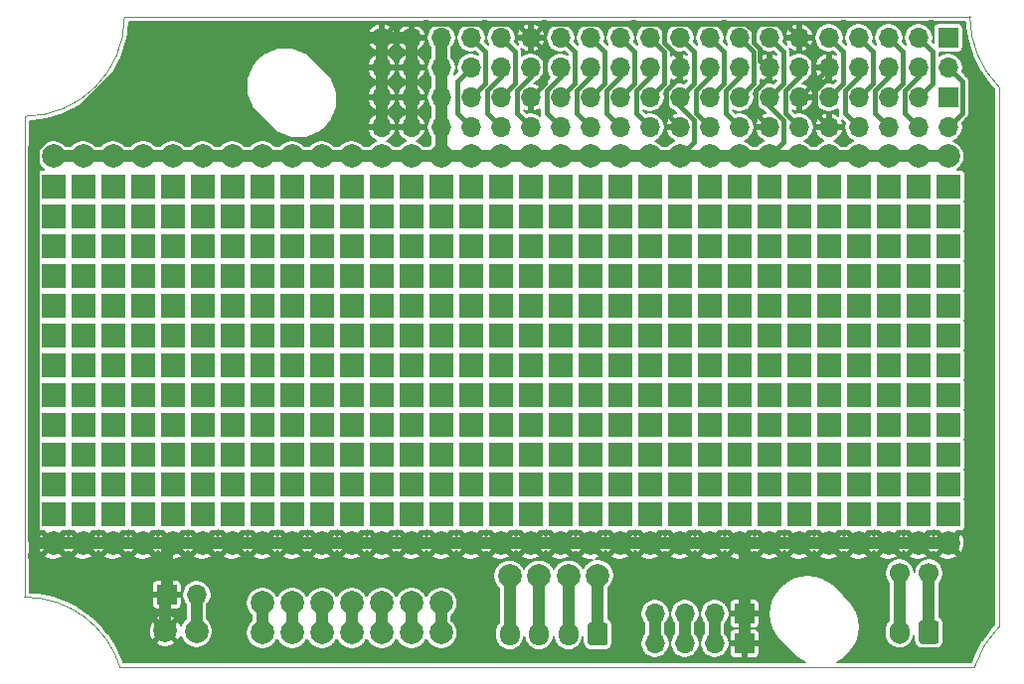
<source format=gbr>
%TF.GenerationSoftware,KiCad,Pcbnew,(5.1.9-0-10_14)*%
%TF.CreationDate,2021-01-29T17:32:38+02:00*%
%TF.ProjectId,SH-ESP32-HAT-Proto,53482d45-5350-4333-922d-4841542d5072,0.1.0*%
%TF.SameCoordinates,Original*%
%TF.FileFunction,Copper,L2,Bot*%
%TF.FilePolarity,Positive*%
%FSLAX46Y46*%
G04 Gerber Fmt 4.6, Leading zero omitted, Abs format (unit mm)*
G04 Created by KiCad (PCBNEW (5.1.9-0-10_14)) date 2021-01-29 17:32:38*
%MOMM*%
%LPD*%
G01*
G04 APERTURE LIST*
%TA.AperFunction,Profile*%
%ADD10C,0.050000*%
%TD*%
%TA.AperFunction,ComponentPad*%
%ADD11C,2.000000*%
%TD*%
%TA.AperFunction,ComponentPad*%
%ADD12R,2.100000X2.100000*%
%TD*%
%TA.AperFunction,ComponentPad*%
%ADD13R,1.700000X1.700000*%
%TD*%
%TA.AperFunction,ComponentPad*%
%ADD14O,1.700000X1.700000*%
%TD*%
%TA.AperFunction,ComponentPad*%
%ADD15O,1.700000X1.950000*%
%TD*%
%TA.AperFunction,ComponentPad*%
%ADD16O,1.700000X2.000000*%
%TD*%
%TA.AperFunction,ComponentPad*%
%ADD17C,1.700000*%
%TD*%
%TA.AperFunction,ViaPad*%
%ADD18C,0.600000*%
%TD*%
%TA.AperFunction,Conductor*%
%ADD19C,1.000000*%
%TD*%
%TA.AperFunction,Conductor*%
%ADD20C,0.400000*%
%TD*%
%TA.AperFunction,Conductor*%
%ADD21C,0.200000*%
%TD*%
%TA.AperFunction,Conductor*%
%ADD22C,0.100000*%
%TD*%
G04 APERTURE END LIST*
D10*
X171989592Y-63010408D02*
X172000000Y-109000000D01*
X89000000Y-106499081D02*
G75*
G02*
X97125000Y-112500000I0J-8500919D01*
G01*
X89000000Y-106500000D02*
X89000000Y-103000000D01*
X127000000Y-112500000D02*
X97125000Y-112500000D01*
X127000000Y-112500000D02*
X153000000Y-112500000D01*
X153000000Y-112500000D02*
X169891435Y-112499765D01*
X153000000Y-112500000D02*
X153000000Y-112500000D01*
X169891436Y-112499765D02*
G75*
G02*
X172000000Y-109000000I8108564J-2500235D01*
G01*
X171989592Y-63010408D02*
G75*
G02*
X169500000Y-57000000I6010408J6010408D01*
G01*
X97500000Y-57000000D02*
G75*
G02*
X89000000Y-65500000I-8500000J0D01*
G01*
X169500000Y-57000000D02*
X97500000Y-57000000D01*
X89000000Y-65500000D02*
X89000000Y-103000000D01*
D11*
%TO.P,P320,1*%
%TO.N,Net-(P313-Pad1)*%
X119390000Y-107010000D03*
%TD*%
%TO.P,P319,1*%
%TO.N,Net-(P312-Pad1)*%
X114310000Y-109550000D03*
%TD*%
%TO.P,P318,1*%
%TO.N,Net-(P311-Pad1)*%
X121930000Y-107010000D03*
%TD*%
%TO.P,P317,1*%
%TO.N,Net-(P310-Pad1)*%
X124470000Y-107010000D03*
%TD*%
%TO.P,P316,1*%
%TO.N,Net-(P309-Pad1)*%
X111770000Y-109550000D03*
%TD*%
%TO.P,P315,1*%
%TO.N,Net-(P308-Pad1)*%
X116850000Y-107010000D03*
%TD*%
%TO.P,P314,1*%
%TO.N,Net-(P307-Pad1)*%
X109230000Y-109550000D03*
%TD*%
%TO.P,P313,1*%
%TO.N,Net-(P313-Pad1)*%
X119390000Y-109550000D03*
%TD*%
%TO.P,P312,1*%
%TO.N,Net-(P312-Pad1)*%
X114310000Y-107010000D03*
%TD*%
%TO.P,P311,1*%
%TO.N,Net-(P311-Pad1)*%
X121930000Y-109550000D03*
%TD*%
%TO.P,P310,1*%
%TO.N,Net-(P310-Pad1)*%
X124470000Y-109550000D03*
%TD*%
%TO.P,P309,1*%
%TO.N,Net-(P309-Pad1)*%
X111770000Y-107010000D03*
%TD*%
%TO.P,P308,1*%
%TO.N,Net-(P308-Pad1)*%
X116850000Y-109550000D03*
%TD*%
%TO.P,P307,1*%
%TO.N,Net-(P307-Pad1)*%
X109230000Y-107010000D03*
%TD*%
D12*
%TO.P,REF\u002A\u002A,1*%
%TO.N,N/C*%
X167650000Y-89280000D03*
%TD*%
%TO.P,REF\u002A\u002A,1*%
%TO.N,N/C*%
X167650000Y-79120000D03*
%TD*%
%TO.P,REF\u002A\u002A,1*%
%TO.N,N/C*%
X167650000Y-99440000D03*
%TD*%
%TO.P,REF\u002A\u002A,1*%
%TO.N,N/C*%
X167650000Y-71500000D03*
%TD*%
%TO.P,REF\u002A\u002A,1*%
%TO.N,N/C*%
X167650000Y-86740000D03*
%TD*%
%TO.P,REF\u002A\u002A,1*%
%TO.N,N/C*%
X167650000Y-74040000D03*
%TD*%
%TO.P,REF\u002A\u002A,1*%
%TO.N,N/C*%
X167650000Y-91820000D03*
%TD*%
%TO.P,REF\u002A\u002A,1*%
%TO.N,N/C*%
X167650000Y-76580000D03*
%TD*%
%TO.P,REF\u002A\u002A,1*%
%TO.N,N/C*%
X167650000Y-96900000D03*
%TD*%
%TO.P,REF\u002A\u002A,1*%
%TO.N,N/C*%
X167650000Y-81660000D03*
%TD*%
%TO.P,REF\u002A\u002A,1*%
%TO.N,N/C*%
X167650000Y-84200000D03*
%TD*%
%TO.P,REF\u002A\u002A,1*%
%TO.N,N/C*%
X167650000Y-94360000D03*
%TD*%
%TO.P,REF\u002A\u002A,1*%
%TO.N,N/C*%
X165110000Y-86740000D03*
%TD*%
%TO.P,REF\u002A\u002A,1*%
%TO.N,N/C*%
X165110000Y-99440000D03*
%TD*%
%TO.P,REF\u002A\u002A,1*%
%TO.N,N/C*%
X165110000Y-96900000D03*
%TD*%
%TO.P,REF\u002A\u002A,1*%
%TO.N,N/C*%
X162570000Y-96900000D03*
%TD*%
%TO.P,REF\u002A\u002A,1*%
%TO.N,N/C*%
X165110000Y-74040000D03*
%TD*%
%TO.P,REF\u002A\u002A,1*%
%TO.N,N/C*%
X162570000Y-91820000D03*
%TD*%
%TO.P,REF\u002A\u002A,1*%
%TO.N,N/C*%
X165110000Y-71500000D03*
%TD*%
%TO.P,REF\u002A\u002A,1*%
%TO.N,N/C*%
X162570000Y-76580000D03*
%TD*%
%TO.P,REF\u002A\u002A,1*%
%TO.N,N/C*%
X165110000Y-91820000D03*
%TD*%
%TO.P,REF\u002A\u002A,1*%
%TO.N,N/C*%
X165110000Y-89280000D03*
%TD*%
%TO.P,REF\u002A\u002A,1*%
%TO.N,N/C*%
X165110000Y-76580000D03*
%TD*%
%TO.P,REF\u002A\u002A,1*%
%TO.N,N/C*%
X165110000Y-81660000D03*
%TD*%
%TO.P,REF\u002A\u002A,1*%
%TO.N,N/C*%
X162570000Y-84200000D03*
%TD*%
%TO.P,REF\u002A\u002A,1*%
%TO.N,N/C*%
X165110000Y-84200000D03*
%TD*%
%TO.P,REF\u002A\u002A,1*%
%TO.N,N/C*%
X162570000Y-79120000D03*
%TD*%
%TO.P,REF\u002A\u002A,1*%
%TO.N,N/C*%
X165110000Y-79120000D03*
%TD*%
%TO.P,REF\u002A\u002A,1*%
%TO.N,N/C*%
X162570000Y-74040000D03*
%TD*%
%TO.P,REF\u002A\u002A,1*%
%TO.N,N/C*%
X162570000Y-86740000D03*
%TD*%
%TO.P,REF\u002A\u002A,1*%
%TO.N,N/C*%
X162570000Y-89280000D03*
%TD*%
%TO.P,REF\u002A\u002A,1*%
%TO.N,N/C*%
X162570000Y-81660000D03*
%TD*%
%TO.P,REF\u002A\u002A,1*%
%TO.N,N/C*%
X165110000Y-94360000D03*
%TD*%
%TO.P,REF\u002A\u002A,1*%
%TO.N,N/C*%
X162570000Y-94360000D03*
%TD*%
%TO.P,REF\u002A\u002A,1*%
%TO.N,N/C*%
X162570000Y-99440000D03*
%TD*%
%TO.P,REF\u002A\u002A,1*%
%TO.N,N/C*%
X162570000Y-71500000D03*
%TD*%
%TO.P,REF\u002A\u002A,1*%
%TO.N,N/C*%
X157490000Y-76580000D03*
%TD*%
%TO.P,REF\u002A\u002A,1*%
%TO.N,N/C*%
X160030000Y-91820000D03*
%TD*%
%TO.P,REF\u002A\u002A,1*%
%TO.N,N/C*%
X160030000Y-89280000D03*
%TD*%
%TO.P,REF\u002A\u002A,1*%
%TO.N,N/C*%
X160030000Y-76580000D03*
%TD*%
%TO.P,REF\u002A\u002A,1*%
%TO.N,N/C*%
X160030000Y-81660000D03*
%TD*%
%TO.P,REF\u002A\u002A,1*%
%TO.N,N/C*%
X157490000Y-84200000D03*
%TD*%
%TO.P,REF\u002A\u002A,1*%
%TO.N,N/C*%
X160030000Y-84200000D03*
%TD*%
%TO.P,REF\u002A\u002A,1*%
%TO.N,N/C*%
X157490000Y-79120000D03*
%TD*%
%TO.P,REF\u002A\u002A,1*%
%TO.N,N/C*%
X160030000Y-79120000D03*
%TD*%
%TO.P,REF\u002A\u002A,1*%
%TO.N,N/C*%
X157490000Y-74040000D03*
%TD*%
%TO.P,REF\u002A\u002A,1*%
%TO.N,N/C*%
X157490000Y-86740000D03*
%TD*%
%TO.P,REF\u002A\u002A,1*%
%TO.N,N/C*%
X157490000Y-89280000D03*
%TD*%
%TO.P,REF\u002A\u002A,1*%
%TO.N,N/C*%
X157490000Y-81660000D03*
%TD*%
%TO.P,REF\u002A\u002A,1*%
%TO.N,N/C*%
X160030000Y-96900000D03*
%TD*%
%TO.P,REF\u002A\u002A,1*%
%TO.N,N/C*%
X157490000Y-96900000D03*
%TD*%
%TO.P,REF\u002A\u002A,1*%
%TO.N,N/C*%
X160030000Y-74040000D03*
%TD*%
%TO.P,REF\u002A\u002A,1*%
%TO.N,N/C*%
X157490000Y-91820000D03*
%TD*%
%TO.P,REF\u002A\u002A,1*%
%TO.N,N/C*%
X160030000Y-71500000D03*
%TD*%
%TO.P,REF\u002A\u002A,1*%
%TO.N,N/C*%
X160030000Y-94360000D03*
%TD*%
%TO.P,REF\u002A\u002A,1*%
%TO.N,N/C*%
X157490000Y-94360000D03*
%TD*%
%TO.P,REF\u002A\u002A,1*%
%TO.N,N/C*%
X157490000Y-99440000D03*
%TD*%
%TO.P,REF\u002A\u002A,1*%
%TO.N,N/C*%
X157490000Y-71500000D03*
%TD*%
%TO.P,REF\u002A\u002A,1*%
%TO.N,N/C*%
X160030000Y-86740000D03*
%TD*%
%TO.P,REF\u002A\u002A,1*%
%TO.N,N/C*%
X160030000Y-99440000D03*
%TD*%
%TO.P,REF\u002A\u002A,1*%
%TO.N,N/C*%
X152410000Y-96900000D03*
%TD*%
%TO.P,REF\u002A\u002A,1*%
%TO.N,N/C*%
X154950000Y-74040000D03*
%TD*%
%TO.P,REF\u002A\u002A,1*%
%TO.N,N/C*%
X154950000Y-86740000D03*
%TD*%
%TO.P,REF\u002A\u002A,1*%
%TO.N,N/C*%
X152410000Y-86740000D03*
%TD*%
%TO.P,REF\u002A\u002A,1*%
%TO.N,N/C*%
X152410000Y-89280000D03*
%TD*%
%TO.P,REF\u002A\u002A,1*%
%TO.N,N/C*%
X152410000Y-81660000D03*
%TD*%
%TO.P,REF\u002A\u002A,1*%
%TO.N,N/C*%
X154950000Y-96900000D03*
%TD*%
%TO.P,REF\u002A\u002A,1*%
%TO.N,N/C*%
X152410000Y-91820000D03*
%TD*%
%TO.P,REF\u002A\u002A,1*%
%TO.N,N/C*%
X152410000Y-84200000D03*
%TD*%
%TO.P,REF\u002A\u002A,1*%
%TO.N,N/C*%
X152410000Y-76580000D03*
%TD*%
%TO.P,REF\u002A\u002A,1*%
%TO.N,N/C*%
X154950000Y-84200000D03*
%TD*%
%TO.P,REF\u002A\u002A,1*%
%TO.N,N/C*%
X154950000Y-99440000D03*
%TD*%
%TO.P,REF\u002A\u002A,1*%
%TO.N,N/C*%
X154950000Y-94360000D03*
%TD*%
%TO.P,REF\u002A\u002A,1*%
%TO.N,N/C*%
X152410000Y-94360000D03*
%TD*%
%TO.P,REF\u002A\u002A,1*%
%TO.N,N/C*%
X152410000Y-99440000D03*
%TD*%
%TO.P,REF\u002A\u002A,1*%
%TO.N,N/C*%
X152410000Y-71500000D03*
%TD*%
%TO.P,REF\u002A\u002A,1*%
%TO.N,N/C*%
X154950000Y-71500000D03*
%TD*%
%TO.P,REF\u002A\u002A,1*%
%TO.N,N/C*%
X154950000Y-79120000D03*
%TD*%
%TO.P,REF\u002A\u002A,1*%
%TO.N,N/C*%
X152410000Y-79120000D03*
%TD*%
%TO.P,REF\u002A\u002A,1*%
%TO.N,N/C*%
X152410000Y-74040000D03*
%TD*%
%TO.P,REF\u002A\u002A,1*%
%TO.N,N/C*%
X154950000Y-91820000D03*
%TD*%
%TO.P,REF\u002A\u002A,1*%
%TO.N,N/C*%
X154950000Y-89280000D03*
%TD*%
%TO.P,REF\u002A\u002A,1*%
%TO.N,N/C*%
X154950000Y-76580000D03*
%TD*%
%TO.P,REF\u002A\u002A,1*%
%TO.N,N/C*%
X154950000Y-81660000D03*
%TD*%
%TO.P,REF\u002A\u002A,1*%
%TO.N,N/C*%
X149870000Y-91820000D03*
%TD*%
%TO.P,REF\u002A\u002A,1*%
%TO.N,N/C*%
X149870000Y-96900000D03*
%TD*%
%TO.P,REF\u002A\u002A,1*%
%TO.N,N/C*%
X147330000Y-81660000D03*
%TD*%
%TO.P,REF\u002A\u002A,1*%
%TO.N,N/C*%
X149870000Y-76580000D03*
%TD*%
%TO.P,REF\u002A\u002A,1*%
%TO.N,N/C*%
X147330000Y-89280000D03*
%TD*%
%TO.P,REF\u002A\u002A,1*%
%TO.N,N/C*%
X147330000Y-91820000D03*
%TD*%
%TO.P,REF\u002A\u002A,1*%
%TO.N,N/C*%
X147330000Y-79120000D03*
%TD*%
%TO.P,REF\u002A\u002A,1*%
%TO.N,N/C*%
X149870000Y-89280000D03*
%TD*%
%TO.P,REF\u002A\u002A,1*%
%TO.N,N/C*%
X147330000Y-74040000D03*
%TD*%
%TO.P,REF\u002A\u002A,1*%
%TO.N,N/C*%
X149870000Y-99440000D03*
%TD*%
%TO.P,REF\u002A\u002A,1*%
%TO.N,N/C*%
X149870000Y-86740000D03*
%TD*%
%TO.P,REF\u002A\u002A,1*%
%TO.N,N/C*%
X149870000Y-74040000D03*
%TD*%
%TO.P,REF\u002A\u002A,1*%
%TO.N,N/C*%
X147330000Y-96900000D03*
%TD*%
%TO.P,REF\u002A\u002A,1*%
%TO.N,N/C*%
X147330000Y-71500000D03*
%TD*%
%TO.P,REF\u002A\u002A,1*%
%TO.N,N/C*%
X149870000Y-71500000D03*
%TD*%
%TO.P,REF\u002A\u002A,1*%
%TO.N,N/C*%
X149870000Y-79120000D03*
%TD*%
%TO.P,REF\u002A\u002A,1*%
%TO.N,N/C*%
X147330000Y-84200000D03*
%TD*%
%TO.P,REF\u002A\u002A,1*%
%TO.N,N/C*%
X149870000Y-94360000D03*
%TD*%
%TO.P,REF\u002A\u002A,1*%
%TO.N,N/C*%
X147330000Y-76580000D03*
%TD*%
%TO.P,REF\u002A\u002A,1*%
%TO.N,N/C*%
X147330000Y-94360000D03*
%TD*%
%TO.P,REF\u002A\u002A,1*%
%TO.N,N/C*%
X149870000Y-84200000D03*
%TD*%
%TO.P,REF\u002A\u002A,1*%
%TO.N,N/C*%
X147330000Y-99440000D03*
%TD*%
%TO.P,REF\u002A\u002A,1*%
%TO.N,N/C*%
X147330000Y-86740000D03*
%TD*%
%TO.P,REF\u002A\u002A,1*%
%TO.N,N/C*%
X149870000Y-81660000D03*
%TD*%
%TO.P,REF\u002A\u002A,1*%
%TO.N,N/C*%
X144790000Y-94360000D03*
%TD*%
%TO.P,REF\u002A\u002A,1*%
%TO.N,N/C*%
X144790000Y-76580000D03*
%TD*%
%TO.P,REF\u002A\u002A,1*%
%TO.N,N/C*%
X142250000Y-89280000D03*
%TD*%
%TO.P,REF\u002A\u002A,1*%
%TO.N,N/C*%
X142250000Y-91820000D03*
%TD*%
%TO.P,REF\u002A\u002A,1*%
%TO.N,N/C*%
X142250000Y-76580000D03*
%TD*%
%TO.P,REF\u002A\u002A,1*%
%TO.N,N/C*%
X142250000Y-94360000D03*
%TD*%
%TO.P,REF\u002A\u002A,1*%
%TO.N,N/C*%
X144790000Y-84200000D03*
%TD*%
%TO.P,REF\u002A\u002A,1*%
%TO.N,N/C*%
X142250000Y-74040000D03*
%TD*%
%TO.P,REF\u002A\u002A,1*%
%TO.N,N/C*%
X142250000Y-79120000D03*
%TD*%
%TO.P,REF\u002A\u002A,1*%
%TO.N,N/C*%
X142250000Y-96900000D03*
%TD*%
%TO.P,REF\u002A\u002A,1*%
%TO.N,N/C*%
X142250000Y-71500000D03*
%TD*%
%TO.P,REF\u002A\u002A,1*%
%TO.N,N/C*%
X144790000Y-71500000D03*
%TD*%
%TO.P,REF\u002A\u002A,1*%
%TO.N,N/C*%
X144790000Y-79120000D03*
%TD*%
%TO.P,REF\u002A\u002A,1*%
%TO.N,N/C*%
X142250000Y-81660000D03*
%TD*%
%TO.P,REF\u002A\u002A,1*%
%TO.N,N/C*%
X144790000Y-99440000D03*
%TD*%
%TO.P,REF\u002A\u002A,1*%
%TO.N,N/C*%
X142250000Y-99440000D03*
%TD*%
%TO.P,REF\u002A\u002A,1*%
%TO.N,N/C*%
X144790000Y-96900000D03*
%TD*%
%TO.P,REF\u002A\u002A,1*%
%TO.N,N/C*%
X142250000Y-84200000D03*
%TD*%
%TO.P,REF\u002A\u002A,1*%
%TO.N,N/C*%
X144790000Y-86740000D03*
%TD*%
%TO.P,REF\u002A\u002A,1*%
%TO.N,N/C*%
X144790000Y-74040000D03*
%TD*%
%TO.P,REF\u002A\u002A,1*%
%TO.N,N/C*%
X144790000Y-91820000D03*
%TD*%
%TO.P,REF\u002A\u002A,1*%
%TO.N,N/C*%
X144790000Y-81660000D03*
%TD*%
%TO.P,REF\u002A\u002A,1*%
%TO.N,N/C*%
X144790000Y-89280000D03*
%TD*%
%TO.P,REF\u002A\u002A,1*%
%TO.N,N/C*%
X142250000Y-86740000D03*
%TD*%
%TO.P,REF\u002A\u002A,1*%
%TO.N,N/C*%
X139710000Y-94360000D03*
%TD*%
%TO.P,REF\u002A\u002A,1*%
%TO.N,N/C*%
X139710000Y-76580000D03*
%TD*%
%TO.P,REF\u002A\u002A,1*%
%TO.N,N/C*%
X137170000Y-99440000D03*
%TD*%
%TO.P,REF\u002A\u002A,1*%
%TO.N,N/C*%
X139710000Y-96900000D03*
%TD*%
%TO.P,REF\u002A\u002A,1*%
%TO.N,N/C*%
X139710000Y-74040000D03*
%TD*%
%TO.P,REF\u002A\u002A,1*%
%TO.N,N/C*%
X137170000Y-76580000D03*
%TD*%
%TO.P,REF\u002A\u002A,1*%
%TO.N,N/C*%
X137170000Y-84200000D03*
%TD*%
%TO.P,REF\u002A\u002A,1*%
%TO.N,N/C*%
X139710000Y-81660000D03*
%TD*%
%TO.P,REF\u002A\u002A,1*%
%TO.N,N/C*%
X139710000Y-89280000D03*
%TD*%
%TO.P,REF\u002A\u002A,1*%
%TO.N,N/C*%
X137170000Y-86740000D03*
%TD*%
%TO.P,REF\u002A\u002A,1*%
%TO.N,N/C*%
X139710000Y-79120000D03*
%TD*%
%TO.P,REF\u002A\u002A,1*%
%TO.N,N/C*%
X139710000Y-71500000D03*
%TD*%
%TO.P,REF\u002A\u002A,1*%
%TO.N,N/C*%
X137170000Y-81660000D03*
%TD*%
%TO.P,REF\u002A\u002A,1*%
%TO.N,N/C*%
X137170000Y-74040000D03*
%TD*%
%TO.P,REF\u002A\u002A,1*%
%TO.N,N/C*%
X139710000Y-91820000D03*
%TD*%
%TO.P,REF\u002A\u002A,1*%
%TO.N,N/C*%
X137170000Y-89280000D03*
%TD*%
%TO.P,REF\u002A\u002A,1*%
%TO.N,N/C*%
X137170000Y-91820000D03*
%TD*%
%TO.P,REF\u002A\u002A,1*%
%TO.N,N/C*%
X139710000Y-86740000D03*
%TD*%
%TO.P,REF\u002A\u002A,1*%
%TO.N,N/C*%
X137170000Y-96900000D03*
%TD*%
%TO.P,REF\u002A\u002A,1*%
%TO.N,N/C*%
X139710000Y-84200000D03*
%TD*%
%TO.P,REF\u002A\u002A,1*%
%TO.N,N/C*%
X137170000Y-94360000D03*
%TD*%
%TO.P,REF\u002A\u002A,1*%
%TO.N,N/C*%
X139710000Y-99440000D03*
%TD*%
%TO.P,REF\u002A\u002A,1*%
%TO.N,N/C*%
X137170000Y-71500000D03*
%TD*%
%TO.P,REF\u002A\u002A,1*%
%TO.N,N/C*%
X137170000Y-79120000D03*
%TD*%
%TO.P,REF\u002A\u002A,1*%
%TO.N,N/C*%
X132090000Y-71500000D03*
%TD*%
%TO.P,REF\u002A\u002A,1*%
%TO.N,N/C*%
X132090000Y-79120000D03*
%TD*%
%TO.P,REF\u002A\u002A,1*%
%TO.N,N/C*%
X134630000Y-86740000D03*
%TD*%
%TO.P,REF\u002A\u002A,1*%
%TO.N,N/C*%
X132090000Y-96900000D03*
%TD*%
%TO.P,REF\u002A\u002A,1*%
%TO.N,N/C*%
X134630000Y-84200000D03*
%TD*%
%TO.P,REF\u002A\u002A,1*%
%TO.N,N/C*%
X132090000Y-89280000D03*
%TD*%
%TO.P,REF\u002A\u002A,1*%
%TO.N,N/C*%
X132090000Y-81660000D03*
%TD*%
%TO.P,REF\u002A\u002A,1*%
%TO.N,N/C*%
X132090000Y-91820000D03*
%TD*%
%TO.P,REF\u002A\u002A,1*%
%TO.N,N/C*%
X132090000Y-74040000D03*
%TD*%
%TO.P,REF\u002A\u002A,1*%
%TO.N,N/C*%
X134630000Y-81660000D03*
%TD*%
%TO.P,REF\u002A\u002A,1*%
%TO.N,N/C*%
X134630000Y-89280000D03*
%TD*%
%TO.P,REF\u002A\u002A,1*%
%TO.N,N/C*%
X132090000Y-99440000D03*
%TD*%
%TO.P,REF\u002A\u002A,1*%
%TO.N,N/C*%
X132090000Y-76580000D03*
%TD*%
%TO.P,REF\u002A\u002A,1*%
%TO.N,N/C*%
X134630000Y-91820000D03*
%TD*%
%TO.P,REF\u002A\u002A,1*%
%TO.N,N/C*%
X134630000Y-71500000D03*
%TD*%
%TO.P,REF\u002A\u002A,1*%
%TO.N,N/C*%
X132090000Y-94360000D03*
%TD*%
%TO.P,REF\u002A\u002A,1*%
%TO.N,N/C*%
X134630000Y-94360000D03*
%TD*%
%TO.P,REF\u002A\u002A,1*%
%TO.N,N/C*%
X134630000Y-76580000D03*
%TD*%
%TO.P,REF\u002A\u002A,1*%
%TO.N,N/C*%
X132090000Y-86740000D03*
%TD*%
%TO.P,REF\u002A\u002A,1*%
%TO.N,N/C*%
X134630000Y-79120000D03*
%TD*%
%TO.P,REF\u002A\u002A,1*%
%TO.N,N/C*%
X132090000Y-84200000D03*
%TD*%
%TO.P,REF\u002A\u002A,1*%
%TO.N,N/C*%
X134630000Y-96900000D03*
%TD*%
%TO.P,REF\u002A\u002A,1*%
%TO.N,N/C*%
X134630000Y-74040000D03*
%TD*%
%TO.P,REF\u002A\u002A,1*%
%TO.N,N/C*%
X134630000Y-99440000D03*
%TD*%
%TO.P,REF\u002A\u002A,1*%
%TO.N,N/C*%
X129550000Y-99440000D03*
%TD*%
%TO.P,REF\u002A\u002A,1*%
%TO.N,N/C*%
X127010000Y-76580000D03*
%TD*%
%TO.P,REF\u002A\u002A,1*%
%TO.N,N/C*%
X129550000Y-91820000D03*
%TD*%
%TO.P,REF\u002A\u002A,1*%
%TO.N,N/C*%
X127010000Y-71500000D03*
%TD*%
%TO.P,REF\u002A\u002A,1*%
%TO.N,N/C*%
X127010000Y-79120000D03*
%TD*%
%TO.P,REF\u002A\u002A,1*%
%TO.N,N/C*%
X129550000Y-86740000D03*
%TD*%
%TO.P,REF\u002A\u002A,1*%
%TO.N,N/C*%
X127010000Y-96900000D03*
%TD*%
%TO.P,REF\u002A\u002A,1*%
%TO.N,N/C*%
X129550000Y-84200000D03*
%TD*%
%TO.P,REF\u002A\u002A,1*%
%TO.N,N/C*%
X127010000Y-89280000D03*
%TD*%
%TO.P,REF\u002A\u002A,1*%
%TO.N,N/C*%
X127010000Y-81660000D03*
%TD*%
%TO.P,REF\u002A\u002A,1*%
%TO.N,N/C*%
X127010000Y-91820000D03*
%TD*%
%TO.P,REF\u002A\u002A,1*%
%TO.N,N/C*%
X127010000Y-74040000D03*
%TD*%
%TO.P,REF\u002A\u002A,1*%
%TO.N,N/C*%
X129550000Y-81660000D03*
%TD*%
%TO.P,REF\u002A\u002A,1*%
%TO.N,N/C*%
X129550000Y-89280000D03*
%TD*%
%TO.P,REF\u002A\u002A,1*%
%TO.N,N/C*%
X127010000Y-99440000D03*
%TD*%
%TO.P,REF\u002A\u002A,1*%
%TO.N,N/C*%
X129550000Y-71500000D03*
%TD*%
%TO.P,REF\u002A\u002A,1*%
%TO.N,N/C*%
X127010000Y-94360000D03*
%TD*%
%TO.P,REF\u002A\u002A,1*%
%TO.N,N/C*%
X129550000Y-94360000D03*
%TD*%
%TO.P,REF\u002A\u002A,1*%
%TO.N,N/C*%
X129550000Y-76580000D03*
%TD*%
%TO.P,REF\u002A\u002A,1*%
%TO.N,N/C*%
X127010000Y-86740000D03*
%TD*%
%TO.P,REF\u002A\u002A,1*%
%TO.N,N/C*%
X129550000Y-79120000D03*
%TD*%
%TO.P,REF\u002A\u002A,1*%
%TO.N,N/C*%
X127010000Y-84200000D03*
%TD*%
%TO.P,REF\u002A\u002A,1*%
%TO.N,N/C*%
X129550000Y-96900000D03*
%TD*%
%TO.P,REF\u002A\u002A,1*%
%TO.N,N/C*%
X129550000Y-74040000D03*
%TD*%
%TO.P,REF\u002A\u002A,1*%
%TO.N,N/C*%
X121930000Y-91820000D03*
%TD*%
%TO.P,REF\u002A\u002A,1*%
%TO.N,N/C*%
X124470000Y-89280000D03*
%TD*%
%TO.P,REF\u002A\u002A,1*%
%TO.N,N/C*%
X121930000Y-84200000D03*
%TD*%
%TO.P,REF\u002A\u002A,1*%
%TO.N,N/C*%
X124470000Y-81660000D03*
%TD*%
%TO.P,REF\u002A\u002A,1*%
%TO.N,N/C*%
X124470000Y-76580000D03*
%TD*%
%TO.P,REF\u002A\u002A,1*%
%TO.N,N/C*%
X121930000Y-86740000D03*
%TD*%
%TO.P,REF\u002A\u002A,1*%
%TO.N,N/C*%
X121930000Y-81660000D03*
%TD*%
%TO.P,REF\u002A\u002A,1*%
%TO.N,N/C*%
X121930000Y-74040000D03*
%TD*%
%TO.P,REF\u002A\u002A,1*%
%TO.N,N/C*%
X121930000Y-89280000D03*
%TD*%
%TO.P,REF\u002A\u002A,1*%
%TO.N,N/C*%
X124470000Y-84200000D03*
%TD*%
%TO.P,REF\u002A\u002A,1*%
%TO.N,N/C*%
X121930000Y-94360000D03*
%TD*%
%TO.P,REF\u002A\u002A,1*%
%TO.N,N/C*%
X121930000Y-96900000D03*
%TD*%
%TO.P,REF\u002A\u002A,1*%
%TO.N,N/C*%
X124470000Y-91820000D03*
%TD*%
%TO.P,REF\u002A\u002A,1*%
%TO.N,N/C*%
X121930000Y-71500000D03*
%TD*%
%TO.P,REF\u002A\u002A,1*%
%TO.N,N/C*%
X124470000Y-94360000D03*
%TD*%
%TO.P,REF\u002A\u002A,1*%
%TO.N,N/C*%
X124470000Y-71500000D03*
%TD*%
%TO.P,REF\u002A\u002A,1*%
%TO.N,N/C*%
X121930000Y-99440000D03*
%TD*%
%TO.P,REF\u002A\u002A,1*%
%TO.N,N/C*%
X124470000Y-86740000D03*
%TD*%
%TO.P,REF\u002A\u002A,1*%
%TO.N,N/C*%
X121930000Y-79120000D03*
%TD*%
%TO.P,REF\u002A\u002A,1*%
%TO.N,N/C*%
X124470000Y-79120000D03*
%TD*%
%TO.P,REF\u002A\u002A,1*%
%TO.N,N/C*%
X124470000Y-96900000D03*
%TD*%
%TO.P,REF\u002A\u002A,1*%
%TO.N,N/C*%
X124470000Y-74040000D03*
%TD*%
%TO.P,REF\u002A\u002A,1*%
%TO.N,N/C*%
X124470000Y-99440000D03*
%TD*%
%TO.P,REF\u002A\u002A,1*%
%TO.N,N/C*%
X121930000Y-76580000D03*
%TD*%
%TO.P,REF\u002A\u002A,1*%
%TO.N,N/C*%
X116850000Y-96900000D03*
%TD*%
%TO.P,REF\u002A\u002A,1*%
%TO.N,N/C*%
X119390000Y-86740000D03*
%TD*%
%TO.P,REF\u002A\u002A,1*%
%TO.N,N/C*%
X116850000Y-94360000D03*
%TD*%
%TO.P,REF\u002A\u002A,1*%
%TO.N,N/C*%
X116850000Y-91820000D03*
%TD*%
%TO.P,REF\u002A\u002A,1*%
%TO.N,N/C*%
X119390000Y-89280000D03*
%TD*%
%TO.P,REF\u002A\u002A,1*%
%TO.N,N/C*%
X116850000Y-84200000D03*
%TD*%
%TO.P,REF\u002A\u002A,1*%
%TO.N,N/C*%
X119390000Y-81660000D03*
%TD*%
%TO.P,REF\u002A\u002A,1*%
%TO.N,N/C*%
X119390000Y-76580000D03*
%TD*%
%TO.P,REF\u002A\u002A,1*%
%TO.N,N/C*%
X116850000Y-81660000D03*
%TD*%
%TO.P,REF\u002A\u002A,1*%
%TO.N,N/C*%
X116850000Y-86740000D03*
%TD*%
%TO.P,REF\u002A\u002A,1*%
%TO.N,N/C*%
X119390000Y-84200000D03*
%TD*%
%TO.P,REF\u002A\u002A,1*%
%TO.N,N/C*%
X119390000Y-94360000D03*
%TD*%
%TO.P,REF\u002A\u002A,1*%
%TO.N,N/C*%
X116850000Y-99440000D03*
%TD*%
%TO.P,REF\u002A\u002A,1*%
%TO.N,N/C*%
X116850000Y-74040000D03*
%TD*%
%TO.P,REF\u002A\u002A,1*%
%TO.N,N/C*%
X116850000Y-89280000D03*
%TD*%
%TO.P,REF\u002A\u002A,1*%
%TO.N,N/C*%
X119390000Y-91820000D03*
%TD*%
%TO.P,REF\u002A\u002A,1*%
%TO.N,N/C*%
X116850000Y-71500000D03*
%TD*%
%TO.P,REF\u002A\u002A,1*%
%TO.N,N/C*%
X116850000Y-79120000D03*
%TD*%
%TO.P,REF\u002A\u002A,1*%
%TO.N,N/C*%
X119390000Y-79120000D03*
%TD*%
%TO.P,REF\u002A\u002A,1*%
%TO.N,N/C*%
X119390000Y-96900000D03*
%TD*%
%TO.P,REF\u002A\u002A,1*%
%TO.N,N/C*%
X119390000Y-74040000D03*
%TD*%
%TO.P,REF\u002A\u002A,1*%
%TO.N,N/C*%
X119390000Y-99440000D03*
%TD*%
%TO.P,REF\u002A\u002A,1*%
%TO.N,N/C*%
X116850000Y-76580000D03*
%TD*%
%TO.P,REF\u002A\u002A,1*%
%TO.N,N/C*%
X119390000Y-71500000D03*
%TD*%
%TO.P,REF\u002A\u002A,1*%
%TO.N,N/C*%
X114310000Y-84200000D03*
%TD*%
%TO.P,REF\u002A\u002A,1*%
%TO.N,N/C*%
X111770000Y-74040000D03*
%TD*%
%TO.P,REF\u002A\u002A,1*%
%TO.N,N/C*%
X114310000Y-79120000D03*
%TD*%
%TO.P,REF\u002A\u002A,1*%
%TO.N,N/C*%
X111770000Y-89280000D03*
%TD*%
%TO.P,REF\u002A\u002A,1*%
%TO.N,N/C*%
X111770000Y-96900000D03*
%TD*%
%TO.P,REF\u002A\u002A,1*%
%TO.N,N/C*%
X111770000Y-91820000D03*
%TD*%
%TO.P,REF\u002A\u002A,1*%
%TO.N,N/C*%
X114310000Y-89280000D03*
%TD*%
%TO.P,REF\u002A\u002A,1*%
%TO.N,N/C*%
X114310000Y-99440000D03*
%TD*%
%TO.P,REF\u002A\u002A,1*%
%TO.N,N/C*%
X111770000Y-84200000D03*
%TD*%
%TO.P,REF\u002A\u002A,1*%
%TO.N,N/C*%
X114310000Y-81660000D03*
%TD*%
%TO.P,REF\u002A\u002A,1*%
%TO.N,N/C*%
X114310000Y-76580000D03*
%TD*%
%TO.P,REF\u002A\u002A,1*%
%TO.N,N/C*%
X111770000Y-81660000D03*
%TD*%
%TO.P,REF\u002A\u002A,1*%
%TO.N,N/C*%
X111770000Y-86740000D03*
%TD*%
%TO.P,REF\u002A\u002A,1*%
%TO.N,N/C*%
X114310000Y-71500000D03*
%TD*%
%TO.P,REF\u002A\u002A,1*%
%TO.N,N/C*%
X111770000Y-76580000D03*
%TD*%
%TO.P,REF\u002A\u002A,1*%
%TO.N,N/C*%
X114310000Y-94360000D03*
%TD*%
%TO.P,REF\u002A\u002A,1*%
%TO.N,N/C*%
X111770000Y-99440000D03*
%TD*%
%TO.P,REF\u002A\u002A,1*%
%TO.N,N/C*%
X114310000Y-74040000D03*
%TD*%
%TO.P,REF\u002A\u002A,1*%
%TO.N,N/C*%
X111770000Y-94360000D03*
%TD*%
%TO.P,REF\u002A\u002A,1*%
%TO.N,N/C*%
X114310000Y-96900000D03*
%TD*%
%TO.P,REF\u002A\u002A,1*%
%TO.N,N/C*%
X114310000Y-91820000D03*
%TD*%
%TO.P,REF\u002A\u002A,1*%
%TO.N,N/C*%
X111770000Y-71500000D03*
%TD*%
%TO.P,REF\u002A\u002A,1*%
%TO.N,N/C*%
X111770000Y-79120000D03*
%TD*%
%TO.P,REF\u002A\u002A,1*%
%TO.N,N/C*%
X114310000Y-86740000D03*
%TD*%
%TO.P,REF\u002A\u002A,1*%
%TO.N,N/C*%
X109230000Y-79120000D03*
%TD*%
%TO.P,REF\u002A\u002A,1*%
%TO.N,N/C*%
X106690000Y-74040000D03*
%TD*%
%TO.P,REF\u002A\u002A,1*%
%TO.N,N/C*%
X109230000Y-84200000D03*
%TD*%
%TO.P,REF\u002A\u002A,1*%
%TO.N,N/C*%
X109230000Y-96900000D03*
%TD*%
%TO.P,REF\u002A\u002A,1*%
%TO.N,N/C*%
X109230000Y-94360000D03*
%TD*%
%TO.P,REF\u002A\u002A,1*%
%TO.N,N/C*%
X106690000Y-76580000D03*
%TD*%
%TO.P,REF\u002A\u002A,1*%
%TO.N,N/C*%
X109230000Y-74040000D03*
%TD*%
%TO.P,REF\u002A\u002A,1*%
%TO.N,N/C*%
X106690000Y-94360000D03*
%TD*%
%TO.P,REF\u002A\u002A,1*%
%TO.N,N/C*%
X109230000Y-86740000D03*
%TD*%
%TO.P,REF\u002A\u002A,1*%
%TO.N,N/C*%
X109230000Y-99440000D03*
%TD*%
%TO.P,REF\u002A\u002A,1*%
%TO.N,N/C*%
X106690000Y-89280000D03*
%TD*%
%TO.P,REF\u002A\u002A,1*%
%TO.N,N/C*%
X109230000Y-71500000D03*
%TD*%
%TO.P,REF\u002A\u002A,1*%
%TO.N,N/C*%
X106690000Y-79120000D03*
%TD*%
%TO.P,REF\u002A\u002A,1*%
%TO.N,N/C*%
X109230000Y-81660000D03*
%TD*%
%TO.P,REF\u002A\u002A,1*%
%TO.N,N/C*%
X106690000Y-84200000D03*
%TD*%
%TO.P,REF\u002A\u002A,1*%
%TO.N,N/C*%
X106690000Y-99440000D03*
%TD*%
%TO.P,REF\u002A\u002A,1*%
%TO.N,N/C*%
X106690000Y-96900000D03*
%TD*%
%TO.P,REF\u002A\u002A,1*%
%TO.N,N/C*%
X106690000Y-91820000D03*
%TD*%
%TO.P,REF\u002A\u002A,1*%
%TO.N,N/C*%
X109230000Y-76580000D03*
%TD*%
%TO.P,REF\u002A\u002A,1*%
%TO.N,N/C*%
X109230000Y-89280000D03*
%TD*%
%TO.P,REF\u002A\u002A,1*%
%TO.N,N/C*%
X109230000Y-91820000D03*
%TD*%
%TO.P,REF\u002A\u002A,1*%
%TO.N,N/C*%
X106690000Y-86740000D03*
%TD*%
%TO.P,REF\u002A\u002A,1*%
%TO.N,N/C*%
X106690000Y-81660000D03*
%TD*%
%TO.P,REF\u002A\u002A,1*%
%TO.N,N/C*%
X106690000Y-71500000D03*
%TD*%
%TO.P,REF\u002A\u002A,1*%
%TO.N,N/C*%
X101610000Y-99440000D03*
%TD*%
%TO.P,REF\u002A\u002A,1*%
%TO.N,N/C*%
X104150000Y-71500000D03*
%TD*%
%TO.P,REF\u002A\u002A,1*%
%TO.N,N/C*%
X101610000Y-79120000D03*
%TD*%
%TO.P,REF\u002A\u002A,1*%
%TO.N,N/C*%
X104150000Y-81660000D03*
%TD*%
%TO.P,REF\u002A\u002A,1*%
%TO.N,N/C*%
X101610000Y-84200000D03*
%TD*%
%TO.P,REF\u002A\u002A,1*%
%TO.N,N/C*%
X104150000Y-99440000D03*
%TD*%
%TO.P,REF\u002A\u002A,1*%
%TO.N,N/C*%
X101610000Y-89280000D03*
%TD*%
%TO.P,REF\u002A\u002A,1*%
%TO.N,N/C*%
X104150000Y-86740000D03*
%TD*%
%TO.P,REF\u002A\u002A,1*%
%TO.N,N/C*%
X104150000Y-76580000D03*
%TD*%
%TO.P,REF\u002A\u002A,1*%
%TO.N,N/C*%
X104150000Y-89280000D03*
%TD*%
%TO.P,REF\u002A\u002A,1*%
%TO.N,N/C*%
X104150000Y-91820000D03*
%TD*%
%TO.P,REF\u002A\u002A,1*%
%TO.N,N/C*%
X101610000Y-86740000D03*
%TD*%
%TO.P,REF\u002A\u002A,1*%
%TO.N,N/C*%
X101610000Y-81660000D03*
%TD*%
%TO.P,REF\u002A\u002A,1*%
%TO.N,N/C*%
X101610000Y-71500000D03*
%TD*%
%TO.P,REF\u002A\u002A,1*%
%TO.N,N/C*%
X104150000Y-84200000D03*
%TD*%
%TO.P,REF\u002A\u002A,1*%
%TO.N,N/C*%
X104150000Y-79120000D03*
%TD*%
%TO.P,REF\u002A\u002A,1*%
%TO.N,N/C*%
X104150000Y-96900000D03*
%TD*%
%TO.P,REF\u002A\u002A,1*%
%TO.N,N/C*%
X101610000Y-91820000D03*
%TD*%
%TO.P,REF\u002A\u002A,1*%
%TO.N,N/C*%
X101610000Y-96900000D03*
%TD*%
%TO.P,REF\u002A\u002A,1*%
%TO.N,N/C*%
X104150000Y-94360000D03*
%TD*%
%TO.P,REF\u002A\u002A,1*%
%TO.N,N/C*%
X101610000Y-74040000D03*
%TD*%
%TO.P,REF\u002A\u002A,1*%
%TO.N,N/C*%
X104150000Y-74040000D03*
%TD*%
%TO.P,REF\u002A\u002A,1*%
%TO.N,N/C*%
X101610000Y-76580000D03*
%TD*%
%TO.P,REF\u002A\u002A,1*%
%TO.N,N/C*%
X101610000Y-94360000D03*
%TD*%
%TO.P,REF\u002A\u002A,1*%
%TO.N,N/C*%
X99070000Y-81660000D03*
%TD*%
%TO.P,REF\u002A\u002A,1*%
%TO.N,N/C*%
X96530000Y-81660000D03*
%TD*%
%TO.P,REF\u002A\u002A,1*%
%TO.N,N/C*%
X99070000Y-71500000D03*
%TD*%
%TO.P,REF\u002A\u002A,1*%
%TO.N,N/C*%
X96530000Y-89280000D03*
%TD*%
%TO.P,REF\u002A\u002A,1*%
%TO.N,N/C*%
X99070000Y-86740000D03*
%TD*%
%TO.P,REF\u002A\u002A,1*%
%TO.N,N/C*%
X99070000Y-99440000D03*
%TD*%
%TO.P,REF\u002A\u002A,1*%
%TO.N,N/C*%
X96530000Y-99440000D03*
%TD*%
%TO.P,REF\u002A\u002A,1*%
%TO.N,N/C*%
X96530000Y-86740000D03*
%TD*%
%TO.P,REF\u002A\u002A,1*%
%TO.N,N/C*%
X96530000Y-71500000D03*
%TD*%
%TO.P,REF\u002A\u002A,1*%
%TO.N,N/C*%
X99070000Y-76580000D03*
%TD*%
%TO.P,REF\u002A\u002A,1*%
%TO.N,N/C*%
X96530000Y-79120000D03*
%TD*%
%TO.P,REF\u002A\u002A,1*%
%TO.N,N/C*%
X99070000Y-96900000D03*
%TD*%
%TO.P,REF\u002A\u002A,1*%
%TO.N,N/C*%
X99070000Y-74040000D03*
%TD*%
%TO.P,REF\u002A\u002A,1*%
%TO.N,N/C*%
X99070000Y-79120000D03*
%TD*%
%TO.P,REF\u002A\u002A,1*%
%TO.N,N/C*%
X96530000Y-96900000D03*
%TD*%
%TO.P,REF\u002A\u002A,1*%
%TO.N,N/C*%
X99070000Y-84200000D03*
%TD*%
%TO.P,REF\u002A\u002A,1*%
%TO.N,N/C*%
X96530000Y-74040000D03*
%TD*%
%TO.P,REF\u002A\u002A,1*%
%TO.N,N/C*%
X96530000Y-84200000D03*
%TD*%
%TO.P,REF\u002A\u002A,1*%
%TO.N,N/C*%
X96530000Y-76580000D03*
%TD*%
%TO.P,REF\u002A\u002A,1*%
%TO.N,N/C*%
X99070000Y-91820000D03*
%TD*%
%TO.P,REF\u002A\u002A,1*%
%TO.N,N/C*%
X96530000Y-91820000D03*
%TD*%
%TO.P,REF\u002A\u002A,1*%
%TO.N,N/C*%
X99070000Y-94360000D03*
%TD*%
%TO.P,REF\u002A\u002A,1*%
%TO.N,N/C*%
X96530000Y-94360000D03*
%TD*%
%TO.P,REF\u002A\u002A,1*%
%TO.N,N/C*%
X99070000Y-89280000D03*
%TD*%
%TO.P,REF\u002A\u002A,1*%
%TO.N,N/C*%
X93990000Y-99440000D03*
%TD*%
%TO.P,REF\u002A\u002A,1*%
%TO.N,N/C*%
X91450000Y-99440000D03*
%TD*%
%TO.P,REF\u002A\u002A,1*%
%TO.N,N/C*%
X93990000Y-96900000D03*
%TD*%
%TO.P,REF\u002A\u002A,1*%
%TO.N,N/C*%
X91450000Y-96900000D03*
%TD*%
%TO.P,REF\u002A\u002A,1*%
%TO.N,N/C*%
X93990000Y-94360000D03*
%TD*%
%TO.P,REF\u002A\u002A,1*%
%TO.N,N/C*%
X91450000Y-94360000D03*
%TD*%
%TO.P,REF\u002A\u002A,1*%
%TO.N,N/C*%
X91450000Y-91820000D03*
%TD*%
%TO.P,REF\u002A\u002A,1*%
%TO.N,N/C*%
X93990000Y-91820000D03*
%TD*%
%TO.P,REF\u002A\u002A,1*%
%TO.N,N/C*%
X93990000Y-89280000D03*
%TD*%
%TO.P,REF\u002A\u002A,1*%
%TO.N,N/C*%
X91450000Y-89280000D03*
%TD*%
%TO.P,REF\u002A\u002A,1*%
%TO.N,N/C*%
X93990000Y-86740000D03*
%TD*%
%TO.P,REF\u002A\u002A,1*%
%TO.N,N/C*%
X91450000Y-86740000D03*
%TD*%
%TO.P,REF\u002A\u002A,1*%
%TO.N,N/C*%
X93990000Y-84200000D03*
%TD*%
%TO.P,REF\u002A\u002A,1*%
%TO.N,N/C*%
X91450000Y-84200000D03*
%TD*%
%TO.P,REF\u002A\u002A,1*%
%TO.N,N/C*%
X91450000Y-81660000D03*
%TD*%
%TO.P,REF\u002A\u002A,1*%
%TO.N,N/C*%
X93990000Y-81660000D03*
%TD*%
%TO.P,REF\u002A\u002A,1*%
%TO.N,N/C*%
X93990000Y-79120000D03*
%TD*%
%TO.P,REF\u002A\u002A,1*%
%TO.N,N/C*%
X91450000Y-79120000D03*
%TD*%
%TO.P,REF\u002A\u002A,1*%
%TO.N,N/C*%
X93990000Y-76580000D03*
%TD*%
%TO.P,REF\u002A\u002A,1*%
%TO.N,N/C*%
X91450000Y-76580000D03*
%TD*%
%TO.P,REF\u002A\u002A,1*%
%TO.N,N/C*%
X93990000Y-74040000D03*
%TD*%
%TO.P,REF\u002A\u002A,1*%
%TO.N,N/C*%
X91450000Y-74040000D03*
%TD*%
%TO.P,REF\u002A\u002A,1*%
%TO.N,N/C*%
X93990000Y-71500000D03*
%TD*%
%TO.P,REF\u002A\u002A,1*%
%TO.N,N/C*%
X91450000Y-71500000D03*
%TD*%
D13*
%TO.P,J307,1*%
%TO.N,/IOHeader/IO23*%
X167650000Y-63880000D03*
D14*
%TO.P,J307,2*%
%TO.N,/IOHeader/IO22*%
X167650000Y-66420000D03*
%TO.P,J307,3*%
%TO.N,/IOHeader/IO21*%
X165110000Y-63880000D03*
%TO.P,J307,4*%
%TO.N,/IOHeader/IO19*%
X165110000Y-66420000D03*
%TO.P,J307,5*%
%TO.N,/IOHeader/IO18*%
X162570000Y-63880000D03*
%TO.P,J307,6*%
%TO.N,/IOHeader/IO5*%
X162570000Y-66420000D03*
%TO.P,J307,7*%
%TO.N,/IOHeader/IO26*%
X160030000Y-63880000D03*
%TO.P,J307,8*%
%TO.N,/IOHeader/IO25*%
X160030000Y-66420000D03*
%TO.P,J307,9*%
%TO.N,/IOHeader/IO27*%
X157490000Y-63880000D03*
%TO.P,J307,10*%
%TO.N,GND*%
X157490000Y-66420000D03*
%TO.P,J307,11*%
X154950000Y-63880000D03*
%TO.P,J307,12*%
%TO.N,/IOHeader/IO0*%
X154950000Y-66420000D03*
%TO.P,J307,13*%
%TO.N,+3V3*%
X152410000Y-63880000D03*
%TO.P,J307,14*%
%TO.N,GND*%
X152410000Y-66420000D03*
%TO.P,J307,15*%
%TO.N,/IOHeader/SENSOR_VP*%
X149870000Y-63880000D03*
%TO.P,J307,16*%
%TO.N,/IOHeader/TXD0_C*%
X149870000Y-66420000D03*
%TO.P,J307,17*%
%TO.N,/IOHeader/SENSOR_VN*%
X147330000Y-63880000D03*
%TO.P,J307,18*%
%TO.N,/IOHeader/RXD0_C*%
X147330000Y-66420000D03*
%TO.P,J307,19*%
%TO.N,+3V3*%
X144790000Y-63880000D03*
%TO.P,J307,20*%
%TO.N,GND*%
X144790000Y-66420000D03*
%TO.P,J307,21*%
%TO.N,/IOHeader/IO12*%
X142250000Y-63880000D03*
%TO.P,J307,22*%
%TO.N,/IOHeader/IO2*%
X142250000Y-66420000D03*
%TO.P,J307,23*%
%TO.N,/IOHeader/IO14*%
X139710000Y-63880000D03*
%TO.P,J307,24*%
%TO.N,/IOHeader/EN*%
X139710000Y-66420000D03*
%TO.P,J307,25*%
%TO.N,/IOHeader/IO13*%
X137170000Y-63880000D03*
%TO.P,J307,26*%
%TO.N,/IOHeader/IO33_C*%
X137170000Y-66420000D03*
%TO.P,J307,27*%
%TO.N,/IOHeader/IO15*%
X134630000Y-63880000D03*
%TO.P,J307,28*%
%TO.N,/IOHeader/IO32_C*%
X134630000Y-66420000D03*
%TO.P,J307,29*%
%TO.N,GND*%
X132090000Y-63880000D03*
%TO.P,J307,30*%
%TO.N,/IOHeader/IO35_C*%
X132090000Y-66420000D03*
%TO.P,J307,31*%
%TO.N,/IOHeader/IO34_C*%
X129550000Y-63880000D03*
%TO.P,J307,32*%
%TO.N,/IOHeader/IO16_C_SDA*%
X129550000Y-66420000D03*
%TO.P,J307,33*%
%TO.N,/IOHeader/IO4_C*%
X127010000Y-63880000D03*
%TO.P,J307,34*%
%TO.N,/IOHeader/IO17_C_SCL*%
X127010000Y-66420000D03*
%TO.P,J307,35*%
%TO.N,+3V3*%
X124470000Y-63880000D03*
%TO.P,J307,36*%
X124470000Y-66420000D03*
%TO.P,J307,37*%
%TO.N,GND*%
X121930000Y-63880000D03*
%TO.P,J307,38*%
X121930000Y-66420000D03*
%TO.P,J307,39*%
X119390000Y-63880000D03*
%TO.P,J307,40*%
X119390000Y-66420000D03*
%TD*%
D11*
%TO.P,REF\u002A\u002A,1*%
%TO.N,GND*%
X93980000Y-101930000D03*
%TD*%
%TO.P,REF\u002A\u002A,1*%
%TO.N,GND*%
X91450000Y-101930000D03*
%TD*%
%TO.P,REF\u002A\u002A,1*%
%TO.N,+3V3*%
X91440000Y-68910000D03*
%TD*%
%TO.P,REF\u002A\u002A,1*%
%TO.N,+3V3*%
X96520000Y-68910000D03*
%TD*%
%TO.P,REF\u002A\u002A,1*%
%TO.N,+3V3*%
X93980000Y-68910000D03*
%TD*%
%TO.P,REF\u002A\u002A,1*%
%TO.N,+3V3*%
X99070000Y-68910000D03*
%TD*%
%TO.P,REF\u002A\u002A,1*%
%TO.N,+3V3*%
X101600000Y-68910000D03*
%TD*%
%TO.P,REF\u002A\u002A,1*%
%TO.N,+3V3*%
X106680000Y-68910000D03*
%TD*%
%TO.P,REF\u002A\u002A,1*%
%TO.N,+3V3*%
X104140000Y-68910000D03*
%TD*%
%TO.P,REF\u002A\u002A,1*%
%TO.N,+3V3*%
X109230000Y-68910000D03*
%TD*%
%TO.P,REF\u002A\u002A,1*%
%TO.N,+3V3*%
X111760000Y-68910000D03*
%TD*%
%TO.P,REF\u002A\u002A,1*%
%TO.N,+3V3*%
X116840000Y-68910000D03*
%TD*%
%TO.P,REF\u002A\u002A,1*%
%TO.N,+3V3*%
X114300000Y-68910000D03*
%TD*%
%TO.P,REF\u002A\u002A,1*%
%TO.N,+3V3*%
X119390000Y-68910000D03*
%TD*%
%TO.P,REF\u002A\u002A,1*%
%TO.N,+3V3*%
X121920000Y-68910000D03*
%TD*%
%TO.P,REF\u002A\u002A,1*%
%TO.N,+3V3*%
X127000000Y-68910000D03*
%TD*%
%TO.P,REF\u002A\u002A,1*%
%TO.N,+3V3*%
X124460000Y-68910000D03*
%TD*%
%TO.P,REF\u002A\u002A,1*%
%TO.N,+3V3*%
X129550000Y-68910000D03*
%TD*%
%TO.P,REF\u002A\u002A,1*%
%TO.N,+3V3*%
X132080000Y-68910000D03*
%TD*%
%TO.P,REF\u002A\u002A,1*%
%TO.N,+3V3*%
X137160000Y-68910000D03*
%TD*%
%TO.P,REF\u002A\u002A,1*%
%TO.N,+3V3*%
X134620000Y-68910000D03*
%TD*%
%TO.P,REF\u002A\u002A,1*%
%TO.N,+3V3*%
X139710000Y-68910000D03*
%TD*%
%TO.P,REF\u002A\u002A,1*%
%TO.N,+3V3*%
X142240000Y-68910000D03*
%TD*%
%TO.P,REF\u002A\u002A,1*%
%TO.N,+3V3*%
X149870000Y-68910000D03*
%TD*%
%TO.P,REF\u002A\u002A,1*%
%TO.N,+3V3*%
X147320000Y-68910000D03*
%TD*%
%TO.P,REF\u002A\u002A,1*%
%TO.N,+3V3*%
X144780000Y-68910000D03*
%TD*%
%TO.P,REF\u002A\u002A,1*%
%TO.N,+3V3*%
X152400000Y-68910000D03*
%TD*%
%TO.P,REF\u002A\u002A,1*%
%TO.N,+3V3*%
X154940000Y-68910000D03*
%TD*%
%TO.P,REF\u002A\u002A,1*%
%TO.N,+3V3*%
X160030000Y-68910000D03*
%TD*%
%TO.P,REF\u002A\u002A,1*%
%TO.N,+3V3*%
X157480000Y-68910000D03*
%TD*%
%TO.P,REF\u002A\u002A,1*%
%TO.N,+3V3*%
X162560000Y-68910000D03*
%TD*%
%TO.P,REF\u002A\u002A,1*%
%TO.N,+3V3*%
X165100000Y-68910000D03*
%TD*%
%TO.P,REF\u002A\u002A,1*%
%TO.N,+3V3*%
X167640000Y-68910000D03*
%TD*%
%TO.P,REF\u002A\u002A,1*%
%TO.N,GND*%
X157490000Y-101930000D03*
%TD*%
%TO.P,REF\u002A\u002A,1*%
%TO.N,GND*%
X154940000Y-101930000D03*
%TD*%
%TO.P,REF\u002A\u002A,1*%
%TO.N,GND*%
X165110000Y-101930000D03*
%TD*%
%TO.P,REF\u002A\u002A,1*%
%TO.N,GND*%
X160020000Y-101930000D03*
%TD*%
%TO.P,REF\u002A\u002A,1*%
%TO.N,GND*%
X152400000Y-101930000D03*
%TD*%
%TO.P,REF\u002A\u002A,1*%
%TO.N,GND*%
X162560000Y-101930000D03*
%TD*%
%TO.P,REF\u002A\u002A,1*%
%TO.N,GND*%
X167640000Y-101930000D03*
%TD*%
%TO.P,REF\u002A\u002A,1*%
%TO.N,GND*%
X134630000Y-101930000D03*
%TD*%
%TO.P,REF\u002A\u002A,1*%
%TO.N,GND*%
X129540000Y-101930000D03*
%TD*%
%TO.P,REF\u002A\u002A,1*%
%TO.N,GND*%
X132080000Y-101930000D03*
%TD*%
%TO.P,REF\u002A\u002A,1*%
%TO.N,GND*%
X127010000Y-101930000D03*
%TD*%
%TO.P,REF\u002A\u002A,1*%
%TO.N,GND*%
X121920000Y-101930000D03*
%TD*%
%TO.P,REF\u002A\u002A,1*%
%TO.N,GND*%
X124460000Y-101930000D03*
%TD*%
%TO.P,REF\u002A\u002A,1*%
%TO.N,GND*%
X144780000Y-101930000D03*
%TD*%
%TO.P,REF\u002A\u002A,1*%
%TO.N,GND*%
X147320000Y-101930000D03*
%TD*%
%TO.P,REF\u002A\u002A,1*%
%TO.N,GND*%
X149870000Y-101930000D03*
%TD*%
%TO.P,REF\u002A\u002A,1*%
%TO.N,GND*%
X142250000Y-101930000D03*
%TD*%
%TO.P,REF\u002A\u002A,1*%
%TO.N,GND*%
X137160000Y-101930000D03*
%TD*%
%TO.P,REF\u002A\u002A,1*%
%TO.N,GND*%
X139700000Y-101930000D03*
%TD*%
%TO.P,REF\u002A\u002A,1*%
%TO.N,GND*%
X96530000Y-101930000D03*
%TD*%
%TO.P,REF\u002A\u002A,1*%
%TO.N,GND*%
X104150000Y-101930000D03*
%TD*%
%TO.P,REF\u002A\u002A,1*%
%TO.N,GND*%
X99060000Y-101930000D03*
%TD*%
%TO.P,REF\u002A\u002A,1*%
%TO.N,GND*%
X101600000Y-101930000D03*
%TD*%
%TO.P,REF\u002A\u002A,1*%
%TO.N,GND*%
X106680000Y-101930000D03*
%TD*%
%TO.P,REF\u002A\u002A,1*%
%TO.N,GND*%
X109220000Y-101930000D03*
%TD*%
%TO.P,REF\u002A\u002A,1*%
%TO.N,GND*%
X111770000Y-101930000D03*
%TD*%
%TO.P,REF\u002A\u002A,1*%
%TO.N,GND*%
X114300000Y-101930000D03*
%TD*%
%TO.P,REF\u002A\u002A,1*%
%TO.N,GND*%
X116840000Y-101930000D03*
%TD*%
%TO.P,REF\u002A\u002A,1*%
%TO.N,GND*%
X119390000Y-101930000D03*
%TD*%
D14*
%TO.P,J305,4*%
%TO.N,/IOHeader/SDA*%
X142680000Y-110450000D03*
%TO.P,J305,3*%
%TO.N,/IOHeader/SCL*%
X145220000Y-110450000D03*
%TO.P,J305,2*%
%TO.N,/IOHeader/3V3*%
X147760000Y-110450000D03*
D13*
%TO.P,J305,1*%
%TO.N,GND*%
X150300000Y-110450000D03*
%TD*%
D14*
%TO.P,J303,4*%
%TO.N,/IOHeader/SDA*%
X142680000Y-107910000D03*
%TO.P,J303,3*%
%TO.N,/IOHeader/SCL*%
X145220000Y-107910000D03*
%TO.P,J303,2*%
%TO.N,/IOHeader/3V3*%
X147760000Y-107910000D03*
D13*
%TO.P,J303,1*%
%TO.N,GND*%
X150300000Y-107910000D03*
%TD*%
D11*
%TO.P,P331,1*%
%TO.N,/IOHeader/Vin_protected*%
X103625000Y-109425000D03*
%TD*%
%TO.P,P321,1*%
%TO.N,GND*%
X100975000Y-109375000D03*
%TD*%
%TO.P,P304,1*%
%TO.N,Net-(J306-Pad2)*%
X135300000Y-104700000D03*
%TD*%
%TO.P,P303,1*%
%TO.N,Net-(J306-Pad1)*%
X137800000Y-104650000D03*
%TD*%
%TO.P,P306,1*%
%TO.N,Net-(J306-Pad4)*%
X130300000Y-104700000D03*
%TD*%
%TO.P,P305,1*%
%TO.N,Net-(J306-Pad3)*%
X132800000Y-104700000D03*
%TD*%
D15*
%TO.P,J306,4*%
%TO.N,Net-(J306-Pad4)*%
X130300000Y-109650000D03*
%TO.P,J306,3*%
%TO.N,Net-(J306-Pad3)*%
X132800000Y-109650000D03*
%TO.P,J306,2*%
%TO.N,Net-(J306-Pad2)*%
X135300000Y-109650000D03*
%TO.P,J306,1*%
%TO.N,Net-(J306-Pad1)*%
%TA.AperFunction,ComponentPad*%
G36*
G01*
X138650000Y-108925000D02*
X138650000Y-110375000D01*
G75*
G02*
X138400000Y-110625000I-250000J0D01*
G01*
X137200000Y-110625000D01*
G75*
G02*
X136950000Y-110375000I0J250000D01*
G01*
X136950000Y-108925000D01*
G75*
G02*
X137200000Y-108675000I250000J0D01*
G01*
X138400000Y-108675000D01*
G75*
G02*
X138650000Y-108925000I0J-250000D01*
G01*
G37*
%TD.AperFunction*%
%TD*%
D16*
%TO.P,J301,2*%
%TO.N,Net-(J301-Pad2)*%
X163500000Y-109500000D03*
%TO.P,J301,1*%
%TO.N,Net-(J301-Pad1)*%
%TA.AperFunction,ComponentPad*%
G36*
G01*
X166850000Y-108750000D02*
X166850000Y-110250000D01*
G75*
G02*
X166600000Y-110500000I-250000J0D01*
G01*
X165400000Y-110500000D01*
G75*
G02*
X165150000Y-110250000I0J250000D01*
G01*
X165150000Y-108750000D01*
G75*
G02*
X165400000Y-108500000I250000J0D01*
G01*
X166600000Y-108500000D01*
G75*
G02*
X166850000Y-108750000I0J-250000D01*
G01*
G37*
%TD.AperFunction*%
%TD*%
D17*
%TO.P,P302,1*%
%TO.N,Net-(J301-Pad2)*%
X163500000Y-104450000D03*
%TD*%
%TO.P,P301,1*%
%TO.N,Net-(J301-Pad1)*%
X166000000Y-104450000D03*
%TD*%
D14*
%TO.P,J304,2*%
%TO.N,/IOHeader/Vin_protected*%
X103640000Y-106300000D03*
D13*
%TO.P,J304,1*%
%TO.N,GND*%
X101100000Y-106300000D03*
%TD*%
D14*
%TO.P,J302,40*%
%TO.N,GND*%
X119390000Y-61340000D03*
%TO.P,J302,39*%
X119390000Y-58800000D03*
%TO.P,J302,38*%
X121930000Y-61340000D03*
%TO.P,J302,37*%
X121930000Y-58800000D03*
%TO.P,J302,36*%
%TO.N,+3V3*%
X124470000Y-61340000D03*
%TO.P,J302,35*%
X124470000Y-58800000D03*
%TO.P,J302,34*%
%TO.N,/IOHeader/IO17_C_SCL*%
X127010000Y-61340000D03*
%TO.P,J302,33*%
%TO.N,/IOHeader/IO4_C*%
X127010000Y-58800000D03*
%TO.P,J302,32*%
%TO.N,/IOHeader/IO16_C_SDA*%
X129550000Y-61340000D03*
%TO.P,J302,31*%
%TO.N,/IOHeader/IO34_C*%
X129550000Y-58800000D03*
%TO.P,J302,30*%
%TO.N,/IOHeader/IO35_C*%
X132090000Y-61340000D03*
%TO.P,J302,29*%
%TO.N,GND*%
X132090000Y-58800000D03*
%TO.P,J302,28*%
%TO.N,/IOHeader/IO32_C*%
X134630000Y-61340000D03*
%TO.P,J302,27*%
%TO.N,/IOHeader/IO15*%
X134630000Y-58800000D03*
%TO.P,J302,26*%
%TO.N,/IOHeader/IO33_C*%
X137170000Y-61340000D03*
%TO.P,J302,25*%
%TO.N,/IOHeader/IO13*%
X137170000Y-58800000D03*
%TO.P,J302,24*%
%TO.N,/IOHeader/EN*%
X139710000Y-61340000D03*
%TO.P,J302,23*%
%TO.N,/IOHeader/IO14*%
X139710000Y-58800000D03*
%TO.P,J302,22*%
%TO.N,/IOHeader/IO2*%
X142250000Y-61340000D03*
%TO.P,J302,21*%
%TO.N,/IOHeader/IO12*%
X142250000Y-58800000D03*
%TO.P,J302,20*%
%TO.N,GND*%
X144790000Y-61340000D03*
%TO.P,J302,19*%
%TO.N,+3V3*%
X144790000Y-58800000D03*
%TO.P,J302,18*%
%TO.N,/IOHeader/RXD0_C*%
X147330000Y-61340000D03*
%TO.P,J302,17*%
%TO.N,/IOHeader/SENSOR_VN*%
X147330000Y-58800000D03*
%TO.P,J302,16*%
%TO.N,/IOHeader/TXD0_C*%
X149870000Y-61340000D03*
%TO.P,J302,15*%
%TO.N,/IOHeader/SENSOR_VP*%
X149870000Y-58800000D03*
%TO.P,J302,14*%
%TO.N,GND*%
X152410000Y-61340000D03*
%TO.P,J302,13*%
%TO.N,+3V3*%
X152410000Y-58800000D03*
%TO.P,J302,12*%
%TO.N,/IOHeader/IO0*%
X154950000Y-61340000D03*
%TO.P,J302,11*%
%TO.N,GND*%
X154950000Y-58800000D03*
%TO.P,J302,10*%
X157490000Y-61340000D03*
%TO.P,J302,9*%
%TO.N,/IOHeader/IO27*%
X157490000Y-58800000D03*
%TO.P,J302,8*%
%TO.N,/IOHeader/IO25*%
X160030000Y-61340000D03*
%TO.P,J302,7*%
%TO.N,/IOHeader/IO26*%
X160030000Y-58800000D03*
%TO.P,J302,6*%
%TO.N,/IOHeader/IO5*%
X162570000Y-61340000D03*
%TO.P,J302,5*%
%TO.N,/IOHeader/IO18*%
X162570000Y-58800000D03*
%TO.P,J302,4*%
%TO.N,/IOHeader/IO19*%
X165110000Y-61340000D03*
%TO.P,J302,3*%
%TO.N,/IOHeader/IO21*%
X165110000Y-58800000D03*
%TO.P,J302,2*%
%TO.N,/IOHeader/IO22*%
X167650000Y-61340000D03*
D13*
%TO.P,J302,1*%
%TO.N,/IOHeader/IO23*%
X167650000Y-58800000D03*
%TD*%
D18*
%TO.N,GND*%
X98500000Y-58000000D03*
X102500000Y-58000000D03*
X108500000Y-58000000D03*
X114500000Y-58000000D03*
X97500000Y-61500000D03*
X95000000Y-64000000D03*
X93000000Y-65500000D03*
X90000000Y-66500000D03*
X89500000Y-74000000D03*
X89500000Y-81500000D03*
X89500000Y-89500000D03*
X89500000Y-96500000D03*
X89500000Y-103000000D03*
X90000000Y-105500000D03*
X94500000Y-107500000D03*
X98000000Y-111500000D03*
X103500000Y-111500000D03*
X109500000Y-111500000D03*
X115500000Y-111500000D03*
X133000000Y-111500000D03*
X127000000Y-111500000D03*
X139000000Y-111500000D03*
X121500000Y-111500000D03*
X163500000Y-111500000D03*
X169500000Y-111500000D03*
X152000000Y-111500000D03*
X171000000Y-108500000D03*
X171000000Y-102500000D03*
X171000000Y-90500000D03*
X171000000Y-96500000D03*
X171000000Y-66500000D03*
X171000000Y-72500000D03*
X171000000Y-78500000D03*
X171000000Y-84500000D03*
X171000000Y-63500000D03*
X166200000Y-57500000D03*
X158800000Y-57500000D03*
X148600000Y-57500000D03*
X140900000Y-57500000D03*
X133300000Y-57500000D03*
X128200000Y-57500000D03*
X123200000Y-57500000D03*
%TD*%
D19*
%TO.N,GND*%
X121930000Y-58800000D02*
X119390000Y-58800000D01*
X100975000Y-106425000D02*
X101100000Y-106300000D01*
X100975000Y-109375000D02*
X100975000Y-106425000D01*
X150300000Y-102360000D02*
X149870000Y-101930000D01*
X150300000Y-110450000D02*
X150300000Y-102360000D01*
X101100000Y-102430000D02*
X101600000Y-101930000D01*
X101100000Y-106300000D02*
X101100000Y-102430000D01*
D20*
X156127001Y-59977001D02*
X156127001Y-62702999D01*
X156127001Y-62702999D02*
X154950000Y-63880000D01*
X154950000Y-58800000D02*
X156127001Y-59977001D01*
X157328038Y-61501962D02*
X157490000Y-61340000D01*
X157328038Y-62300000D02*
X157328038Y-61501962D01*
X152410000Y-61340000D02*
X152410000Y-62138038D01*
X151232999Y-63315039D02*
X151232999Y-65242999D01*
X151232999Y-65242999D02*
X152410000Y-66420000D01*
X152410000Y-62138038D02*
X151232999Y-63315039D01*
X156312999Y-63315039D02*
X157328038Y-62300000D01*
X157490000Y-66420000D02*
X156312999Y-65242999D01*
X156312999Y-65242999D02*
X156312999Y-63315039D01*
X132090000Y-58800000D02*
X133267001Y-59977001D01*
X133267001Y-59977001D02*
X133267001Y-62702999D01*
X133267001Y-62702999D02*
X132090000Y-63880000D01*
X143612999Y-63315039D02*
X143612999Y-65242999D01*
X144790000Y-62138038D02*
X143612999Y-63315039D01*
X143612999Y-65242999D02*
X144790000Y-66420000D01*
X144790000Y-61340000D02*
X144790000Y-62138038D01*
D19*
X121930000Y-58800000D02*
X121930000Y-66420000D01*
X119390000Y-58800000D02*
X119390000Y-66420000D01*
D20*
X130912999Y-57622999D02*
X132090000Y-58800000D01*
X120567001Y-57622999D02*
X130912999Y-57622999D01*
X119390000Y-58800000D02*
X120567001Y-57622999D01*
X153772999Y-57622999D02*
X154950000Y-58800000D01*
X132090000Y-58800000D02*
X133267001Y-57622999D01*
X144790000Y-60594696D02*
X143427001Y-59231697D01*
X144790000Y-61340000D02*
X144790000Y-60594696D01*
X143427001Y-59231697D02*
X143427001Y-58127001D01*
X142922999Y-57622999D02*
X153772999Y-57622999D01*
X143427001Y-58127001D02*
X142922999Y-57622999D01*
X133267001Y-57622999D02*
X142922999Y-57622999D01*
X151047001Y-59231697D02*
X151047001Y-58235039D01*
X151047001Y-58235039D02*
X150434961Y-57622999D01*
X151574010Y-59758706D02*
X151047001Y-59231697D01*
X151574011Y-60774011D02*
X151574010Y-59758706D01*
X152140000Y-61340000D02*
X151574011Y-60774011D01*
X152410000Y-61340000D02*
X152140000Y-61340000D01*
X154950000Y-63880000D02*
X157490000Y-61340000D01*
D19*
X100143607Y-58800000D02*
X92773607Y-66170000D01*
X119390000Y-58800000D02*
X100143607Y-58800000D01*
X89772999Y-101667212D02*
X90035787Y-101930000D01*
X89772999Y-68169039D02*
X89772999Y-101667212D01*
X91772038Y-66170000D02*
X89772999Y-68169039D01*
X90035787Y-101930000D02*
X91450000Y-101930000D01*
X92773607Y-66170000D02*
X91772038Y-66170000D01*
X91450000Y-101930000D02*
X167640000Y-101930000D01*
%TO.N,+3V3*%
X124460000Y-58810000D02*
X124470000Y-58800000D01*
X124460000Y-68910000D02*
X124460000Y-58810000D01*
D20*
X153587001Y-67722999D02*
X152400000Y-68910000D01*
X153587001Y-65855039D02*
X153587001Y-67722999D01*
X145967001Y-67722999D02*
X144780000Y-68910000D01*
X145967001Y-65855039D02*
X145967001Y-67722999D01*
X153587001Y-62702999D02*
X152410000Y-63880000D01*
X144790000Y-58800000D02*
X145967001Y-59977001D01*
X152410000Y-58800000D02*
X153587001Y-59977001D01*
X145967001Y-62702999D02*
X144790000Y-63880000D01*
X153587001Y-59977001D02*
X153587001Y-62702999D01*
X145967001Y-59977001D02*
X145967001Y-62702999D01*
X144790000Y-64678038D02*
X145967001Y-65855039D01*
X144790000Y-63880000D02*
X144790000Y-64678038D01*
X152410000Y-63880000D02*
X152410000Y-64678038D01*
X152410000Y-64678038D02*
X153587001Y-65855039D01*
D19*
X91440000Y-68910000D02*
X167640000Y-68910000D01*
D20*
%TO.N,/IOHeader/IO17_C_SCL*%
X125832999Y-65242999D02*
X127010000Y-66420000D01*
X125832999Y-62517001D02*
X125832999Y-65242999D01*
X127010000Y-61340000D02*
X125832999Y-62517001D01*
%TO.N,/IOHeader/IO4_C*%
X127010000Y-58800000D02*
X128187001Y-59977001D01*
X128187001Y-62702999D02*
X127010000Y-63880000D01*
X128187001Y-59977001D02*
X128187001Y-62702999D01*
%TO.N,/IOHeader/IO16_C_SDA*%
X128372999Y-63315039D02*
X128372999Y-65242999D01*
X129550000Y-61340000D02*
X129550000Y-62138038D01*
X129550000Y-62138038D02*
X128372999Y-63315039D01*
X128372999Y-65242999D02*
X129550000Y-66420000D01*
%TO.N,/IOHeader/IO34_C*%
X129550000Y-58800000D02*
X130727001Y-59977001D01*
X130727001Y-62702999D02*
X129550000Y-63880000D01*
X130727001Y-59977001D02*
X130727001Y-62702999D01*
%TO.N,/IOHeader/IO35_C*%
X130912999Y-63315039D02*
X130912999Y-65242999D01*
X132090000Y-61340000D02*
X132090000Y-62138038D01*
X132090000Y-62138038D02*
X130912999Y-63315039D01*
X130912999Y-65242999D02*
X132090000Y-66420000D01*
%TO.N,/IOHeader/IO32_C*%
X133452999Y-63315039D02*
X133452999Y-65242999D01*
X134630000Y-62138038D02*
X133452999Y-63315039D01*
X134630000Y-61340000D02*
X134630000Y-62138038D01*
X133452999Y-65242999D02*
X134630000Y-66420000D01*
%TO.N,/IOHeader/IO15*%
X135807001Y-59977001D02*
X135807001Y-62702999D01*
X135807001Y-62702999D02*
X134630000Y-63880000D01*
X134630000Y-58800000D02*
X135807001Y-59977001D01*
%TO.N,/IOHeader/IO33_C*%
X137170000Y-61340000D02*
X137170000Y-62138038D01*
X137170000Y-62138038D02*
X135992999Y-63315039D01*
X135992999Y-63315039D02*
X135992999Y-65242999D01*
X135992999Y-65242999D02*
X137170000Y-66420000D01*
%TO.N,/IOHeader/IO13*%
X138347001Y-59977001D02*
X138347001Y-62702999D01*
X137170000Y-58800000D02*
X138347001Y-59977001D01*
X138347001Y-62702999D02*
X137170000Y-63880000D01*
%TO.N,/IOHeader/EN*%
X139710000Y-62138038D02*
X138532999Y-63315039D01*
X139710000Y-61340000D02*
X139710000Y-62138038D01*
X138532999Y-63315039D02*
X138532999Y-65242999D01*
X138532999Y-65242999D02*
X139710000Y-66420000D01*
%TO.N,/IOHeader/IO14*%
X140887001Y-62702999D02*
X139710000Y-63880000D01*
X140887001Y-59977001D02*
X140887001Y-62702999D01*
X139710000Y-58800000D02*
X140887001Y-59977001D01*
%TO.N,/IOHeader/IO2*%
X142250000Y-61340000D02*
X142250000Y-62138038D01*
X142250000Y-62138038D02*
X141072999Y-63315039D01*
X141072999Y-63315039D02*
X141072999Y-65242999D01*
X141072999Y-65242999D02*
X142250000Y-66420000D01*
%TO.N,/IOHeader/IO12*%
X142250000Y-58800000D02*
X143427001Y-59977001D01*
X143427001Y-59977001D02*
X143427001Y-62702999D01*
X143427001Y-62702999D02*
X142250000Y-63880000D01*
%TO.N,/IOHeader/RXD0_C*%
X146152999Y-63315039D02*
X146152999Y-65242999D01*
X146152999Y-65242999D02*
X147330000Y-66420000D01*
X147330000Y-62138038D02*
X146152999Y-63315039D01*
X147330000Y-61340000D02*
X147330000Y-62138038D01*
%TO.N,/IOHeader/SENSOR_VN*%
X147330000Y-58800000D02*
X148507001Y-59977001D01*
X148507001Y-59977001D02*
X148507001Y-62702999D01*
X148507001Y-62702999D02*
X147330000Y-63880000D01*
%TO.N,/IOHeader/TXD0_C*%
X148692999Y-63315039D02*
X148692999Y-65242999D01*
X149870000Y-61340000D02*
X149870000Y-62138038D01*
X148692999Y-65242999D02*
X149870000Y-66420000D01*
X149870000Y-62138038D02*
X148692999Y-63315039D01*
%TO.N,/IOHeader/SENSOR_VP*%
X151047001Y-62702999D02*
X149870000Y-63880000D01*
X149870000Y-58800000D02*
X151047001Y-59977001D01*
X151047001Y-59977001D02*
X151047001Y-62702999D01*
%TO.N,/IOHeader/IO0*%
X153772999Y-63315039D02*
X153772999Y-65242999D01*
X154950000Y-61340000D02*
X154950000Y-62138038D01*
X153772999Y-65242999D02*
X154950000Y-66420000D01*
X154950000Y-62138038D02*
X153772999Y-63315039D01*
%TO.N,/IOHeader/IO27*%
X158667001Y-62702999D02*
X157490000Y-63880000D01*
X158667001Y-59977001D02*
X158667001Y-62702999D01*
X157490000Y-58800000D02*
X158667001Y-59977001D01*
%TO.N,/IOHeader/IO25*%
X158852999Y-63315039D02*
X158852999Y-65242999D01*
X158852999Y-65242999D02*
X160030000Y-66420000D01*
X160030000Y-61340000D02*
X160030000Y-62138038D01*
X160030000Y-62138038D02*
X158852999Y-63315039D01*
%TO.N,/IOHeader/IO26*%
X161207001Y-62702999D02*
X160030000Y-63880000D01*
X161207001Y-59977001D02*
X161207001Y-62702999D01*
X160030000Y-58800000D02*
X161207001Y-59977001D01*
%TO.N,/IOHeader/IO5*%
X161392999Y-65242999D02*
X162570000Y-66420000D01*
X162570000Y-61340000D02*
X162570000Y-62138038D01*
X161392999Y-63315039D02*
X161392999Y-65242999D01*
X162570000Y-62138038D02*
X161392999Y-63315039D01*
%TO.N,/IOHeader/IO18*%
X163747001Y-62702999D02*
X162570000Y-63880000D01*
X163747001Y-59977001D02*
X163747001Y-62702999D01*
X162570000Y-58800000D02*
X163747001Y-59977001D01*
%TO.N,/IOHeader/IO19*%
X163932999Y-65242999D02*
X165110000Y-66420000D01*
X165110000Y-62138038D02*
X163932999Y-63315039D01*
X165110000Y-61340000D02*
X165110000Y-62138038D01*
X163932999Y-63315039D02*
X163932999Y-65242999D01*
%TO.N,/IOHeader/IO21*%
X166287001Y-59977001D02*
X166287001Y-62702999D01*
X165110000Y-58800000D02*
X166287001Y-59977001D01*
X166287001Y-62702999D02*
X165110000Y-63880000D01*
%TO.N,/IOHeader/IO22*%
X168827001Y-62517001D02*
X168827001Y-65242999D01*
X168827001Y-65242999D02*
X167650000Y-66420000D01*
X167650000Y-61340000D02*
X168827001Y-62517001D01*
D19*
%TO.N,Net-(J301-Pad2)*%
X163500000Y-109500000D02*
X163500000Y-104450000D01*
%TO.N,Net-(J301-Pad1)*%
X166000000Y-109500000D02*
X166000000Y-104450000D01*
%TO.N,Net-(J306-Pad4)*%
X130300000Y-104700000D02*
X130300000Y-109650000D01*
%TO.N,Net-(J306-Pad3)*%
X132800000Y-109650000D02*
X132800000Y-104700000D01*
%TO.N,Net-(J306-Pad2)*%
X135300000Y-104700000D02*
X135300000Y-109650000D01*
%TO.N,Net-(J306-Pad1)*%
X137800000Y-109650000D02*
X137800000Y-104650000D01*
%TO.N,/IOHeader/Vin_protected*%
X103640000Y-109410000D02*
X103625000Y-109425000D01*
X103640000Y-106300000D02*
X103640000Y-109410000D01*
%TO.N,/IOHeader/SDA*%
X142680000Y-107910000D02*
X142680000Y-110450000D01*
%TO.N,/IOHeader/SCL*%
X145220000Y-107910000D02*
X145220000Y-110450000D01*
%TO.N,/IOHeader/3V3*%
X147760000Y-107910000D02*
X147760000Y-110450000D01*
%TO.N,Net-(P307-Pad1)*%
X109230000Y-107010000D02*
X109230000Y-109550000D01*
%TO.N,Net-(P308-Pad1)*%
X116850000Y-107010000D02*
X116850000Y-109550000D01*
%TO.N,Net-(P309-Pad1)*%
X111770000Y-107010000D02*
X111770000Y-109550000D01*
%TO.N,Net-(P310-Pad1)*%
X124470000Y-107010000D02*
X124470000Y-109550000D01*
%TO.N,Net-(P311-Pad1)*%
X121930000Y-107010000D02*
X121930000Y-109550000D01*
%TO.N,Net-(P312-Pad1)*%
X114310000Y-107010000D02*
X114310000Y-109550000D01*
%TO.N,Net-(P313-Pad1)*%
X119390000Y-107010000D02*
X119390000Y-109550000D01*
%TD*%
D21*
%TO.N,GND*%
X169122145Y-57910734D02*
X169124950Y-57933909D01*
X169127149Y-57957173D01*
X169127892Y-57961562D01*
X169326687Y-59100605D01*
X169333042Y-59126480D01*
X169339146Y-59152502D01*
X169340477Y-59156749D01*
X169692018Y-60258273D01*
X169701839Y-60283079D01*
X169711405Y-60307999D01*
X169713300Y-60312026D01*
X170211083Y-61355649D01*
X170224165Y-61378866D01*
X170237039Y-61402284D01*
X170239464Y-61406017D01*
X170874277Y-62372427D01*
X170890384Y-62393647D01*
X170906322Y-62415108D01*
X170909231Y-62418478D01*
X171564629Y-63169774D01*
X171574963Y-108833620D01*
X171239296Y-109196507D01*
X171226427Y-109212473D01*
X171212930Y-109227925D01*
X171210256Y-109231483D01*
X170521462Y-110157698D01*
X170507068Y-110180088D01*
X170492364Y-110202440D01*
X170490198Y-110206328D01*
X169933479Y-111217454D01*
X169922216Y-111241678D01*
X169910724Y-111265731D01*
X169909110Y-111269864D01*
X169909104Y-111269877D01*
X169909100Y-111269890D01*
X169599540Y-112074769D01*
X158186258Y-112074928D01*
X158657938Y-111822811D01*
X159160427Y-111410427D01*
X159572811Y-110907938D01*
X159879239Y-110334650D01*
X160067937Y-109712598D01*
X160131652Y-109065685D01*
X160067937Y-108418772D01*
X159879239Y-107796720D01*
X159572811Y-107223433D01*
X159263771Y-106846867D01*
X157903133Y-105486229D01*
X157526567Y-105177189D01*
X156953280Y-104870761D01*
X156331227Y-104682063D01*
X155684315Y-104618348D01*
X155037403Y-104682063D01*
X154415350Y-104870761D01*
X153842063Y-105177189D01*
X153339573Y-105589573D01*
X152927189Y-106092063D01*
X152620761Y-106665350D01*
X152432063Y-107287403D01*
X152368348Y-107934315D01*
X152432063Y-108581227D01*
X152620761Y-109203280D01*
X152927189Y-109776567D01*
X153236229Y-110153133D01*
X154596867Y-111513771D01*
X154973433Y-111822811D01*
X155445183Y-112074967D01*
X153020878Y-112075000D01*
X97431230Y-112075000D01*
X97401503Y-111985904D01*
X97394944Y-111969953D01*
X97389275Y-111953673D01*
X97387507Y-111949588D01*
X96922702Y-110890730D01*
X96910341Y-110867085D01*
X96898223Y-110843303D01*
X96895917Y-110839496D01*
X96625973Y-110398987D01*
X100163145Y-110398987D01*
X100274186Y-110594784D01*
X100525620Y-110708068D01*
X100794324Y-110770124D01*
X101069971Y-110778565D01*
X101341968Y-110733069D01*
X101599862Y-110635382D01*
X101675814Y-110594784D01*
X101786855Y-110398987D01*
X100975000Y-109587132D01*
X100163145Y-110398987D01*
X96625973Y-110398987D01*
X96291707Y-109853516D01*
X96276280Y-109831808D01*
X96261019Y-109809850D01*
X96258217Y-109806391D01*
X95982861Y-109469971D01*
X99571435Y-109469971D01*
X99616931Y-109741968D01*
X99714618Y-109999862D01*
X99755216Y-110075814D01*
X99951013Y-110186855D01*
X100762868Y-109375000D01*
X101187132Y-109375000D01*
X101998987Y-110186855D01*
X102194784Y-110075814D01*
X102290881Y-109862528D01*
X102384336Y-110088149D01*
X102537549Y-110317448D01*
X102732552Y-110512451D01*
X102961851Y-110665664D01*
X103216635Y-110771199D01*
X103487112Y-110825000D01*
X103762888Y-110825000D01*
X104033365Y-110771199D01*
X104288149Y-110665664D01*
X104517448Y-110512451D01*
X104712451Y-110317448D01*
X104865664Y-110088149D01*
X104971199Y-109833365D01*
X105025000Y-109562888D01*
X105025000Y-109287112D01*
X104971199Y-109016635D01*
X104865664Y-108761851D01*
X104712451Y-108532552D01*
X104540000Y-108360101D01*
X104540000Y-107167766D01*
X104610938Y-107096828D01*
X104747735Y-106892097D01*
X104756013Y-106872112D01*
X107830000Y-106872112D01*
X107830000Y-107147888D01*
X107883801Y-107418365D01*
X107989336Y-107673149D01*
X108142549Y-107902448D01*
X108330000Y-108089899D01*
X108330001Y-108470100D01*
X108142549Y-108657552D01*
X107989336Y-108886851D01*
X107883801Y-109141635D01*
X107830000Y-109412112D01*
X107830000Y-109687888D01*
X107883801Y-109958365D01*
X107989336Y-110213149D01*
X108142549Y-110442448D01*
X108337552Y-110637451D01*
X108566851Y-110790664D01*
X108821635Y-110896199D01*
X109092112Y-110950000D01*
X109367888Y-110950000D01*
X109638365Y-110896199D01*
X109893149Y-110790664D01*
X110122448Y-110637451D01*
X110317451Y-110442448D01*
X110470664Y-110213149D01*
X110500000Y-110142326D01*
X110529336Y-110213149D01*
X110682549Y-110442448D01*
X110877552Y-110637451D01*
X111106851Y-110790664D01*
X111361635Y-110896199D01*
X111632112Y-110950000D01*
X111907888Y-110950000D01*
X112178365Y-110896199D01*
X112433149Y-110790664D01*
X112662448Y-110637451D01*
X112857451Y-110442448D01*
X113010664Y-110213149D01*
X113040000Y-110142326D01*
X113069336Y-110213149D01*
X113222549Y-110442448D01*
X113417552Y-110637451D01*
X113646851Y-110790664D01*
X113901635Y-110896199D01*
X114172112Y-110950000D01*
X114447888Y-110950000D01*
X114718365Y-110896199D01*
X114973149Y-110790664D01*
X115202448Y-110637451D01*
X115397451Y-110442448D01*
X115550664Y-110213149D01*
X115580000Y-110142326D01*
X115609336Y-110213149D01*
X115762549Y-110442448D01*
X115957552Y-110637451D01*
X116186851Y-110790664D01*
X116441635Y-110896199D01*
X116712112Y-110950000D01*
X116987888Y-110950000D01*
X117258365Y-110896199D01*
X117513149Y-110790664D01*
X117742448Y-110637451D01*
X117937451Y-110442448D01*
X118090664Y-110213149D01*
X118120000Y-110142326D01*
X118149336Y-110213149D01*
X118302549Y-110442448D01*
X118497552Y-110637451D01*
X118726851Y-110790664D01*
X118981635Y-110896199D01*
X119252112Y-110950000D01*
X119527888Y-110950000D01*
X119798365Y-110896199D01*
X120053149Y-110790664D01*
X120282448Y-110637451D01*
X120477451Y-110442448D01*
X120630664Y-110213149D01*
X120660000Y-110142326D01*
X120689336Y-110213149D01*
X120842549Y-110442448D01*
X121037552Y-110637451D01*
X121266851Y-110790664D01*
X121521635Y-110896199D01*
X121792112Y-110950000D01*
X122067888Y-110950000D01*
X122338365Y-110896199D01*
X122593149Y-110790664D01*
X122822448Y-110637451D01*
X123017451Y-110442448D01*
X123170664Y-110213149D01*
X123200000Y-110142326D01*
X123229336Y-110213149D01*
X123382549Y-110442448D01*
X123577552Y-110637451D01*
X123806851Y-110790664D01*
X124061635Y-110896199D01*
X124332112Y-110950000D01*
X124607888Y-110950000D01*
X124878365Y-110896199D01*
X125133149Y-110790664D01*
X125362448Y-110637451D01*
X125557451Y-110442448D01*
X125710664Y-110213149D01*
X125816199Y-109958365D01*
X125870000Y-109687888D01*
X125870000Y-109412112D01*
X125816199Y-109141635D01*
X125710664Y-108886851D01*
X125557451Y-108657552D01*
X125370000Y-108470101D01*
X125370000Y-108089899D01*
X125557451Y-107902448D01*
X125710664Y-107673149D01*
X125816199Y-107418365D01*
X125870000Y-107147888D01*
X125870000Y-106872112D01*
X125816199Y-106601635D01*
X125710664Y-106346851D01*
X125557451Y-106117552D01*
X125362448Y-105922549D01*
X125133149Y-105769336D01*
X124878365Y-105663801D01*
X124607888Y-105610000D01*
X124332112Y-105610000D01*
X124061635Y-105663801D01*
X123806851Y-105769336D01*
X123577552Y-105922549D01*
X123382549Y-106117552D01*
X123229336Y-106346851D01*
X123200000Y-106417674D01*
X123170664Y-106346851D01*
X123017451Y-106117552D01*
X122822448Y-105922549D01*
X122593149Y-105769336D01*
X122338365Y-105663801D01*
X122067888Y-105610000D01*
X121792112Y-105610000D01*
X121521635Y-105663801D01*
X121266851Y-105769336D01*
X121037552Y-105922549D01*
X120842549Y-106117552D01*
X120689336Y-106346851D01*
X120660000Y-106417674D01*
X120630664Y-106346851D01*
X120477451Y-106117552D01*
X120282448Y-105922549D01*
X120053149Y-105769336D01*
X119798365Y-105663801D01*
X119527888Y-105610000D01*
X119252112Y-105610000D01*
X118981635Y-105663801D01*
X118726851Y-105769336D01*
X118497552Y-105922549D01*
X118302549Y-106117552D01*
X118149336Y-106346851D01*
X118120000Y-106417674D01*
X118090664Y-106346851D01*
X117937451Y-106117552D01*
X117742448Y-105922549D01*
X117513149Y-105769336D01*
X117258365Y-105663801D01*
X116987888Y-105610000D01*
X116712112Y-105610000D01*
X116441635Y-105663801D01*
X116186851Y-105769336D01*
X115957552Y-105922549D01*
X115762549Y-106117552D01*
X115609336Y-106346851D01*
X115580000Y-106417674D01*
X115550664Y-106346851D01*
X115397451Y-106117552D01*
X115202448Y-105922549D01*
X114973149Y-105769336D01*
X114718365Y-105663801D01*
X114447888Y-105610000D01*
X114172112Y-105610000D01*
X113901635Y-105663801D01*
X113646851Y-105769336D01*
X113417552Y-105922549D01*
X113222549Y-106117552D01*
X113069336Y-106346851D01*
X113040000Y-106417674D01*
X113010664Y-106346851D01*
X112857451Y-106117552D01*
X112662448Y-105922549D01*
X112433149Y-105769336D01*
X112178365Y-105663801D01*
X111907888Y-105610000D01*
X111632112Y-105610000D01*
X111361635Y-105663801D01*
X111106851Y-105769336D01*
X110877552Y-105922549D01*
X110682549Y-106117552D01*
X110529336Y-106346851D01*
X110500000Y-106417674D01*
X110470664Y-106346851D01*
X110317451Y-106117552D01*
X110122448Y-105922549D01*
X109893149Y-105769336D01*
X109638365Y-105663801D01*
X109367888Y-105610000D01*
X109092112Y-105610000D01*
X108821635Y-105663801D01*
X108566851Y-105769336D01*
X108337552Y-105922549D01*
X108142549Y-106117552D01*
X107989336Y-106346851D01*
X107883801Y-106601635D01*
X107830000Y-106872112D01*
X104756013Y-106872112D01*
X104841963Y-106664611D01*
X104890000Y-106423114D01*
X104890000Y-106176886D01*
X104841963Y-105935389D01*
X104747735Y-105707903D01*
X104610938Y-105503172D01*
X104436828Y-105329062D01*
X104232097Y-105192265D01*
X104004611Y-105098037D01*
X103763114Y-105050000D01*
X103516886Y-105050000D01*
X103275389Y-105098037D01*
X103047903Y-105192265D01*
X102843172Y-105329062D01*
X102669062Y-105503172D01*
X102532265Y-105707903D01*
X102438037Y-105935389D01*
X102390000Y-106176886D01*
X102390000Y-106423114D01*
X102438037Y-106664611D01*
X102532265Y-106892097D01*
X102669062Y-107096828D01*
X102740000Y-107167766D01*
X102740001Y-108332572D01*
X102732552Y-108337549D01*
X102537549Y-108532552D01*
X102384336Y-108761851D01*
X102308849Y-108944092D01*
X102235382Y-108750138D01*
X102194784Y-108674186D01*
X101998987Y-108563145D01*
X101187132Y-109375000D01*
X100762868Y-109375000D01*
X99951013Y-108563145D01*
X99755216Y-108674186D01*
X99641932Y-108925620D01*
X99579876Y-109194324D01*
X99571435Y-109469971D01*
X95982861Y-109469971D01*
X95525785Y-108911534D01*
X95507527Y-108892091D01*
X95489455Y-108872437D01*
X95486218Y-108869398D01*
X95486210Y-108869390D01*
X95486202Y-108869383D01*
X94928371Y-108351013D01*
X100163145Y-108351013D01*
X100975000Y-109162868D01*
X101786855Y-108351013D01*
X101675814Y-108155216D01*
X101424380Y-108041932D01*
X101155676Y-107979876D01*
X100880029Y-107971435D01*
X100608032Y-108016931D01*
X100350138Y-108114618D01*
X100274186Y-108155216D01*
X100163145Y-108351013D01*
X94928371Y-108351013D01*
X94639109Y-108082214D01*
X94618359Y-108065411D01*
X94597808Y-108048410D01*
X94594179Y-108045831D01*
X93648083Y-107380904D01*
X93625280Y-107367094D01*
X93602577Y-107353018D01*
X93598633Y-107350956D01*
X93209288Y-107150000D01*
X99848065Y-107150000D01*
X99855788Y-107228414D01*
X99878660Y-107303814D01*
X99915803Y-107373303D01*
X99965789Y-107434211D01*
X100026697Y-107484197D01*
X100096186Y-107521340D01*
X100171586Y-107544212D01*
X100250000Y-107551935D01*
X100850000Y-107550000D01*
X100950000Y-107450000D01*
X100950000Y-106450000D01*
X101250000Y-106450000D01*
X101250000Y-107450000D01*
X101350000Y-107550000D01*
X101950000Y-107551935D01*
X102028414Y-107544212D01*
X102103814Y-107521340D01*
X102173303Y-107484197D01*
X102234211Y-107434211D01*
X102284197Y-107373303D01*
X102321340Y-107303814D01*
X102344212Y-107228414D01*
X102351935Y-107150000D01*
X102350000Y-106550000D01*
X102250000Y-106450000D01*
X101250000Y-106450000D01*
X100950000Y-106450000D01*
X99950000Y-106450000D01*
X99850000Y-106550000D01*
X99848065Y-107150000D01*
X93209288Y-107150000D01*
X92571048Y-106820580D01*
X92546567Y-106809986D01*
X92522177Y-106799127D01*
X92517995Y-106797621D01*
X92517990Y-106797619D01*
X92517985Y-106797618D01*
X91427934Y-106411610D01*
X91402220Y-106404430D01*
X91376604Y-106396988D01*
X91372254Y-106396064D01*
X91372251Y-106396063D01*
X91372248Y-106396063D01*
X90239892Y-106161563D01*
X90213464Y-106157943D01*
X90187053Y-106154043D01*
X90182614Y-106153717D01*
X89425000Y-106102068D01*
X89425000Y-105450000D01*
X99848065Y-105450000D01*
X99850000Y-106050000D01*
X99950000Y-106150000D01*
X100950000Y-106150000D01*
X100950000Y-105150000D01*
X101250000Y-105150000D01*
X101250000Y-106150000D01*
X102250000Y-106150000D01*
X102350000Y-106050000D01*
X102351935Y-105450000D01*
X102344212Y-105371586D01*
X102321340Y-105296186D01*
X102284197Y-105226697D01*
X102234211Y-105165789D01*
X102173303Y-105115803D01*
X102103814Y-105078660D01*
X102028414Y-105055788D01*
X101950000Y-105048065D01*
X101350000Y-105050000D01*
X101250000Y-105150000D01*
X100950000Y-105150000D01*
X100850000Y-105050000D01*
X100250000Y-105048065D01*
X100171586Y-105055788D01*
X100096186Y-105078660D01*
X100026697Y-105115803D01*
X99965789Y-105165789D01*
X99915803Y-105226697D01*
X99878660Y-105296186D01*
X99855788Y-105371586D01*
X99848065Y-105450000D01*
X89425000Y-105450000D01*
X89425000Y-104562112D01*
X128900000Y-104562112D01*
X128900000Y-104837888D01*
X128953801Y-105108365D01*
X129059336Y-105363149D01*
X129212549Y-105592448D01*
X129400000Y-105779899D01*
X129400001Y-108651267D01*
X129255634Y-108827177D01*
X129139563Y-109044331D01*
X129068087Y-109279957D01*
X129050000Y-109463595D01*
X129050000Y-109836404D01*
X129068087Y-110020042D01*
X129139563Y-110255668D01*
X129255634Y-110472822D01*
X129411840Y-110663160D01*
X129602177Y-110819366D01*
X129819331Y-110935437D01*
X130054957Y-111006913D01*
X130300000Y-111031048D01*
X130545042Y-111006913D01*
X130780668Y-110935437D01*
X130997822Y-110819366D01*
X131188160Y-110663160D01*
X131344366Y-110472823D01*
X131460437Y-110255669D01*
X131531913Y-110020043D01*
X131550000Y-109836405D01*
X131568087Y-110020042D01*
X131639563Y-110255668D01*
X131755634Y-110472822D01*
X131911840Y-110663160D01*
X132102177Y-110819366D01*
X132319331Y-110935437D01*
X132554957Y-111006913D01*
X132800000Y-111031048D01*
X133045042Y-111006913D01*
X133280668Y-110935437D01*
X133497822Y-110819366D01*
X133688160Y-110663160D01*
X133844366Y-110472823D01*
X133960437Y-110255669D01*
X134031913Y-110020043D01*
X134050000Y-109836405D01*
X134068087Y-110020042D01*
X134139563Y-110255668D01*
X134255634Y-110472822D01*
X134411840Y-110663160D01*
X134602177Y-110819366D01*
X134819331Y-110935437D01*
X135054957Y-111006913D01*
X135300000Y-111031048D01*
X135545042Y-111006913D01*
X135780668Y-110935437D01*
X135997822Y-110819366D01*
X136188160Y-110663160D01*
X136344366Y-110472823D01*
X136460437Y-110255669D01*
X136531913Y-110020043D01*
X136548065Y-109856051D01*
X136548065Y-110375000D01*
X136560592Y-110502186D01*
X136597691Y-110624485D01*
X136657936Y-110737196D01*
X136739012Y-110835988D01*
X136837804Y-110917064D01*
X136950515Y-110977309D01*
X137072814Y-111014408D01*
X137200000Y-111026935D01*
X138400000Y-111026935D01*
X138527186Y-111014408D01*
X138649485Y-110977309D01*
X138762196Y-110917064D01*
X138860988Y-110835988D01*
X138942064Y-110737196D01*
X139002309Y-110624485D01*
X139039408Y-110502186D01*
X139051935Y-110375000D01*
X139051935Y-108925000D01*
X139039408Y-108797814D01*
X139002309Y-108675515D01*
X138942064Y-108562804D01*
X138860988Y-108464012D01*
X138762196Y-108382936D01*
X138700000Y-108349692D01*
X138700000Y-107786886D01*
X141430000Y-107786886D01*
X141430000Y-108033114D01*
X141478037Y-108274611D01*
X141572265Y-108502097D01*
X141709062Y-108706828D01*
X141780000Y-108777766D01*
X141780001Y-109582233D01*
X141709062Y-109653172D01*
X141572265Y-109857903D01*
X141478037Y-110085389D01*
X141430000Y-110326886D01*
X141430000Y-110573114D01*
X141478037Y-110814611D01*
X141572265Y-111042097D01*
X141709062Y-111246828D01*
X141883172Y-111420938D01*
X142087903Y-111557735D01*
X142315389Y-111651963D01*
X142556886Y-111700000D01*
X142803114Y-111700000D01*
X143044611Y-111651963D01*
X143272097Y-111557735D01*
X143476828Y-111420938D01*
X143650938Y-111246828D01*
X143787735Y-111042097D01*
X143881963Y-110814611D01*
X143930000Y-110573114D01*
X143930000Y-110326886D01*
X143881963Y-110085389D01*
X143787735Y-109857903D01*
X143650938Y-109653172D01*
X143580000Y-109582234D01*
X143580000Y-108777766D01*
X143650938Y-108706828D01*
X143787735Y-108502097D01*
X143881963Y-108274611D01*
X143930000Y-108033114D01*
X143930000Y-107786886D01*
X143970000Y-107786886D01*
X143970000Y-108033114D01*
X144018037Y-108274611D01*
X144112265Y-108502097D01*
X144249062Y-108706828D01*
X144320000Y-108777766D01*
X144320001Y-109582233D01*
X144249062Y-109653172D01*
X144112265Y-109857903D01*
X144018037Y-110085389D01*
X143970000Y-110326886D01*
X143970000Y-110573114D01*
X144018037Y-110814611D01*
X144112265Y-111042097D01*
X144249062Y-111246828D01*
X144423172Y-111420938D01*
X144627903Y-111557735D01*
X144855389Y-111651963D01*
X145096886Y-111700000D01*
X145343114Y-111700000D01*
X145584611Y-111651963D01*
X145812097Y-111557735D01*
X146016828Y-111420938D01*
X146190938Y-111246828D01*
X146327735Y-111042097D01*
X146421963Y-110814611D01*
X146470000Y-110573114D01*
X146470000Y-110326886D01*
X146421963Y-110085389D01*
X146327735Y-109857903D01*
X146190938Y-109653172D01*
X146120000Y-109582234D01*
X146120000Y-108777766D01*
X146190938Y-108706828D01*
X146327735Y-108502097D01*
X146421963Y-108274611D01*
X146470000Y-108033114D01*
X146470000Y-107786886D01*
X146510000Y-107786886D01*
X146510000Y-108033114D01*
X146558037Y-108274611D01*
X146652265Y-108502097D01*
X146789062Y-108706828D01*
X146860000Y-108777766D01*
X146860001Y-109582233D01*
X146789062Y-109653172D01*
X146652265Y-109857903D01*
X146558037Y-110085389D01*
X146510000Y-110326886D01*
X146510000Y-110573114D01*
X146558037Y-110814611D01*
X146652265Y-111042097D01*
X146789062Y-111246828D01*
X146963172Y-111420938D01*
X147167903Y-111557735D01*
X147395389Y-111651963D01*
X147636886Y-111700000D01*
X147883114Y-111700000D01*
X148124611Y-111651963D01*
X148352097Y-111557735D01*
X148556828Y-111420938D01*
X148677766Y-111300000D01*
X149048065Y-111300000D01*
X149055788Y-111378414D01*
X149078660Y-111453814D01*
X149115803Y-111523303D01*
X149165789Y-111584211D01*
X149226697Y-111634197D01*
X149296186Y-111671340D01*
X149371586Y-111694212D01*
X149450000Y-111701935D01*
X150050000Y-111700000D01*
X150150000Y-111600000D01*
X150150000Y-110600000D01*
X150450000Y-110600000D01*
X150450000Y-111600000D01*
X150550000Y-111700000D01*
X151150000Y-111701935D01*
X151228414Y-111694212D01*
X151303814Y-111671340D01*
X151373303Y-111634197D01*
X151434211Y-111584211D01*
X151484197Y-111523303D01*
X151521340Y-111453814D01*
X151544212Y-111378414D01*
X151551935Y-111300000D01*
X151550000Y-110700000D01*
X151450000Y-110600000D01*
X150450000Y-110600000D01*
X150150000Y-110600000D01*
X149150000Y-110600000D01*
X149050000Y-110700000D01*
X149048065Y-111300000D01*
X148677766Y-111300000D01*
X148730938Y-111246828D01*
X148867735Y-111042097D01*
X148961963Y-110814611D01*
X149010000Y-110573114D01*
X149010000Y-110326886D01*
X148961963Y-110085389D01*
X148867735Y-109857903D01*
X148730938Y-109653172D01*
X148677766Y-109600000D01*
X149048065Y-109600000D01*
X149050000Y-110200000D01*
X149150000Y-110300000D01*
X150150000Y-110300000D01*
X150150000Y-109300000D01*
X150450000Y-109300000D01*
X150450000Y-110300000D01*
X151450000Y-110300000D01*
X151550000Y-110200000D01*
X151551935Y-109600000D01*
X151544212Y-109521586D01*
X151521340Y-109446186D01*
X151484197Y-109376697D01*
X151434211Y-109315789D01*
X151373303Y-109265803D01*
X151303814Y-109228660D01*
X151228414Y-109205788D01*
X151150000Y-109198065D01*
X150550000Y-109200000D01*
X150450000Y-109300000D01*
X150150000Y-109300000D01*
X150050000Y-109200000D01*
X149450000Y-109198065D01*
X149371586Y-109205788D01*
X149296186Y-109228660D01*
X149226697Y-109265803D01*
X149165789Y-109315789D01*
X149115803Y-109376697D01*
X149078660Y-109446186D01*
X149055788Y-109521586D01*
X149048065Y-109600000D01*
X148677766Y-109600000D01*
X148660000Y-109582234D01*
X148660000Y-108777766D01*
X148677766Y-108760000D01*
X149048065Y-108760000D01*
X149055788Y-108838414D01*
X149078660Y-108913814D01*
X149115803Y-108983303D01*
X149165789Y-109044211D01*
X149226697Y-109094197D01*
X149296186Y-109131340D01*
X149371586Y-109154212D01*
X149450000Y-109161935D01*
X150050000Y-109160000D01*
X150150000Y-109060000D01*
X150150000Y-108060000D01*
X150450000Y-108060000D01*
X150450000Y-109060000D01*
X150550000Y-109160000D01*
X151150000Y-109161935D01*
X151228414Y-109154212D01*
X151303814Y-109131340D01*
X151373303Y-109094197D01*
X151434211Y-109044211D01*
X151484197Y-108983303D01*
X151521340Y-108913814D01*
X151544212Y-108838414D01*
X151551935Y-108760000D01*
X151550000Y-108160000D01*
X151450000Y-108060000D01*
X150450000Y-108060000D01*
X150150000Y-108060000D01*
X149150000Y-108060000D01*
X149050000Y-108160000D01*
X149048065Y-108760000D01*
X148677766Y-108760000D01*
X148730938Y-108706828D01*
X148867735Y-108502097D01*
X148961963Y-108274611D01*
X149010000Y-108033114D01*
X149010000Y-107786886D01*
X148961963Y-107545389D01*
X148867735Y-107317903D01*
X148730938Y-107113172D01*
X148677766Y-107060000D01*
X149048065Y-107060000D01*
X149050000Y-107660000D01*
X149150000Y-107760000D01*
X150150000Y-107760000D01*
X150150000Y-106760000D01*
X150450000Y-106760000D01*
X150450000Y-107760000D01*
X151450000Y-107760000D01*
X151550000Y-107660000D01*
X151551935Y-107060000D01*
X151544212Y-106981586D01*
X151521340Y-106906186D01*
X151484197Y-106836697D01*
X151434211Y-106775789D01*
X151373303Y-106725803D01*
X151303814Y-106688660D01*
X151228414Y-106665788D01*
X151150000Y-106658065D01*
X150550000Y-106660000D01*
X150450000Y-106760000D01*
X150150000Y-106760000D01*
X150050000Y-106660000D01*
X149450000Y-106658065D01*
X149371586Y-106665788D01*
X149296186Y-106688660D01*
X149226697Y-106725803D01*
X149165789Y-106775789D01*
X149115803Y-106836697D01*
X149078660Y-106906186D01*
X149055788Y-106981586D01*
X149048065Y-107060000D01*
X148677766Y-107060000D01*
X148556828Y-106939062D01*
X148352097Y-106802265D01*
X148124611Y-106708037D01*
X147883114Y-106660000D01*
X147636886Y-106660000D01*
X147395389Y-106708037D01*
X147167903Y-106802265D01*
X146963172Y-106939062D01*
X146789062Y-107113172D01*
X146652265Y-107317903D01*
X146558037Y-107545389D01*
X146510000Y-107786886D01*
X146470000Y-107786886D01*
X146421963Y-107545389D01*
X146327735Y-107317903D01*
X146190938Y-107113172D01*
X146016828Y-106939062D01*
X145812097Y-106802265D01*
X145584611Y-106708037D01*
X145343114Y-106660000D01*
X145096886Y-106660000D01*
X144855389Y-106708037D01*
X144627903Y-106802265D01*
X144423172Y-106939062D01*
X144249062Y-107113172D01*
X144112265Y-107317903D01*
X144018037Y-107545389D01*
X143970000Y-107786886D01*
X143930000Y-107786886D01*
X143881963Y-107545389D01*
X143787735Y-107317903D01*
X143650938Y-107113172D01*
X143476828Y-106939062D01*
X143272097Y-106802265D01*
X143044611Y-106708037D01*
X142803114Y-106660000D01*
X142556886Y-106660000D01*
X142315389Y-106708037D01*
X142087903Y-106802265D01*
X141883172Y-106939062D01*
X141709062Y-107113172D01*
X141572265Y-107317903D01*
X141478037Y-107545389D01*
X141430000Y-107786886D01*
X138700000Y-107786886D01*
X138700000Y-105729899D01*
X138887451Y-105542448D01*
X139040664Y-105313149D01*
X139146199Y-105058365D01*
X139200000Y-104787888D01*
X139200000Y-104512112D01*
X139163157Y-104326886D01*
X162250000Y-104326886D01*
X162250000Y-104573114D01*
X162298037Y-104814611D01*
X162392265Y-105042097D01*
X162529062Y-105246828D01*
X162600001Y-105317767D01*
X162600000Y-108476268D01*
X162455635Y-108652177D01*
X162339563Y-108869331D01*
X162268087Y-109104957D01*
X162250000Y-109288595D01*
X162250000Y-109711404D01*
X162268087Y-109895042D01*
X162339563Y-110130668D01*
X162455634Y-110347822D01*
X162611840Y-110538160D01*
X162802177Y-110694366D01*
X163019331Y-110810437D01*
X163254957Y-110881913D01*
X163500000Y-110906048D01*
X163745042Y-110881913D01*
X163980668Y-110810437D01*
X164197822Y-110694366D01*
X164388160Y-110538160D01*
X164544366Y-110347823D01*
X164660437Y-110130669D01*
X164731913Y-109895043D01*
X164748065Y-109731051D01*
X164748065Y-110250000D01*
X164760592Y-110377186D01*
X164797691Y-110499485D01*
X164857936Y-110612196D01*
X164939012Y-110710988D01*
X165037804Y-110792064D01*
X165150515Y-110852309D01*
X165272814Y-110889408D01*
X165400000Y-110901935D01*
X166600000Y-110901935D01*
X166727186Y-110889408D01*
X166849485Y-110852309D01*
X166962196Y-110792064D01*
X167060988Y-110710988D01*
X167142064Y-110612196D01*
X167202309Y-110499485D01*
X167239408Y-110377186D01*
X167251935Y-110250000D01*
X167251935Y-108750000D01*
X167239408Y-108622814D01*
X167202309Y-108500515D01*
X167142064Y-108387804D01*
X167060988Y-108289012D01*
X166962196Y-108207936D01*
X166900000Y-108174692D01*
X166900000Y-105317766D01*
X166970938Y-105246828D01*
X167107735Y-105042097D01*
X167201963Y-104814611D01*
X167250000Y-104573114D01*
X167250000Y-104326886D01*
X167201963Y-104085389D01*
X167107735Y-103857903D01*
X166970938Y-103653172D01*
X166796828Y-103479062D01*
X166592097Y-103342265D01*
X166364611Y-103248037D01*
X166123114Y-103200000D01*
X165876886Y-103200000D01*
X165635389Y-103248037D01*
X165407903Y-103342265D01*
X165203172Y-103479062D01*
X165029062Y-103653172D01*
X164892265Y-103857903D01*
X164798037Y-104085389D01*
X164750000Y-104326886D01*
X164701963Y-104085389D01*
X164607735Y-103857903D01*
X164470938Y-103653172D01*
X164296828Y-103479062D01*
X164092097Y-103342265D01*
X163864611Y-103248037D01*
X163623114Y-103200000D01*
X163376886Y-103200000D01*
X163135389Y-103248037D01*
X162907903Y-103342265D01*
X162703172Y-103479062D01*
X162529062Y-103653172D01*
X162392265Y-103857903D01*
X162298037Y-104085389D01*
X162250000Y-104326886D01*
X139163157Y-104326886D01*
X139146199Y-104241635D01*
X139040664Y-103986851D01*
X138887451Y-103757552D01*
X138692448Y-103562549D01*
X138463149Y-103409336D01*
X138208365Y-103303801D01*
X137937888Y-103250000D01*
X137662112Y-103250000D01*
X137589163Y-103264510D01*
X137784862Y-103190382D01*
X137860814Y-103149784D01*
X137971855Y-102953987D01*
X138888145Y-102953987D01*
X138999186Y-103149784D01*
X139250620Y-103263068D01*
X139519324Y-103325124D01*
X139794971Y-103333565D01*
X140066968Y-103288069D01*
X140324862Y-103190382D01*
X140400814Y-103149784D01*
X140511855Y-102953987D01*
X141438145Y-102953987D01*
X141549186Y-103149784D01*
X141800620Y-103263068D01*
X142069324Y-103325124D01*
X142344971Y-103333565D01*
X142616968Y-103288069D01*
X142874862Y-103190382D01*
X142950814Y-103149784D01*
X143061855Y-102953987D01*
X143968145Y-102953987D01*
X144079186Y-103149784D01*
X144330620Y-103263068D01*
X144599324Y-103325124D01*
X144874971Y-103333565D01*
X145146968Y-103288069D01*
X145404862Y-103190382D01*
X145480814Y-103149784D01*
X145591855Y-102953987D01*
X146508145Y-102953987D01*
X146619186Y-103149784D01*
X146870620Y-103263068D01*
X147139324Y-103325124D01*
X147414971Y-103333565D01*
X147686968Y-103288069D01*
X147944862Y-103190382D01*
X148020814Y-103149784D01*
X148131855Y-102953987D01*
X149058145Y-102953987D01*
X149169186Y-103149784D01*
X149420620Y-103263068D01*
X149689324Y-103325124D01*
X149964971Y-103333565D01*
X150236968Y-103288069D01*
X150494862Y-103190382D01*
X150570814Y-103149784D01*
X150681855Y-102953987D01*
X151588145Y-102953987D01*
X151699186Y-103149784D01*
X151950620Y-103263068D01*
X152219324Y-103325124D01*
X152494971Y-103333565D01*
X152766968Y-103288069D01*
X153024862Y-103190382D01*
X153100814Y-103149784D01*
X153211855Y-102953987D01*
X154128145Y-102953987D01*
X154239186Y-103149784D01*
X154490620Y-103263068D01*
X154759324Y-103325124D01*
X155034971Y-103333565D01*
X155306968Y-103288069D01*
X155564862Y-103190382D01*
X155640814Y-103149784D01*
X155751855Y-102953987D01*
X156678145Y-102953987D01*
X156789186Y-103149784D01*
X157040620Y-103263068D01*
X157309324Y-103325124D01*
X157584971Y-103333565D01*
X157856968Y-103288069D01*
X158114862Y-103190382D01*
X158190814Y-103149784D01*
X158301855Y-102953987D01*
X159208145Y-102953987D01*
X159319186Y-103149784D01*
X159570620Y-103263068D01*
X159839324Y-103325124D01*
X160114971Y-103333565D01*
X160386968Y-103288069D01*
X160644862Y-103190382D01*
X160720814Y-103149784D01*
X160831855Y-102953987D01*
X161748145Y-102953987D01*
X161859186Y-103149784D01*
X162110620Y-103263068D01*
X162379324Y-103325124D01*
X162654971Y-103333565D01*
X162926968Y-103288069D01*
X163184862Y-103190382D01*
X163260814Y-103149784D01*
X163371855Y-102953987D01*
X164298145Y-102953987D01*
X164409186Y-103149784D01*
X164660620Y-103263068D01*
X164929324Y-103325124D01*
X165204971Y-103333565D01*
X165476968Y-103288069D01*
X165734862Y-103190382D01*
X165810814Y-103149784D01*
X165921855Y-102953987D01*
X166828145Y-102953987D01*
X166939186Y-103149784D01*
X167190620Y-103263068D01*
X167459324Y-103325124D01*
X167734971Y-103333565D01*
X168006968Y-103288069D01*
X168264862Y-103190382D01*
X168340814Y-103149784D01*
X168451855Y-102953987D01*
X167640000Y-102142132D01*
X166828145Y-102953987D01*
X165921855Y-102953987D01*
X165110000Y-102142132D01*
X164298145Y-102953987D01*
X163371855Y-102953987D01*
X162560000Y-102142132D01*
X161748145Y-102953987D01*
X160831855Y-102953987D01*
X160020000Y-102142132D01*
X159208145Y-102953987D01*
X158301855Y-102953987D01*
X157490000Y-102142132D01*
X156678145Y-102953987D01*
X155751855Y-102953987D01*
X154940000Y-102142132D01*
X154128145Y-102953987D01*
X153211855Y-102953987D01*
X152400000Y-102142132D01*
X151588145Y-102953987D01*
X150681855Y-102953987D01*
X149870000Y-102142132D01*
X149058145Y-102953987D01*
X148131855Y-102953987D01*
X147320000Y-102142132D01*
X146508145Y-102953987D01*
X145591855Y-102953987D01*
X144780000Y-102142132D01*
X143968145Y-102953987D01*
X143061855Y-102953987D01*
X142250000Y-102142132D01*
X141438145Y-102953987D01*
X140511855Y-102953987D01*
X139700000Y-102142132D01*
X138888145Y-102953987D01*
X137971855Y-102953987D01*
X137160000Y-102142132D01*
X136348145Y-102953987D01*
X136459186Y-103149784D01*
X136710620Y-103263068D01*
X136979324Y-103325124D01*
X137254971Y-103333565D01*
X137363675Y-103315382D01*
X137136851Y-103409336D01*
X136907552Y-103562549D01*
X136712549Y-103757552D01*
X136559336Y-103986851D01*
X136539405Y-104034968D01*
X136387451Y-103807552D01*
X136192448Y-103612549D01*
X135963149Y-103459336D01*
X135708365Y-103353801D01*
X135437888Y-103300000D01*
X135162112Y-103300000D01*
X134891635Y-103353801D01*
X134636851Y-103459336D01*
X134407552Y-103612549D01*
X134212549Y-103807552D01*
X134059336Y-104036851D01*
X134050000Y-104059390D01*
X134040664Y-104036851D01*
X133887451Y-103807552D01*
X133692448Y-103612549D01*
X133463149Y-103459336D01*
X133208365Y-103353801D01*
X132937888Y-103300000D01*
X132662112Y-103300000D01*
X132391635Y-103353801D01*
X132136851Y-103459336D01*
X131907552Y-103612549D01*
X131712549Y-103807552D01*
X131559336Y-104036851D01*
X131550000Y-104059390D01*
X131540664Y-104036851D01*
X131387451Y-103807552D01*
X131192448Y-103612549D01*
X130963149Y-103459336D01*
X130708365Y-103353801D01*
X130437888Y-103300000D01*
X130162112Y-103300000D01*
X129891635Y-103353801D01*
X129636851Y-103459336D01*
X129407552Y-103612549D01*
X129212549Y-103807552D01*
X129059336Y-104036851D01*
X128953801Y-104291635D01*
X128900000Y-104562112D01*
X89425000Y-104562112D01*
X89425000Y-102953987D01*
X90638145Y-102953987D01*
X90749186Y-103149784D01*
X91000620Y-103263068D01*
X91269324Y-103325124D01*
X91544971Y-103333565D01*
X91816968Y-103288069D01*
X92074862Y-103190382D01*
X92150814Y-103149784D01*
X92261855Y-102953987D01*
X93168145Y-102953987D01*
X93279186Y-103149784D01*
X93530620Y-103263068D01*
X93799324Y-103325124D01*
X94074971Y-103333565D01*
X94346968Y-103288069D01*
X94604862Y-103190382D01*
X94680814Y-103149784D01*
X94791855Y-102953987D01*
X95718145Y-102953987D01*
X95829186Y-103149784D01*
X96080620Y-103263068D01*
X96349324Y-103325124D01*
X96624971Y-103333565D01*
X96896968Y-103288069D01*
X97154862Y-103190382D01*
X97230814Y-103149784D01*
X97341855Y-102953987D01*
X98248145Y-102953987D01*
X98359186Y-103149784D01*
X98610620Y-103263068D01*
X98879324Y-103325124D01*
X99154971Y-103333565D01*
X99426968Y-103288069D01*
X99684862Y-103190382D01*
X99760814Y-103149784D01*
X99871855Y-102953987D01*
X100788145Y-102953987D01*
X100899186Y-103149784D01*
X101150620Y-103263068D01*
X101419324Y-103325124D01*
X101694971Y-103333565D01*
X101966968Y-103288069D01*
X102224862Y-103190382D01*
X102300814Y-103149784D01*
X102411855Y-102953987D01*
X103338145Y-102953987D01*
X103449186Y-103149784D01*
X103700620Y-103263068D01*
X103969324Y-103325124D01*
X104244971Y-103333565D01*
X104516968Y-103288069D01*
X104774862Y-103190382D01*
X104850814Y-103149784D01*
X104961855Y-102953987D01*
X105868145Y-102953987D01*
X105979186Y-103149784D01*
X106230620Y-103263068D01*
X106499324Y-103325124D01*
X106774971Y-103333565D01*
X107046968Y-103288069D01*
X107304862Y-103190382D01*
X107380814Y-103149784D01*
X107491855Y-102953987D01*
X108408145Y-102953987D01*
X108519186Y-103149784D01*
X108770620Y-103263068D01*
X109039324Y-103325124D01*
X109314971Y-103333565D01*
X109586968Y-103288069D01*
X109844862Y-103190382D01*
X109920814Y-103149784D01*
X110031855Y-102953987D01*
X110958145Y-102953987D01*
X111069186Y-103149784D01*
X111320620Y-103263068D01*
X111589324Y-103325124D01*
X111864971Y-103333565D01*
X112136968Y-103288069D01*
X112394862Y-103190382D01*
X112470814Y-103149784D01*
X112581855Y-102953987D01*
X113488145Y-102953987D01*
X113599186Y-103149784D01*
X113850620Y-103263068D01*
X114119324Y-103325124D01*
X114394971Y-103333565D01*
X114666968Y-103288069D01*
X114924862Y-103190382D01*
X115000814Y-103149784D01*
X115111855Y-102953987D01*
X116028145Y-102953987D01*
X116139186Y-103149784D01*
X116390620Y-103263068D01*
X116659324Y-103325124D01*
X116934971Y-103333565D01*
X117206968Y-103288069D01*
X117464862Y-103190382D01*
X117540814Y-103149784D01*
X117651855Y-102953987D01*
X118578145Y-102953987D01*
X118689186Y-103149784D01*
X118940620Y-103263068D01*
X119209324Y-103325124D01*
X119484971Y-103333565D01*
X119756968Y-103288069D01*
X120014862Y-103190382D01*
X120090814Y-103149784D01*
X120201855Y-102953987D01*
X121108145Y-102953987D01*
X121219186Y-103149784D01*
X121470620Y-103263068D01*
X121739324Y-103325124D01*
X122014971Y-103333565D01*
X122286968Y-103288069D01*
X122544862Y-103190382D01*
X122620814Y-103149784D01*
X122731855Y-102953987D01*
X123648145Y-102953987D01*
X123759186Y-103149784D01*
X124010620Y-103263068D01*
X124279324Y-103325124D01*
X124554971Y-103333565D01*
X124826968Y-103288069D01*
X125084862Y-103190382D01*
X125160814Y-103149784D01*
X125271855Y-102953987D01*
X126198145Y-102953987D01*
X126309186Y-103149784D01*
X126560620Y-103263068D01*
X126829324Y-103325124D01*
X127104971Y-103333565D01*
X127376968Y-103288069D01*
X127634862Y-103190382D01*
X127710814Y-103149784D01*
X127821855Y-102953987D01*
X128728145Y-102953987D01*
X128839186Y-103149784D01*
X129090620Y-103263068D01*
X129359324Y-103325124D01*
X129634971Y-103333565D01*
X129906968Y-103288069D01*
X130164862Y-103190382D01*
X130240814Y-103149784D01*
X130351855Y-102953987D01*
X131268145Y-102953987D01*
X131379186Y-103149784D01*
X131630620Y-103263068D01*
X131899324Y-103325124D01*
X132174971Y-103333565D01*
X132446968Y-103288069D01*
X132704862Y-103190382D01*
X132780814Y-103149784D01*
X132891855Y-102953987D01*
X133818145Y-102953987D01*
X133929186Y-103149784D01*
X134180620Y-103263068D01*
X134449324Y-103325124D01*
X134724971Y-103333565D01*
X134996968Y-103288069D01*
X135254862Y-103190382D01*
X135330814Y-103149784D01*
X135441855Y-102953987D01*
X134630000Y-102142132D01*
X133818145Y-102953987D01*
X132891855Y-102953987D01*
X132080000Y-102142132D01*
X131268145Y-102953987D01*
X130351855Y-102953987D01*
X129540000Y-102142132D01*
X128728145Y-102953987D01*
X127821855Y-102953987D01*
X127010000Y-102142132D01*
X126198145Y-102953987D01*
X125271855Y-102953987D01*
X124460000Y-102142132D01*
X123648145Y-102953987D01*
X122731855Y-102953987D01*
X121920000Y-102142132D01*
X121108145Y-102953987D01*
X120201855Y-102953987D01*
X119390000Y-102142132D01*
X118578145Y-102953987D01*
X117651855Y-102953987D01*
X116840000Y-102142132D01*
X116028145Y-102953987D01*
X115111855Y-102953987D01*
X114300000Y-102142132D01*
X113488145Y-102953987D01*
X112581855Y-102953987D01*
X111770000Y-102142132D01*
X110958145Y-102953987D01*
X110031855Y-102953987D01*
X109220000Y-102142132D01*
X108408145Y-102953987D01*
X107491855Y-102953987D01*
X106680000Y-102142132D01*
X105868145Y-102953987D01*
X104961855Y-102953987D01*
X104150000Y-102142132D01*
X103338145Y-102953987D01*
X102411855Y-102953987D01*
X101600000Y-102142132D01*
X100788145Y-102953987D01*
X99871855Y-102953987D01*
X99060000Y-102142132D01*
X98248145Y-102953987D01*
X97341855Y-102953987D01*
X96530000Y-102142132D01*
X95718145Y-102953987D01*
X94791855Y-102953987D01*
X93980000Y-102142132D01*
X93168145Y-102953987D01*
X92261855Y-102953987D01*
X91450000Y-102142132D01*
X90638145Y-102953987D01*
X89425000Y-102953987D01*
X89425000Y-102024971D01*
X90046435Y-102024971D01*
X90091931Y-102296968D01*
X90189618Y-102554862D01*
X90230216Y-102630814D01*
X90426013Y-102741855D01*
X91237868Y-101930000D01*
X91662132Y-101930000D01*
X92473987Y-102741855D01*
X92669784Y-102630814D01*
X92712487Y-102536035D01*
X92719618Y-102554862D01*
X92760216Y-102630814D01*
X92956013Y-102741855D01*
X93767868Y-101930000D01*
X94192132Y-101930000D01*
X95003987Y-102741855D01*
X95199784Y-102630814D01*
X95253352Y-102511920D01*
X95269618Y-102554862D01*
X95310216Y-102630814D01*
X95506013Y-102741855D01*
X96317868Y-101930000D01*
X96742132Y-101930000D01*
X97553987Y-102741855D01*
X97749784Y-102630814D01*
X97792487Y-102536035D01*
X97799618Y-102554862D01*
X97840216Y-102630814D01*
X98036013Y-102741855D01*
X98847868Y-101930000D01*
X99272132Y-101930000D01*
X100083987Y-102741855D01*
X100279784Y-102630814D01*
X100327919Y-102523978D01*
X100339618Y-102554862D01*
X100380216Y-102630814D01*
X100576013Y-102741855D01*
X101387868Y-101930000D01*
X101812132Y-101930000D01*
X102623987Y-102741855D01*
X102819784Y-102630814D01*
X102873352Y-102511920D01*
X102889618Y-102554862D01*
X102930216Y-102630814D01*
X103126013Y-102741855D01*
X103937868Y-101930000D01*
X104362132Y-101930000D01*
X105173987Y-102741855D01*
X105369784Y-102630814D01*
X105412487Y-102536035D01*
X105419618Y-102554862D01*
X105460216Y-102630814D01*
X105656013Y-102741855D01*
X106467868Y-101930000D01*
X106892132Y-101930000D01*
X107703987Y-102741855D01*
X107899784Y-102630814D01*
X107947919Y-102523978D01*
X107959618Y-102554862D01*
X108000216Y-102630814D01*
X108196013Y-102741855D01*
X109007868Y-101930000D01*
X109432132Y-101930000D01*
X110243987Y-102741855D01*
X110439784Y-102630814D01*
X110493352Y-102511920D01*
X110509618Y-102554862D01*
X110550216Y-102630814D01*
X110746013Y-102741855D01*
X111557868Y-101930000D01*
X111982132Y-101930000D01*
X112793987Y-102741855D01*
X112989784Y-102630814D01*
X113032487Y-102536035D01*
X113039618Y-102554862D01*
X113080216Y-102630814D01*
X113276013Y-102741855D01*
X114087868Y-101930000D01*
X114512132Y-101930000D01*
X115323987Y-102741855D01*
X115519784Y-102630814D01*
X115567919Y-102523978D01*
X115579618Y-102554862D01*
X115620216Y-102630814D01*
X115816013Y-102741855D01*
X116627868Y-101930000D01*
X117052132Y-101930000D01*
X117863987Y-102741855D01*
X118059784Y-102630814D01*
X118113352Y-102511920D01*
X118129618Y-102554862D01*
X118170216Y-102630814D01*
X118366013Y-102741855D01*
X119177868Y-101930000D01*
X119602132Y-101930000D01*
X120413987Y-102741855D01*
X120609784Y-102630814D01*
X120652487Y-102536035D01*
X120659618Y-102554862D01*
X120700216Y-102630814D01*
X120896013Y-102741855D01*
X121707868Y-101930000D01*
X122132132Y-101930000D01*
X122943987Y-102741855D01*
X123139784Y-102630814D01*
X123187919Y-102523978D01*
X123199618Y-102554862D01*
X123240216Y-102630814D01*
X123436013Y-102741855D01*
X124247868Y-101930000D01*
X124672132Y-101930000D01*
X125483987Y-102741855D01*
X125679784Y-102630814D01*
X125733352Y-102511920D01*
X125749618Y-102554862D01*
X125790216Y-102630814D01*
X125986013Y-102741855D01*
X126797868Y-101930000D01*
X127222132Y-101930000D01*
X128033987Y-102741855D01*
X128229784Y-102630814D01*
X128272487Y-102536035D01*
X128279618Y-102554862D01*
X128320216Y-102630814D01*
X128516013Y-102741855D01*
X129327868Y-101930000D01*
X129752132Y-101930000D01*
X130563987Y-102741855D01*
X130759784Y-102630814D01*
X130807919Y-102523978D01*
X130819618Y-102554862D01*
X130860216Y-102630814D01*
X131056013Y-102741855D01*
X131867868Y-101930000D01*
X132292132Y-101930000D01*
X133103987Y-102741855D01*
X133299784Y-102630814D01*
X133353352Y-102511920D01*
X133369618Y-102554862D01*
X133410216Y-102630814D01*
X133606013Y-102741855D01*
X134417868Y-101930000D01*
X134842132Y-101930000D01*
X135653987Y-102741855D01*
X135849784Y-102630814D01*
X135892487Y-102536035D01*
X135899618Y-102554862D01*
X135940216Y-102630814D01*
X136136013Y-102741855D01*
X136947868Y-101930000D01*
X137372132Y-101930000D01*
X138183987Y-102741855D01*
X138379784Y-102630814D01*
X138427919Y-102523978D01*
X138439618Y-102554862D01*
X138480216Y-102630814D01*
X138676013Y-102741855D01*
X139487868Y-101930000D01*
X139912132Y-101930000D01*
X140723987Y-102741855D01*
X140919784Y-102630814D01*
X140973352Y-102511920D01*
X140989618Y-102554862D01*
X141030216Y-102630814D01*
X141226013Y-102741855D01*
X142037868Y-101930000D01*
X142462132Y-101930000D01*
X143273987Y-102741855D01*
X143469784Y-102630814D01*
X143512487Y-102536035D01*
X143519618Y-102554862D01*
X143560216Y-102630814D01*
X143756013Y-102741855D01*
X144567868Y-101930000D01*
X144992132Y-101930000D01*
X145803987Y-102741855D01*
X145999784Y-102630814D01*
X146047919Y-102523978D01*
X146059618Y-102554862D01*
X146100216Y-102630814D01*
X146296013Y-102741855D01*
X147107868Y-101930000D01*
X147532132Y-101930000D01*
X148343987Y-102741855D01*
X148539784Y-102630814D01*
X148593352Y-102511920D01*
X148609618Y-102554862D01*
X148650216Y-102630814D01*
X148846013Y-102741855D01*
X149657868Y-101930000D01*
X150082132Y-101930000D01*
X150893987Y-102741855D01*
X151089784Y-102630814D01*
X151132487Y-102536035D01*
X151139618Y-102554862D01*
X151180216Y-102630814D01*
X151376013Y-102741855D01*
X152187868Y-101930000D01*
X152612132Y-101930000D01*
X153423987Y-102741855D01*
X153619784Y-102630814D01*
X153667919Y-102523978D01*
X153679618Y-102554862D01*
X153720216Y-102630814D01*
X153916013Y-102741855D01*
X154727868Y-101930000D01*
X155152132Y-101930000D01*
X155963987Y-102741855D01*
X156159784Y-102630814D01*
X156213352Y-102511920D01*
X156229618Y-102554862D01*
X156270216Y-102630814D01*
X156466013Y-102741855D01*
X157277868Y-101930000D01*
X157702132Y-101930000D01*
X158513987Y-102741855D01*
X158709784Y-102630814D01*
X158752487Y-102536035D01*
X158759618Y-102554862D01*
X158800216Y-102630814D01*
X158996013Y-102741855D01*
X159807868Y-101930000D01*
X160232132Y-101930000D01*
X161043987Y-102741855D01*
X161239784Y-102630814D01*
X161287919Y-102523978D01*
X161299618Y-102554862D01*
X161340216Y-102630814D01*
X161536013Y-102741855D01*
X162347868Y-101930000D01*
X162772132Y-101930000D01*
X163583987Y-102741855D01*
X163779784Y-102630814D01*
X163833352Y-102511920D01*
X163849618Y-102554862D01*
X163890216Y-102630814D01*
X164086013Y-102741855D01*
X164897868Y-101930000D01*
X165322132Y-101930000D01*
X166133987Y-102741855D01*
X166329784Y-102630814D01*
X166372487Y-102536035D01*
X166379618Y-102554862D01*
X166420216Y-102630814D01*
X166616013Y-102741855D01*
X167427868Y-101930000D01*
X167852132Y-101930000D01*
X168663987Y-102741855D01*
X168859784Y-102630814D01*
X168973068Y-102379380D01*
X169035124Y-102110676D01*
X169043565Y-101835029D01*
X168998069Y-101563032D01*
X168900382Y-101305138D01*
X168859784Y-101229186D01*
X168663987Y-101118145D01*
X167852132Y-101930000D01*
X167427868Y-101930000D01*
X166616013Y-101118145D01*
X166420216Y-101229186D01*
X166377513Y-101323965D01*
X166370382Y-101305138D01*
X166329784Y-101229186D01*
X166133987Y-101118145D01*
X165322132Y-101930000D01*
X164897868Y-101930000D01*
X164086013Y-101118145D01*
X163890216Y-101229186D01*
X163836648Y-101348080D01*
X163820382Y-101305138D01*
X163779784Y-101229186D01*
X163583987Y-101118145D01*
X162772132Y-101930000D01*
X162347868Y-101930000D01*
X161536013Y-101118145D01*
X161340216Y-101229186D01*
X161292081Y-101336022D01*
X161280382Y-101305138D01*
X161239784Y-101229186D01*
X161043987Y-101118145D01*
X160232132Y-101930000D01*
X159807868Y-101930000D01*
X158996013Y-101118145D01*
X158800216Y-101229186D01*
X158757513Y-101323965D01*
X158750382Y-101305138D01*
X158709784Y-101229186D01*
X158513987Y-101118145D01*
X157702132Y-101930000D01*
X157277868Y-101930000D01*
X156466013Y-101118145D01*
X156270216Y-101229186D01*
X156216648Y-101348080D01*
X156200382Y-101305138D01*
X156159784Y-101229186D01*
X155963987Y-101118145D01*
X155152132Y-101930000D01*
X154727868Y-101930000D01*
X153916013Y-101118145D01*
X153720216Y-101229186D01*
X153672081Y-101336022D01*
X153660382Y-101305138D01*
X153619784Y-101229186D01*
X153423987Y-101118145D01*
X152612132Y-101930000D01*
X152187868Y-101930000D01*
X151376013Y-101118145D01*
X151180216Y-101229186D01*
X151137513Y-101323965D01*
X151130382Y-101305138D01*
X151089784Y-101229186D01*
X150893987Y-101118145D01*
X150082132Y-101930000D01*
X149657868Y-101930000D01*
X148846013Y-101118145D01*
X148650216Y-101229186D01*
X148596648Y-101348080D01*
X148580382Y-101305138D01*
X148539784Y-101229186D01*
X148343987Y-101118145D01*
X147532132Y-101930000D01*
X147107868Y-101930000D01*
X146296013Y-101118145D01*
X146100216Y-101229186D01*
X146052081Y-101336022D01*
X146040382Y-101305138D01*
X145999784Y-101229186D01*
X145803987Y-101118145D01*
X144992132Y-101930000D01*
X144567868Y-101930000D01*
X143756013Y-101118145D01*
X143560216Y-101229186D01*
X143517513Y-101323965D01*
X143510382Y-101305138D01*
X143469784Y-101229186D01*
X143273987Y-101118145D01*
X142462132Y-101930000D01*
X142037868Y-101930000D01*
X141226013Y-101118145D01*
X141030216Y-101229186D01*
X140976648Y-101348080D01*
X140960382Y-101305138D01*
X140919784Y-101229186D01*
X140723987Y-101118145D01*
X139912132Y-101930000D01*
X139487868Y-101930000D01*
X138676013Y-101118145D01*
X138480216Y-101229186D01*
X138432081Y-101336022D01*
X138420382Y-101305138D01*
X138379784Y-101229186D01*
X138183987Y-101118145D01*
X137372132Y-101930000D01*
X136947868Y-101930000D01*
X136136013Y-101118145D01*
X135940216Y-101229186D01*
X135897513Y-101323965D01*
X135890382Y-101305138D01*
X135849784Y-101229186D01*
X135653987Y-101118145D01*
X134842132Y-101930000D01*
X134417868Y-101930000D01*
X133606013Y-101118145D01*
X133410216Y-101229186D01*
X133356648Y-101348080D01*
X133340382Y-101305138D01*
X133299784Y-101229186D01*
X133103987Y-101118145D01*
X132292132Y-101930000D01*
X131867868Y-101930000D01*
X131056013Y-101118145D01*
X130860216Y-101229186D01*
X130812081Y-101336022D01*
X130800382Y-101305138D01*
X130759784Y-101229186D01*
X130563987Y-101118145D01*
X129752132Y-101930000D01*
X129327868Y-101930000D01*
X128516013Y-101118145D01*
X128320216Y-101229186D01*
X128277513Y-101323965D01*
X128270382Y-101305138D01*
X128229784Y-101229186D01*
X128033987Y-101118145D01*
X127222132Y-101930000D01*
X126797868Y-101930000D01*
X125986013Y-101118145D01*
X125790216Y-101229186D01*
X125736648Y-101348080D01*
X125720382Y-101305138D01*
X125679784Y-101229186D01*
X125483987Y-101118145D01*
X124672132Y-101930000D01*
X124247868Y-101930000D01*
X123436013Y-101118145D01*
X123240216Y-101229186D01*
X123192081Y-101336022D01*
X123180382Y-101305138D01*
X123139784Y-101229186D01*
X122943987Y-101118145D01*
X122132132Y-101930000D01*
X121707868Y-101930000D01*
X120896013Y-101118145D01*
X120700216Y-101229186D01*
X120657513Y-101323965D01*
X120650382Y-101305138D01*
X120609784Y-101229186D01*
X120413987Y-101118145D01*
X119602132Y-101930000D01*
X119177868Y-101930000D01*
X118366013Y-101118145D01*
X118170216Y-101229186D01*
X118116648Y-101348080D01*
X118100382Y-101305138D01*
X118059784Y-101229186D01*
X117863987Y-101118145D01*
X117052132Y-101930000D01*
X116627868Y-101930000D01*
X115816013Y-101118145D01*
X115620216Y-101229186D01*
X115572081Y-101336022D01*
X115560382Y-101305138D01*
X115519784Y-101229186D01*
X115323987Y-101118145D01*
X114512132Y-101930000D01*
X114087868Y-101930000D01*
X113276013Y-101118145D01*
X113080216Y-101229186D01*
X113037513Y-101323965D01*
X113030382Y-101305138D01*
X112989784Y-101229186D01*
X112793987Y-101118145D01*
X111982132Y-101930000D01*
X111557868Y-101930000D01*
X110746013Y-101118145D01*
X110550216Y-101229186D01*
X110496648Y-101348080D01*
X110480382Y-101305138D01*
X110439784Y-101229186D01*
X110243987Y-101118145D01*
X109432132Y-101930000D01*
X109007868Y-101930000D01*
X108196013Y-101118145D01*
X108000216Y-101229186D01*
X107952081Y-101336022D01*
X107940382Y-101305138D01*
X107899784Y-101229186D01*
X107703987Y-101118145D01*
X106892132Y-101930000D01*
X106467868Y-101930000D01*
X105656013Y-101118145D01*
X105460216Y-101229186D01*
X105417513Y-101323965D01*
X105410382Y-101305138D01*
X105369784Y-101229186D01*
X105173987Y-101118145D01*
X104362132Y-101930000D01*
X103937868Y-101930000D01*
X103126013Y-101118145D01*
X102930216Y-101229186D01*
X102876648Y-101348080D01*
X102860382Y-101305138D01*
X102819784Y-101229186D01*
X102623987Y-101118145D01*
X101812132Y-101930000D01*
X101387868Y-101930000D01*
X100576013Y-101118145D01*
X100380216Y-101229186D01*
X100332081Y-101336022D01*
X100320382Y-101305138D01*
X100279784Y-101229186D01*
X100083987Y-101118145D01*
X99272132Y-101930000D01*
X98847868Y-101930000D01*
X98036013Y-101118145D01*
X97840216Y-101229186D01*
X97797513Y-101323965D01*
X97790382Y-101305138D01*
X97749784Y-101229186D01*
X97553987Y-101118145D01*
X96742132Y-101930000D01*
X96317868Y-101930000D01*
X95506013Y-101118145D01*
X95310216Y-101229186D01*
X95256648Y-101348080D01*
X95240382Y-101305138D01*
X95199784Y-101229186D01*
X95003987Y-101118145D01*
X94192132Y-101930000D01*
X93767868Y-101930000D01*
X92956013Y-101118145D01*
X92760216Y-101229186D01*
X92717513Y-101323965D01*
X92710382Y-101305138D01*
X92669784Y-101229186D01*
X92473987Y-101118145D01*
X91662132Y-101930000D01*
X91237868Y-101930000D01*
X90426013Y-101118145D01*
X90230216Y-101229186D01*
X90116932Y-101480620D01*
X90054876Y-101749324D01*
X90046435Y-102024971D01*
X89425000Y-102024971D01*
X89425000Y-70450000D01*
X89998065Y-70450000D01*
X89998065Y-72550000D01*
X90005788Y-72628414D01*
X90028660Y-72703814D01*
X90064037Y-72770000D01*
X90028660Y-72836186D01*
X90005788Y-72911586D01*
X89998065Y-72990000D01*
X89998065Y-75090000D01*
X90005788Y-75168414D01*
X90028660Y-75243814D01*
X90064037Y-75310000D01*
X90028660Y-75376186D01*
X90005788Y-75451586D01*
X89998065Y-75530000D01*
X89998065Y-77630000D01*
X90005788Y-77708414D01*
X90028660Y-77783814D01*
X90064037Y-77850000D01*
X90028660Y-77916186D01*
X90005788Y-77991586D01*
X89998065Y-78070000D01*
X89998065Y-80170000D01*
X90005788Y-80248414D01*
X90028660Y-80323814D01*
X90064037Y-80390000D01*
X90028660Y-80456186D01*
X90005788Y-80531586D01*
X89998065Y-80610000D01*
X89998065Y-82710000D01*
X90005788Y-82788414D01*
X90028660Y-82863814D01*
X90064037Y-82930000D01*
X90028660Y-82996186D01*
X90005788Y-83071586D01*
X89998065Y-83150000D01*
X89998065Y-85250000D01*
X90005788Y-85328414D01*
X90028660Y-85403814D01*
X90064037Y-85470000D01*
X90028660Y-85536186D01*
X90005788Y-85611586D01*
X89998065Y-85690000D01*
X89998065Y-87790000D01*
X90005788Y-87868414D01*
X90028660Y-87943814D01*
X90064037Y-88010000D01*
X90028660Y-88076186D01*
X90005788Y-88151586D01*
X89998065Y-88230000D01*
X89998065Y-90330000D01*
X90005788Y-90408414D01*
X90028660Y-90483814D01*
X90064037Y-90550000D01*
X90028660Y-90616186D01*
X90005788Y-90691586D01*
X89998065Y-90770000D01*
X89998065Y-92870000D01*
X90005788Y-92948414D01*
X90028660Y-93023814D01*
X90064037Y-93090000D01*
X90028660Y-93156186D01*
X90005788Y-93231586D01*
X89998065Y-93310000D01*
X89998065Y-95410000D01*
X90005788Y-95488414D01*
X90028660Y-95563814D01*
X90064037Y-95630000D01*
X90028660Y-95696186D01*
X90005788Y-95771586D01*
X89998065Y-95850000D01*
X89998065Y-97950000D01*
X90005788Y-98028414D01*
X90028660Y-98103814D01*
X90064037Y-98170000D01*
X90028660Y-98236186D01*
X90005788Y-98311586D01*
X89998065Y-98390000D01*
X89998065Y-100490000D01*
X90005788Y-100568414D01*
X90028660Y-100643814D01*
X90065803Y-100713303D01*
X90115789Y-100774211D01*
X90176697Y-100824197D01*
X90246186Y-100861340D01*
X90321586Y-100884212D01*
X90400000Y-100891935D01*
X90646129Y-100891935D01*
X90638145Y-100906013D01*
X91450000Y-101717868D01*
X92261855Y-100906013D01*
X92253871Y-100891935D01*
X92500000Y-100891935D01*
X92578414Y-100884212D01*
X92653814Y-100861340D01*
X92720000Y-100825963D01*
X92786186Y-100861340D01*
X92861586Y-100884212D01*
X92940000Y-100891935D01*
X93176129Y-100891935D01*
X93168145Y-100906013D01*
X93980000Y-101717868D01*
X94791855Y-100906013D01*
X94783871Y-100891935D01*
X95040000Y-100891935D01*
X95118414Y-100884212D01*
X95193814Y-100861340D01*
X95260000Y-100825963D01*
X95326186Y-100861340D01*
X95401586Y-100884212D01*
X95480000Y-100891935D01*
X95726129Y-100891935D01*
X95718145Y-100906013D01*
X96530000Y-101717868D01*
X97341855Y-100906013D01*
X97333871Y-100891935D01*
X97580000Y-100891935D01*
X97658414Y-100884212D01*
X97733814Y-100861340D01*
X97800000Y-100825963D01*
X97866186Y-100861340D01*
X97941586Y-100884212D01*
X98020000Y-100891935D01*
X98256129Y-100891935D01*
X98248145Y-100906013D01*
X99060000Y-101717868D01*
X99871855Y-100906013D01*
X99863871Y-100891935D01*
X100120000Y-100891935D01*
X100198414Y-100884212D01*
X100273814Y-100861340D01*
X100340000Y-100825963D01*
X100406186Y-100861340D01*
X100481586Y-100884212D01*
X100560000Y-100891935D01*
X100796129Y-100891935D01*
X100788145Y-100906013D01*
X101600000Y-101717868D01*
X102411855Y-100906013D01*
X102403871Y-100891935D01*
X102660000Y-100891935D01*
X102738414Y-100884212D01*
X102813814Y-100861340D01*
X102880000Y-100825963D01*
X102946186Y-100861340D01*
X103021586Y-100884212D01*
X103100000Y-100891935D01*
X103346129Y-100891935D01*
X103338145Y-100906013D01*
X104150000Y-101717868D01*
X104961855Y-100906013D01*
X104953871Y-100891935D01*
X105200000Y-100891935D01*
X105278414Y-100884212D01*
X105353814Y-100861340D01*
X105420000Y-100825963D01*
X105486186Y-100861340D01*
X105561586Y-100884212D01*
X105640000Y-100891935D01*
X105876129Y-100891935D01*
X105868145Y-100906013D01*
X106680000Y-101717868D01*
X107491855Y-100906013D01*
X107483871Y-100891935D01*
X107740000Y-100891935D01*
X107818414Y-100884212D01*
X107893814Y-100861340D01*
X107960000Y-100825963D01*
X108026186Y-100861340D01*
X108101586Y-100884212D01*
X108180000Y-100891935D01*
X108416129Y-100891935D01*
X108408145Y-100906013D01*
X109220000Y-101717868D01*
X110031855Y-100906013D01*
X110023871Y-100891935D01*
X110280000Y-100891935D01*
X110358414Y-100884212D01*
X110433814Y-100861340D01*
X110500000Y-100825963D01*
X110566186Y-100861340D01*
X110641586Y-100884212D01*
X110720000Y-100891935D01*
X110966129Y-100891935D01*
X110958145Y-100906013D01*
X111770000Y-101717868D01*
X112581855Y-100906013D01*
X112573871Y-100891935D01*
X112820000Y-100891935D01*
X112898414Y-100884212D01*
X112973814Y-100861340D01*
X113040000Y-100825963D01*
X113106186Y-100861340D01*
X113181586Y-100884212D01*
X113260000Y-100891935D01*
X113496129Y-100891935D01*
X113488145Y-100906013D01*
X114300000Y-101717868D01*
X115111855Y-100906013D01*
X115103871Y-100891935D01*
X115360000Y-100891935D01*
X115438414Y-100884212D01*
X115513814Y-100861340D01*
X115580000Y-100825963D01*
X115646186Y-100861340D01*
X115721586Y-100884212D01*
X115800000Y-100891935D01*
X116036129Y-100891935D01*
X116028145Y-100906013D01*
X116840000Y-101717868D01*
X117651855Y-100906013D01*
X117643871Y-100891935D01*
X117900000Y-100891935D01*
X117978414Y-100884212D01*
X118053814Y-100861340D01*
X118120000Y-100825963D01*
X118186186Y-100861340D01*
X118261586Y-100884212D01*
X118340000Y-100891935D01*
X118586129Y-100891935D01*
X118578145Y-100906013D01*
X119390000Y-101717868D01*
X120201855Y-100906013D01*
X120193871Y-100891935D01*
X120440000Y-100891935D01*
X120518414Y-100884212D01*
X120593814Y-100861340D01*
X120660000Y-100825963D01*
X120726186Y-100861340D01*
X120801586Y-100884212D01*
X120880000Y-100891935D01*
X121116129Y-100891935D01*
X121108145Y-100906013D01*
X121920000Y-101717868D01*
X122731855Y-100906013D01*
X122723871Y-100891935D01*
X122980000Y-100891935D01*
X123058414Y-100884212D01*
X123133814Y-100861340D01*
X123200000Y-100825963D01*
X123266186Y-100861340D01*
X123341586Y-100884212D01*
X123420000Y-100891935D01*
X123656129Y-100891935D01*
X123648145Y-100906013D01*
X124460000Y-101717868D01*
X125271855Y-100906013D01*
X125263871Y-100891935D01*
X125520000Y-100891935D01*
X125598414Y-100884212D01*
X125673814Y-100861340D01*
X125740000Y-100825963D01*
X125806186Y-100861340D01*
X125881586Y-100884212D01*
X125960000Y-100891935D01*
X126206129Y-100891935D01*
X126198145Y-100906013D01*
X127010000Y-101717868D01*
X127821855Y-100906013D01*
X127813871Y-100891935D01*
X128060000Y-100891935D01*
X128138414Y-100884212D01*
X128213814Y-100861340D01*
X128280000Y-100825963D01*
X128346186Y-100861340D01*
X128421586Y-100884212D01*
X128500000Y-100891935D01*
X128736129Y-100891935D01*
X128728145Y-100906013D01*
X129540000Y-101717868D01*
X130351855Y-100906013D01*
X130343871Y-100891935D01*
X130600000Y-100891935D01*
X130678414Y-100884212D01*
X130753814Y-100861340D01*
X130820000Y-100825963D01*
X130886186Y-100861340D01*
X130961586Y-100884212D01*
X131040000Y-100891935D01*
X131276129Y-100891935D01*
X131268145Y-100906013D01*
X132080000Y-101717868D01*
X132891855Y-100906013D01*
X132883871Y-100891935D01*
X133140000Y-100891935D01*
X133218414Y-100884212D01*
X133293814Y-100861340D01*
X133360000Y-100825963D01*
X133426186Y-100861340D01*
X133501586Y-100884212D01*
X133580000Y-100891935D01*
X133826129Y-100891935D01*
X133818145Y-100906013D01*
X134630000Y-101717868D01*
X135441855Y-100906013D01*
X135433871Y-100891935D01*
X135680000Y-100891935D01*
X135758414Y-100884212D01*
X135833814Y-100861340D01*
X135900000Y-100825963D01*
X135966186Y-100861340D01*
X136041586Y-100884212D01*
X136120000Y-100891935D01*
X136356129Y-100891935D01*
X136348145Y-100906013D01*
X137160000Y-101717868D01*
X137971855Y-100906013D01*
X137963871Y-100891935D01*
X138220000Y-100891935D01*
X138298414Y-100884212D01*
X138373814Y-100861340D01*
X138440000Y-100825963D01*
X138506186Y-100861340D01*
X138581586Y-100884212D01*
X138660000Y-100891935D01*
X138896129Y-100891935D01*
X138888145Y-100906013D01*
X139700000Y-101717868D01*
X140511855Y-100906013D01*
X140503871Y-100891935D01*
X140760000Y-100891935D01*
X140838414Y-100884212D01*
X140913814Y-100861340D01*
X140980000Y-100825963D01*
X141046186Y-100861340D01*
X141121586Y-100884212D01*
X141200000Y-100891935D01*
X141446129Y-100891935D01*
X141438145Y-100906013D01*
X142250000Y-101717868D01*
X143061855Y-100906013D01*
X143053871Y-100891935D01*
X143300000Y-100891935D01*
X143378414Y-100884212D01*
X143453814Y-100861340D01*
X143520000Y-100825963D01*
X143586186Y-100861340D01*
X143661586Y-100884212D01*
X143740000Y-100891935D01*
X143976129Y-100891935D01*
X143968145Y-100906013D01*
X144780000Y-101717868D01*
X145591855Y-100906013D01*
X145583871Y-100891935D01*
X145840000Y-100891935D01*
X145918414Y-100884212D01*
X145993814Y-100861340D01*
X146060000Y-100825963D01*
X146126186Y-100861340D01*
X146201586Y-100884212D01*
X146280000Y-100891935D01*
X146516129Y-100891935D01*
X146508145Y-100906013D01*
X147320000Y-101717868D01*
X148131855Y-100906013D01*
X148123871Y-100891935D01*
X148380000Y-100891935D01*
X148458414Y-100884212D01*
X148533814Y-100861340D01*
X148600000Y-100825963D01*
X148666186Y-100861340D01*
X148741586Y-100884212D01*
X148820000Y-100891935D01*
X149066129Y-100891935D01*
X149058145Y-100906013D01*
X149870000Y-101717868D01*
X150681855Y-100906013D01*
X150673871Y-100891935D01*
X150920000Y-100891935D01*
X150998414Y-100884212D01*
X151073814Y-100861340D01*
X151140000Y-100825963D01*
X151206186Y-100861340D01*
X151281586Y-100884212D01*
X151360000Y-100891935D01*
X151596129Y-100891935D01*
X151588145Y-100906013D01*
X152400000Y-101717868D01*
X153211855Y-100906013D01*
X153203871Y-100891935D01*
X153460000Y-100891935D01*
X153538414Y-100884212D01*
X153613814Y-100861340D01*
X153680000Y-100825963D01*
X153746186Y-100861340D01*
X153821586Y-100884212D01*
X153900000Y-100891935D01*
X154136129Y-100891935D01*
X154128145Y-100906013D01*
X154940000Y-101717868D01*
X155751855Y-100906013D01*
X155743871Y-100891935D01*
X156000000Y-100891935D01*
X156078414Y-100884212D01*
X156153814Y-100861340D01*
X156220000Y-100825963D01*
X156286186Y-100861340D01*
X156361586Y-100884212D01*
X156440000Y-100891935D01*
X156686129Y-100891935D01*
X156678145Y-100906013D01*
X157490000Y-101717868D01*
X158301855Y-100906013D01*
X158293871Y-100891935D01*
X158540000Y-100891935D01*
X158618414Y-100884212D01*
X158693814Y-100861340D01*
X158760000Y-100825963D01*
X158826186Y-100861340D01*
X158901586Y-100884212D01*
X158980000Y-100891935D01*
X159216129Y-100891935D01*
X159208145Y-100906013D01*
X160020000Y-101717868D01*
X160831855Y-100906013D01*
X160823871Y-100891935D01*
X161080000Y-100891935D01*
X161158414Y-100884212D01*
X161233814Y-100861340D01*
X161300000Y-100825963D01*
X161366186Y-100861340D01*
X161441586Y-100884212D01*
X161520000Y-100891935D01*
X161756129Y-100891935D01*
X161748145Y-100906013D01*
X162560000Y-101717868D01*
X163371855Y-100906013D01*
X163363871Y-100891935D01*
X163620000Y-100891935D01*
X163698414Y-100884212D01*
X163773814Y-100861340D01*
X163840000Y-100825963D01*
X163906186Y-100861340D01*
X163981586Y-100884212D01*
X164060000Y-100891935D01*
X164306129Y-100891935D01*
X164298145Y-100906013D01*
X165110000Y-101717868D01*
X165921855Y-100906013D01*
X165913871Y-100891935D01*
X166160000Y-100891935D01*
X166238414Y-100884212D01*
X166313814Y-100861340D01*
X166380000Y-100825963D01*
X166446186Y-100861340D01*
X166521586Y-100884212D01*
X166600000Y-100891935D01*
X166836129Y-100891935D01*
X166828145Y-100906013D01*
X167640000Y-101717868D01*
X168451855Y-100906013D01*
X168443871Y-100891935D01*
X168700000Y-100891935D01*
X168778414Y-100884212D01*
X168853814Y-100861340D01*
X168923303Y-100824197D01*
X168984211Y-100774211D01*
X169034197Y-100713303D01*
X169071340Y-100643814D01*
X169094212Y-100568414D01*
X169101935Y-100490000D01*
X169101935Y-98390000D01*
X169094212Y-98311586D01*
X169071340Y-98236186D01*
X169035963Y-98170000D01*
X169071340Y-98103814D01*
X169094212Y-98028414D01*
X169101935Y-97950000D01*
X169101935Y-95850000D01*
X169094212Y-95771586D01*
X169071340Y-95696186D01*
X169035963Y-95630000D01*
X169071340Y-95563814D01*
X169094212Y-95488414D01*
X169101935Y-95410000D01*
X169101935Y-93310000D01*
X169094212Y-93231586D01*
X169071340Y-93156186D01*
X169035963Y-93090000D01*
X169071340Y-93023814D01*
X169094212Y-92948414D01*
X169101935Y-92870000D01*
X169101935Y-90770000D01*
X169094212Y-90691586D01*
X169071340Y-90616186D01*
X169035963Y-90550000D01*
X169071340Y-90483814D01*
X169094212Y-90408414D01*
X169101935Y-90330000D01*
X169101935Y-88230000D01*
X169094212Y-88151586D01*
X169071340Y-88076186D01*
X169035963Y-88010000D01*
X169071340Y-87943814D01*
X169094212Y-87868414D01*
X169101935Y-87790000D01*
X169101935Y-85690000D01*
X169094212Y-85611586D01*
X169071340Y-85536186D01*
X169035963Y-85470000D01*
X169071340Y-85403814D01*
X169094212Y-85328414D01*
X169101935Y-85250000D01*
X169101935Y-83150000D01*
X169094212Y-83071586D01*
X169071340Y-82996186D01*
X169035963Y-82930000D01*
X169071340Y-82863814D01*
X169094212Y-82788414D01*
X169101935Y-82710000D01*
X169101935Y-80610000D01*
X169094212Y-80531586D01*
X169071340Y-80456186D01*
X169035963Y-80390000D01*
X169071340Y-80323814D01*
X169094212Y-80248414D01*
X169101935Y-80170000D01*
X169101935Y-78070000D01*
X169094212Y-77991586D01*
X169071340Y-77916186D01*
X169035963Y-77850000D01*
X169071340Y-77783814D01*
X169094212Y-77708414D01*
X169101935Y-77630000D01*
X169101935Y-75530000D01*
X169094212Y-75451586D01*
X169071340Y-75376186D01*
X169035963Y-75310000D01*
X169071340Y-75243814D01*
X169094212Y-75168414D01*
X169101935Y-75090000D01*
X169101935Y-72990000D01*
X169094212Y-72911586D01*
X169071340Y-72836186D01*
X169035963Y-72770000D01*
X169071340Y-72703814D01*
X169094212Y-72628414D01*
X169101935Y-72550000D01*
X169101935Y-70450000D01*
X169094212Y-70371586D01*
X169071340Y-70296186D01*
X169034197Y-70226697D01*
X168984211Y-70165789D01*
X168923303Y-70115803D01*
X168853814Y-70078660D01*
X168778414Y-70055788D01*
X168700000Y-70048065D01*
X168456699Y-70048065D01*
X168532448Y-69997451D01*
X168727451Y-69802448D01*
X168880664Y-69573149D01*
X168986199Y-69318365D01*
X169040000Y-69047888D01*
X169040000Y-68772112D01*
X168986199Y-68501635D01*
X168880664Y-68246851D01*
X168727451Y-68017552D01*
X168532448Y-67822549D01*
X168303149Y-67669336D01*
X168101696Y-67585891D01*
X168242097Y-67527735D01*
X168446828Y-67390938D01*
X168620938Y-67216828D01*
X168757735Y-67012097D01*
X168851963Y-66784611D01*
X168900000Y-66543114D01*
X168900000Y-66296886D01*
X168853817Y-66064710D01*
X169230420Y-65688108D01*
X169253318Y-65669316D01*
X169328297Y-65577954D01*
X169366714Y-65506080D01*
X169384011Y-65473721D01*
X169418319Y-65360620D01*
X169429904Y-65242999D01*
X169427001Y-65213525D01*
X169427001Y-62546475D01*
X169429904Y-62517001D01*
X169418319Y-62399380D01*
X169384011Y-62286279D01*
X169360679Y-62242629D01*
X169328297Y-62182046D01*
X169253318Y-62090684D01*
X169230421Y-62071893D01*
X168853817Y-61695290D01*
X168900000Y-61463114D01*
X168900000Y-61216886D01*
X168851963Y-60975389D01*
X168757735Y-60747903D01*
X168620938Y-60543172D01*
X168446828Y-60369062D01*
X168242097Y-60232265D01*
X168014611Y-60138037D01*
X167773114Y-60090000D01*
X167526886Y-60090000D01*
X167285389Y-60138037D01*
X167057903Y-60232265D01*
X166887001Y-60346458D01*
X166887001Y-60051935D01*
X168500000Y-60051935D01*
X168578414Y-60044212D01*
X168653814Y-60021340D01*
X168723303Y-59984197D01*
X168784211Y-59934211D01*
X168834197Y-59873303D01*
X168871340Y-59803814D01*
X168894212Y-59728414D01*
X168901935Y-59650000D01*
X168901935Y-57950000D01*
X168894212Y-57871586D01*
X168871340Y-57796186D01*
X168834197Y-57726697D01*
X168784211Y-57665789D01*
X168723303Y-57615803D01*
X168653814Y-57578660D01*
X168578414Y-57555788D01*
X168500000Y-57548065D01*
X166800000Y-57548065D01*
X166721586Y-57555788D01*
X166646186Y-57578660D01*
X166576697Y-57615803D01*
X166515789Y-57665789D01*
X166465803Y-57726697D01*
X166428660Y-57796186D01*
X166405788Y-57871586D01*
X166398065Y-57950000D01*
X166398065Y-59239537D01*
X166313817Y-59155290D01*
X166360000Y-58923114D01*
X166360000Y-58676886D01*
X166311963Y-58435389D01*
X166217735Y-58207903D01*
X166080938Y-58003172D01*
X165906828Y-57829062D01*
X165702097Y-57692265D01*
X165474611Y-57598037D01*
X165233114Y-57550000D01*
X164986886Y-57550000D01*
X164745389Y-57598037D01*
X164517903Y-57692265D01*
X164313172Y-57829062D01*
X164139062Y-58003172D01*
X164002265Y-58207903D01*
X163908037Y-58435389D01*
X163860000Y-58676886D01*
X163860000Y-58923114D01*
X163908037Y-59164611D01*
X163996354Y-59377826D01*
X163773817Y-59155290D01*
X163820000Y-58923114D01*
X163820000Y-58676886D01*
X163771963Y-58435389D01*
X163677735Y-58207903D01*
X163540938Y-58003172D01*
X163366828Y-57829062D01*
X163162097Y-57692265D01*
X162934611Y-57598037D01*
X162693114Y-57550000D01*
X162446886Y-57550000D01*
X162205389Y-57598037D01*
X161977903Y-57692265D01*
X161773172Y-57829062D01*
X161599062Y-58003172D01*
X161462265Y-58207903D01*
X161368037Y-58435389D01*
X161320000Y-58676886D01*
X161320000Y-58923114D01*
X161368037Y-59164611D01*
X161456354Y-59377826D01*
X161233817Y-59155290D01*
X161280000Y-58923114D01*
X161280000Y-58676886D01*
X161231963Y-58435389D01*
X161137735Y-58207903D01*
X161000938Y-58003172D01*
X160826828Y-57829062D01*
X160622097Y-57692265D01*
X160394611Y-57598037D01*
X160153114Y-57550000D01*
X159906886Y-57550000D01*
X159665389Y-57598037D01*
X159437903Y-57692265D01*
X159233172Y-57829062D01*
X159059062Y-58003172D01*
X158922265Y-58207903D01*
X158828037Y-58435389D01*
X158780000Y-58676886D01*
X158780000Y-58923114D01*
X158828037Y-59164611D01*
X158916354Y-59377826D01*
X158693817Y-59155290D01*
X158740000Y-58923114D01*
X158740000Y-58676886D01*
X158691963Y-58435389D01*
X158597735Y-58207903D01*
X158460938Y-58003172D01*
X158286828Y-57829062D01*
X158082097Y-57692265D01*
X157854611Y-57598037D01*
X157613114Y-57550000D01*
X157366886Y-57550000D01*
X157125389Y-57598037D01*
X156897903Y-57692265D01*
X156693172Y-57829062D01*
X156519062Y-58003172D01*
X156382265Y-58207903D01*
X156288037Y-58435389D01*
X156240000Y-58676886D01*
X156240000Y-58923114D01*
X156288037Y-59164611D01*
X156382265Y-59392097D01*
X156519062Y-59596828D01*
X156693172Y-59770938D01*
X156897903Y-59907735D01*
X157125389Y-60001963D01*
X157366886Y-60050000D01*
X157613114Y-60050000D01*
X157845290Y-60003817D01*
X158067001Y-60225529D01*
X158067001Y-60234364D01*
X157873325Y-60150220D01*
X157832283Y-60137777D01*
X157640000Y-60199825D01*
X157640000Y-61190000D01*
X157660000Y-61190000D01*
X157660000Y-61490000D01*
X157640000Y-61490000D01*
X157640000Y-62480175D01*
X157832283Y-62542223D01*
X157873325Y-62529780D01*
X158067002Y-62445636D01*
X158067002Y-62454470D01*
X157845290Y-62676183D01*
X157613114Y-62630000D01*
X157366886Y-62630000D01*
X157125389Y-62678037D01*
X156897903Y-62772265D01*
X156693172Y-62909062D01*
X156519062Y-63083172D01*
X156382265Y-63287903D01*
X156288037Y-63515389D01*
X156240000Y-63756886D01*
X156240000Y-64003114D01*
X156288037Y-64244611D01*
X156382265Y-64472097D01*
X156519062Y-64676828D01*
X156693172Y-64850938D01*
X156897903Y-64987735D01*
X157125389Y-65081963D01*
X157366886Y-65130000D01*
X157613114Y-65130000D01*
X157854611Y-65081963D01*
X158082097Y-64987735D01*
X158253000Y-64873541D01*
X158253000Y-65213516D01*
X158250096Y-65242999D01*
X158261681Y-65360619D01*
X158292669Y-65462774D01*
X158098074Y-65327864D01*
X157873325Y-65230220D01*
X157832283Y-65217777D01*
X157640000Y-65279825D01*
X157640000Y-66270000D01*
X158630974Y-66270000D01*
X158692230Y-66077716D01*
X158602353Y-65849749D01*
X158586334Y-65824861D01*
X158826183Y-66064710D01*
X158780000Y-66296886D01*
X158780000Y-66543114D01*
X158828037Y-66784611D01*
X158922265Y-67012097D01*
X159059062Y-67216828D01*
X159233172Y-67390938D01*
X159437903Y-67527735D01*
X159573304Y-67583820D01*
X159366851Y-67669336D01*
X159137552Y-67822549D01*
X158950101Y-68010000D01*
X158559899Y-68010000D01*
X158372448Y-67822549D01*
X158143149Y-67669336D01*
X157934843Y-67583053D01*
X158098074Y-67512136D01*
X158299455Y-67372522D01*
X158469729Y-67196303D01*
X158602353Y-66990251D01*
X158692230Y-66762284D01*
X158630974Y-66570000D01*
X157640000Y-66570000D01*
X157640000Y-66590000D01*
X157340000Y-66590000D01*
X157340000Y-66570000D01*
X156349026Y-66570000D01*
X156287770Y-66762284D01*
X156377647Y-66990251D01*
X156510271Y-67196303D01*
X156680545Y-67372522D01*
X156881926Y-67512136D01*
X157035395Y-67578812D01*
X156816851Y-67669336D01*
X156587552Y-67822549D01*
X156400101Y-68010000D01*
X156019899Y-68010000D01*
X155832448Y-67822549D01*
X155603149Y-67669336D01*
X155401696Y-67585891D01*
X155542097Y-67527735D01*
X155746828Y-67390938D01*
X155920938Y-67216828D01*
X156057735Y-67012097D01*
X156151963Y-66784611D01*
X156200000Y-66543114D01*
X156200000Y-66296886D01*
X156156405Y-66077716D01*
X156287770Y-66077716D01*
X156349026Y-66270000D01*
X157340000Y-66270000D01*
X157340000Y-65279825D01*
X157147717Y-65217777D01*
X157106675Y-65230220D01*
X156881926Y-65327864D01*
X156680545Y-65467478D01*
X156510271Y-65643697D01*
X156377647Y-65849749D01*
X156287770Y-66077716D01*
X156156405Y-66077716D01*
X156151963Y-66055389D01*
X156057735Y-65827903D01*
X155920938Y-65623172D01*
X155746828Y-65449062D01*
X155542097Y-65312265D01*
X155314611Y-65218037D01*
X155073114Y-65170000D01*
X154826886Y-65170000D01*
X154594710Y-65216183D01*
X154372999Y-64994472D01*
X154372999Y-64985636D01*
X154566675Y-65069780D01*
X154607717Y-65082223D01*
X154800000Y-65020175D01*
X154800000Y-64030000D01*
X155100000Y-64030000D01*
X155100000Y-65020175D01*
X155292283Y-65082223D01*
X155333325Y-65069780D01*
X155558074Y-64972136D01*
X155759455Y-64832522D01*
X155929729Y-64656303D01*
X156062353Y-64450251D01*
X156152230Y-64222284D01*
X156090974Y-64030000D01*
X155100000Y-64030000D01*
X154800000Y-64030000D01*
X154780000Y-64030000D01*
X154780000Y-63730000D01*
X154800000Y-63730000D01*
X154800000Y-63710000D01*
X155100000Y-63710000D01*
X155100000Y-63730000D01*
X156090974Y-63730000D01*
X156152230Y-63537716D01*
X156062353Y-63309749D01*
X155929729Y-63103697D01*
X155759455Y-62927478D01*
X155558074Y-62787864D01*
X155333325Y-62690220D01*
X155292283Y-62677777D01*
X155242831Y-62693735D01*
X155353419Y-62583147D01*
X155376317Y-62564355D01*
X155435937Y-62491708D01*
X155542097Y-62447735D01*
X155746828Y-62310938D01*
X155920938Y-62136828D01*
X156057735Y-61932097D01*
X156151963Y-61704611D01*
X156156404Y-61682284D01*
X156287770Y-61682284D01*
X156377647Y-61910251D01*
X156510271Y-62116303D01*
X156680545Y-62292522D01*
X156881926Y-62432136D01*
X157106675Y-62529780D01*
X157147717Y-62542223D01*
X157340000Y-62480175D01*
X157340000Y-61490000D01*
X156349026Y-61490000D01*
X156287770Y-61682284D01*
X156156404Y-61682284D01*
X156200000Y-61463114D01*
X156200000Y-61216886D01*
X156156405Y-60997716D01*
X156287770Y-60997716D01*
X156349026Y-61190000D01*
X157340000Y-61190000D01*
X157340000Y-60199825D01*
X157147717Y-60137777D01*
X157106675Y-60150220D01*
X156881926Y-60247864D01*
X156680545Y-60387478D01*
X156510271Y-60563697D01*
X156377647Y-60769749D01*
X156287770Y-60997716D01*
X156156405Y-60997716D01*
X156151963Y-60975389D01*
X156057735Y-60747903D01*
X155920938Y-60543172D01*
X155746828Y-60369062D01*
X155542097Y-60232265D01*
X155314611Y-60138037D01*
X155073114Y-60090000D01*
X154826886Y-60090000D01*
X154585389Y-60138037D01*
X154357903Y-60232265D01*
X154187001Y-60346458D01*
X154187001Y-60006475D01*
X154189904Y-59977001D01*
X154178319Y-59859380D01*
X154147332Y-59757227D01*
X154341926Y-59892136D01*
X154566675Y-59989780D01*
X154607717Y-60002223D01*
X154800000Y-59940175D01*
X154800000Y-58950000D01*
X155100000Y-58950000D01*
X155100000Y-59940175D01*
X155292283Y-60002223D01*
X155333325Y-59989780D01*
X155558074Y-59892136D01*
X155759455Y-59752522D01*
X155929729Y-59576303D01*
X156062353Y-59370251D01*
X156152230Y-59142284D01*
X156090974Y-58950000D01*
X155100000Y-58950000D01*
X154800000Y-58950000D01*
X153809026Y-58950000D01*
X153747770Y-59142284D01*
X153837647Y-59370251D01*
X153853664Y-59395137D01*
X153613817Y-59155290D01*
X153660000Y-58923114D01*
X153660000Y-58676886D01*
X153616405Y-58457716D01*
X153747770Y-58457716D01*
X153809026Y-58650000D01*
X154800000Y-58650000D01*
X154800000Y-57659825D01*
X155100000Y-57659825D01*
X155100000Y-58650000D01*
X156090974Y-58650000D01*
X156152230Y-58457716D01*
X156062353Y-58229749D01*
X155929729Y-58023697D01*
X155759455Y-57847478D01*
X155558074Y-57707864D01*
X155333325Y-57610220D01*
X155292283Y-57597777D01*
X155100000Y-57659825D01*
X154800000Y-57659825D01*
X154607717Y-57597777D01*
X154566675Y-57610220D01*
X154341926Y-57707864D01*
X154140545Y-57847478D01*
X153970271Y-58023697D01*
X153837647Y-58229749D01*
X153747770Y-58457716D01*
X153616405Y-58457716D01*
X153611963Y-58435389D01*
X153517735Y-58207903D01*
X153380938Y-58003172D01*
X153206828Y-57829062D01*
X153002097Y-57692265D01*
X152774611Y-57598037D01*
X152533114Y-57550000D01*
X152286886Y-57550000D01*
X152045389Y-57598037D01*
X151817903Y-57692265D01*
X151613172Y-57829062D01*
X151439062Y-58003172D01*
X151302265Y-58207903D01*
X151208037Y-58435389D01*
X151160000Y-58676886D01*
X151160000Y-58923114D01*
X151208037Y-59164611D01*
X151296354Y-59377826D01*
X151073817Y-59155290D01*
X151120000Y-58923114D01*
X151120000Y-58676886D01*
X151071963Y-58435389D01*
X150977735Y-58207903D01*
X150840938Y-58003172D01*
X150666828Y-57829062D01*
X150462097Y-57692265D01*
X150234611Y-57598037D01*
X149993114Y-57550000D01*
X149746886Y-57550000D01*
X149505389Y-57598037D01*
X149277903Y-57692265D01*
X149073172Y-57829062D01*
X148899062Y-58003172D01*
X148762265Y-58207903D01*
X148668037Y-58435389D01*
X148620000Y-58676886D01*
X148620000Y-58923114D01*
X148668037Y-59164611D01*
X148756354Y-59377826D01*
X148533817Y-59155290D01*
X148580000Y-58923114D01*
X148580000Y-58676886D01*
X148531963Y-58435389D01*
X148437735Y-58207903D01*
X148300938Y-58003172D01*
X148126828Y-57829062D01*
X147922097Y-57692265D01*
X147694611Y-57598037D01*
X147453114Y-57550000D01*
X147206886Y-57550000D01*
X146965389Y-57598037D01*
X146737903Y-57692265D01*
X146533172Y-57829062D01*
X146359062Y-58003172D01*
X146222265Y-58207903D01*
X146128037Y-58435389D01*
X146080000Y-58676886D01*
X146080000Y-58923114D01*
X146128037Y-59164611D01*
X146216354Y-59377826D01*
X145993817Y-59155290D01*
X146040000Y-58923114D01*
X146040000Y-58676886D01*
X145991963Y-58435389D01*
X145897735Y-58207903D01*
X145760938Y-58003172D01*
X145586828Y-57829062D01*
X145382097Y-57692265D01*
X145154611Y-57598037D01*
X144913114Y-57550000D01*
X144666886Y-57550000D01*
X144425389Y-57598037D01*
X144197903Y-57692265D01*
X143993172Y-57829062D01*
X143819062Y-58003172D01*
X143682265Y-58207903D01*
X143588037Y-58435389D01*
X143540000Y-58676886D01*
X143540000Y-58923114D01*
X143588037Y-59164611D01*
X143676354Y-59377826D01*
X143453817Y-59155290D01*
X143500000Y-58923114D01*
X143500000Y-58676886D01*
X143451963Y-58435389D01*
X143357735Y-58207903D01*
X143220938Y-58003172D01*
X143046828Y-57829062D01*
X142842097Y-57692265D01*
X142614611Y-57598037D01*
X142373114Y-57550000D01*
X142126886Y-57550000D01*
X141885389Y-57598037D01*
X141657903Y-57692265D01*
X141453172Y-57829062D01*
X141279062Y-58003172D01*
X141142265Y-58207903D01*
X141048037Y-58435389D01*
X141000000Y-58676886D01*
X141000000Y-58923114D01*
X141048037Y-59164611D01*
X141136354Y-59377826D01*
X140913817Y-59155290D01*
X140960000Y-58923114D01*
X140960000Y-58676886D01*
X140911963Y-58435389D01*
X140817735Y-58207903D01*
X140680938Y-58003172D01*
X140506828Y-57829062D01*
X140302097Y-57692265D01*
X140074611Y-57598037D01*
X139833114Y-57550000D01*
X139586886Y-57550000D01*
X139345389Y-57598037D01*
X139117903Y-57692265D01*
X138913172Y-57829062D01*
X138739062Y-58003172D01*
X138602265Y-58207903D01*
X138508037Y-58435389D01*
X138460000Y-58676886D01*
X138460000Y-58923114D01*
X138508037Y-59164611D01*
X138596354Y-59377826D01*
X138373817Y-59155290D01*
X138420000Y-58923114D01*
X138420000Y-58676886D01*
X138371963Y-58435389D01*
X138277735Y-58207903D01*
X138140938Y-58003172D01*
X137966828Y-57829062D01*
X137762097Y-57692265D01*
X137534611Y-57598037D01*
X137293114Y-57550000D01*
X137046886Y-57550000D01*
X136805389Y-57598037D01*
X136577903Y-57692265D01*
X136373172Y-57829062D01*
X136199062Y-58003172D01*
X136062265Y-58207903D01*
X135968037Y-58435389D01*
X135920000Y-58676886D01*
X135920000Y-58923114D01*
X135968037Y-59164611D01*
X136056354Y-59377826D01*
X135833817Y-59155290D01*
X135880000Y-58923114D01*
X135880000Y-58676886D01*
X135831963Y-58435389D01*
X135737735Y-58207903D01*
X135600938Y-58003172D01*
X135426828Y-57829062D01*
X135222097Y-57692265D01*
X134994611Y-57598037D01*
X134753114Y-57550000D01*
X134506886Y-57550000D01*
X134265389Y-57598037D01*
X134037903Y-57692265D01*
X133833172Y-57829062D01*
X133659062Y-58003172D01*
X133522265Y-58207903D01*
X133428037Y-58435389D01*
X133380000Y-58676886D01*
X133380000Y-58923114D01*
X133428037Y-59164611D01*
X133522265Y-59392097D01*
X133659062Y-59596828D01*
X133833172Y-59770938D01*
X134037903Y-59907735D01*
X134265389Y-60001963D01*
X134506886Y-60050000D01*
X134753114Y-60050000D01*
X134985290Y-60003817D01*
X135207001Y-60225529D01*
X135207001Y-60226012D01*
X134994611Y-60138037D01*
X134753114Y-60090000D01*
X134506886Y-60090000D01*
X134265389Y-60138037D01*
X134037903Y-60232265D01*
X133833172Y-60369062D01*
X133659062Y-60543172D01*
X133522265Y-60747903D01*
X133428037Y-60975389D01*
X133380000Y-61216886D01*
X133380000Y-61463114D01*
X133428037Y-61704611D01*
X133522265Y-61932097D01*
X133659062Y-62136828D01*
X133720872Y-62198638D01*
X133049585Y-62869926D01*
X133026682Y-62888722D01*
X132951703Y-62980085D01*
X132951199Y-62981028D01*
X132899455Y-62927478D01*
X132698074Y-62787864D01*
X132473325Y-62690220D01*
X132432283Y-62677777D01*
X132382831Y-62693735D01*
X132493419Y-62583147D01*
X132516317Y-62564355D01*
X132575937Y-62491708D01*
X132682097Y-62447735D01*
X132886828Y-62310938D01*
X133060938Y-62136828D01*
X133197735Y-61932097D01*
X133291963Y-61704611D01*
X133340000Y-61463114D01*
X133340000Y-61216886D01*
X133291963Y-60975389D01*
X133197735Y-60747903D01*
X133060938Y-60543172D01*
X132886828Y-60369062D01*
X132682097Y-60232265D01*
X132454611Y-60138037D01*
X132213114Y-60090000D01*
X131966886Y-60090000D01*
X131725389Y-60138037D01*
X131497903Y-60232265D01*
X131327001Y-60346458D01*
X131327001Y-60006475D01*
X131329904Y-59977001D01*
X131318319Y-59859380D01*
X131287332Y-59757227D01*
X131481926Y-59892136D01*
X131706675Y-59989780D01*
X131747717Y-60002223D01*
X131940000Y-59940175D01*
X131940000Y-58950000D01*
X132240000Y-58950000D01*
X132240000Y-59940175D01*
X132432283Y-60002223D01*
X132473325Y-59989780D01*
X132698074Y-59892136D01*
X132899455Y-59752522D01*
X133069729Y-59576303D01*
X133202353Y-59370251D01*
X133292230Y-59142284D01*
X133230974Y-58950000D01*
X132240000Y-58950000D01*
X131940000Y-58950000D01*
X130949026Y-58950000D01*
X130887770Y-59142284D01*
X130977647Y-59370251D01*
X130993664Y-59395137D01*
X130753817Y-59155290D01*
X130800000Y-58923114D01*
X130800000Y-58676886D01*
X130756405Y-58457716D01*
X130887770Y-58457716D01*
X130949026Y-58650000D01*
X131940000Y-58650000D01*
X131940000Y-57659825D01*
X132240000Y-57659825D01*
X132240000Y-58650000D01*
X133230974Y-58650000D01*
X133292230Y-58457716D01*
X133202353Y-58229749D01*
X133069729Y-58023697D01*
X132899455Y-57847478D01*
X132698074Y-57707864D01*
X132473325Y-57610220D01*
X132432283Y-57597777D01*
X132240000Y-57659825D01*
X131940000Y-57659825D01*
X131747717Y-57597777D01*
X131706675Y-57610220D01*
X131481926Y-57707864D01*
X131280545Y-57847478D01*
X131110271Y-58023697D01*
X130977647Y-58229749D01*
X130887770Y-58457716D01*
X130756405Y-58457716D01*
X130751963Y-58435389D01*
X130657735Y-58207903D01*
X130520938Y-58003172D01*
X130346828Y-57829062D01*
X130142097Y-57692265D01*
X129914611Y-57598037D01*
X129673114Y-57550000D01*
X129426886Y-57550000D01*
X129185389Y-57598037D01*
X128957903Y-57692265D01*
X128753172Y-57829062D01*
X128579062Y-58003172D01*
X128442265Y-58207903D01*
X128348037Y-58435389D01*
X128300000Y-58676886D01*
X128300000Y-58923114D01*
X128348037Y-59164611D01*
X128436354Y-59377826D01*
X128213817Y-59155290D01*
X128260000Y-58923114D01*
X128260000Y-58676886D01*
X128211963Y-58435389D01*
X128117735Y-58207903D01*
X127980938Y-58003172D01*
X127806828Y-57829062D01*
X127602097Y-57692265D01*
X127374611Y-57598037D01*
X127133114Y-57550000D01*
X126886886Y-57550000D01*
X126645389Y-57598037D01*
X126417903Y-57692265D01*
X126213172Y-57829062D01*
X126039062Y-58003172D01*
X125902265Y-58207903D01*
X125808037Y-58435389D01*
X125760000Y-58676886D01*
X125760000Y-58923114D01*
X125808037Y-59164611D01*
X125902265Y-59392097D01*
X126039062Y-59596828D01*
X126213172Y-59770938D01*
X126417903Y-59907735D01*
X126645389Y-60001963D01*
X126886886Y-60050000D01*
X127133114Y-60050000D01*
X127365290Y-60003817D01*
X127587001Y-60225529D01*
X127587001Y-60226012D01*
X127374611Y-60138037D01*
X127133114Y-60090000D01*
X126886886Y-60090000D01*
X126645389Y-60138037D01*
X126417903Y-60232265D01*
X126213172Y-60369062D01*
X126039062Y-60543172D01*
X125902265Y-60747903D01*
X125808037Y-60975389D01*
X125760000Y-61216886D01*
X125760000Y-61463114D01*
X125806183Y-61695290D01*
X125583646Y-61917827D01*
X125671963Y-61704611D01*
X125720000Y-61463114D01*
X125720000Y-61216886D01*
X125671963Y-60975389D01*
X125577735Y-60747903D01*
X125440938Y-60543172D01*
X125360000Y-60462234D01*
X125360000Y-59677766D01*
X125440938Y-59596828D01*
X125577735Y-59392097D01*
X125671963Y-59164611D01*
X125720000Y-58923114D01*
X125720000Y-58676886D01*
X125671963Y-58435389D01*
X125577735Y-58207903D01*
X125440938Y-58003172D01*
X125266828Y-57829062D01*
X125062097Y-57692265D01*
X124834611Y-57598037D01*
X124593114Y-57550000D01*
X124346886Y-57550000D01*
X124105389Y-57598037D01*
X123877903Y-57692265D01*
X123673172Y-57829062D01*
X123499062Y-58003172D01*
X123362265Y-58207903D01*
X123268037Y-58435389D01*
X123220000Y-58676886D01*
X123220000Y-58923114D01*
X123268037Y-59164611D01*
X123362265Y-59392097D01*
X123499062Y-59596828D01*
X123560001Y-59657767D01*
X123560001Y-60482233D01*
X123499062Y-60543172D01*
X123362265Y-60747903D01*
X123268037Y-60975389D01*
X123220000Y-61216886D01*
X123220000Y-61463114D01*
X123268037Y-61704611D01*
X123362265Y-61932097D01*
X123499062Y-62136828D01*
X123560001Y-62197767D01*
X123560001Y-63022233D01*
X123499062Y-63083172D01*
X123362265Y-63287903D01*
X123268037Y-63515389D01*
X123220000Y-63756886D01*
X123220000Y-64003114D01*
X123268037Y-64244611D01*
X123362265Y-64472097D01*
X123499062Y-64676828D01*
X123560000Y-64737766D01*
X123560000Y-65562234D01*
X123499062Y-65623172D01*
X123362265Y-65827903D01*
X123268037Y-66055389D01*
X123220000Y-66296886D01*
X123220000Y-66543114D01*
X123268037Y-66784611D01*
X123362265Y-67012097D01*
X123499062Y-67216828D01*
X123560000Y-67277766D01*
X123560000Y-67830101D01*
X123380101Y-68010000D01*
X122999899Y-68010000D01*
X122812448Y-67822549D01*
X122583149Y-67669336D01*
X122374843Y-67583053D01*
X122538074Y-67512136D01*
X122739455Y-67372522D01*
X122909729Y-67196303D01*
X123042353Y-66990251D01*
X123132230Y-66762284D01*
X123070974Y-66570000D01*
X122080000Y-66570000D01*
X122080000Y-66590000D01*
X121780000Y-66590000D01*
X121780000Y-66570000D01*
X120789026Y-66570000D01*
X120727770Y-66762284D01*
X120817647Y-66990251D01*
X120950271Y-67196303D01*
X121120545Y-67372522D01*
X121321926Y-67512136D01*
X121475395Y-67578812D01*
X121256851Y-67669336D01*
X121027552Y-67822549D01*
X120840101Y-68010000D01*
X120469899Y-68010000D01*
X120282448Y-67822549D01*
X120053149Y-67669336D01*
X119839724Y-67580932D01*
X119998074Y-67512136D01*
X120199455Y-67372522D01*
X120369729Y-67196303D01*
X120502353Y-66990251D01*
X120592230Y-66762284D01*
X120530974Y-66570000D01*
X119540000Y-66570000D01*
X119540000Y-66590000D01*
X119240000Y-66590000D01*
X119240000Y-66570000D01*
X118249026Y-66570000D01*
X118187770Y-66762284D01*
X118277647Y-66990251D01*
X118410271Y-67196303D01*
X118580545Y-67372522D01*
X118781926Y-67512136D01*
X118940276Y-67580932D01*
X118726851Y-67669336D01*
X118497552Y-67822549D01*
X118310101Y-68010000D01*
X117919899Y-68010000D01*
X117732448Y-67822549D01*
X117503149Y-67669336D01*
X117248365Y-67563801D01*
X116977888Y-67510000D01*
X116702112Y-67510000D01*
X116431635Y-67563801D01*
X116176851Y-67669336D01*
X115947552Y-67822549D01*
X115760101Y-68010000D01*
X115379899Y-68010000D01*
X115192448Y-67822549D01*
X114963149Y-67669336D01*
X114708365Y-67563801D01*
X114437888Y-67510000D01*
X114162112Y-67510000D01*
X113891635Y-67563801D01*
X113636851Y-67669336D01*
X113407552Y-67822549D01*
X113220101Y-68010000D01*
X112839899Y-68010000D01*
X112652448Y-67822549D01*
X112423149Y-67669336D01*
X112168365Y-67563801D01*
X111897888Y-67510000D01*
X111622112Y-67510000D01*
X111351635Y-67563801D01*
X111096851Y-67669336D01*
X110867552Y-67822549D01*
X110680101Y-68010000D01*
X110309899Y-68010000D01*
X110122448Y-67822549D01*
X109893149Y-67669336D01*
X109638365Y-67563801D01*
X109367888Y-67510000D01*
X109092112Y-67510000D01*
X108821635Y-67563801D01*
X108566851Y-67669336D01*
X108337552Y-67822549D01*
X108150101Y-68010000D01*
X107759899Y-68010000D01*
X107572448Y-67822549D01*
X107343149Y-67669336D01*
X107088365Y-67563801D01*
X106817888Y-67510000D01*
X106542112Y-67510000D01*
X106271635Y-67563801D01*
X106016851Y-67669336D01*
X105787552Y-67822549D01*
X105600101Y-68010000D01*
X105219899Y-68010000D01*
X105032448Y-67822549D01*
X104803149Y-67669336D01*
X104548365Y-67563801D01*
X104277888Y-67510000D01*
X104002112Y-67510000D01*
X103731635Y-67563801D01*
X103476851Y-67669336D01*
X103247552Y-67822549D01*
X103060101Y-68010000D01*
X102679899Y-68010000D01*
X102492448Y-67822549D01*
X102263149Y-67669336D01*
X102008365Y-67563801D01*
X101737888Y-67510000D01*
X101462112Y-67510000D01*
X101191635Y-67563801D01*
X100936851Y-67669336D01*
X100707552Y-67822549D01*
X100520101Y-68010000D01*
X100149899Y-68010000D01*
X99962448Y-67822549D01*
X99733149Y-67669336D01*
X99478365Y-67563801D01*
X99207888Y-67510000D01*
X98932112Y-67510000D01*
X98661635Y-67563801D01*
X98406851Y-67669336D01*
X98177552Y-67822549D01*
X97990101Y-68010000D01*
X97599899Y-68010000D01*
X97412448Y-67822549D01*
X97183149Y-67669336D01*
X96928365Y-67563801D01*
X96657888Y-67510000D01*
X96382112Y-67510000D01*
X96111635Y-67563801D01*
X95856851Y-67669336D01*
X95627552Y-67822549D01*
X95440101Y-68010000D01*
X95059899Y-68010000D01*
X94872448Y-67822549D01*
X94643149Y-67669336D01*
X94388365Y-67563801D01*
X94117888Y-67510000D01*
X93842112Y-67510000D01*
X93571635Y-67563801D01*
X93316851Y-67669336D01*
X93087552Y-67822549D01*
X92900101Y-68010000D01*
X92519899Y-68010000D01*
X92332448Y-67822549D01*
X92103149Y-67669336D01*
X91848365Y-67563801D01*
X91577888Y-67510000D01*
X91302112Y-67510000D01*
X91031635Y-67563801D01*
X90776851Y-67669336D01*
X90547552Y-67822549D01*
X90352549Y-68017552D01*
X90199336Y-68246851D01*
X90093801Y-68501635D01*
X90040000Y-68772112D01*
X90040000Y-69047888D01*
X90093801Y-69318365D01*
X90199336Y-69573149D01*
X90352549Y-69802448D01*
X90547552Y-69997451D01*
X90623301Y-70048065D01*
X90400000Y-70048065D01*
X90321586Y-70055788D01*
X90246186Y-70078660D01*
X90176697Y-70115803D01*
X90115789Y-70165789D01*
X90065803Y-70226697D01*
X90028660Y-70296186D01*
X90005788Y-70371586D01*
X89998065Y-70450000D01*
X89425000Y-70450000D01*
X89425000Y-65909702D01*
X89638098Y-65901888D01*
X89658026Y-65899794D01*
X89677998Y-65898537D01*
X89682408Y-65897933D01*
X90827132Y-65735015D01*
X90853219Y-65729470D01*
X90879395Y-65724192D01*
X90883682Y-65722995D01*
X91995705Y-65406227D01*
X92020828Y-65397182D01*
X92046015Y-65388411D01*
X92050086Y-65386649D01*
X92050100Y-65386644D01*
X92050112Y-65386638D01*
X93108844Y-64921887D01*
X93132489Y-64909526D01*
X93156271Y-64897408D01*
X93160078Y-64895102D01*
X94145952Y-64290958D01*
X94167673Y-64275521D01*
X94189618Y-64260269D01*
X94193077Y-64257468D01*
X95087837Y-63525115D01*
X95107284Y-63506853D01*
X95126934Y-63488784D01*
X95129981Y-63485540D01*
X95642210Y-62934315D01*
X107868348Y-62934315D01*
X107932063Y-63581227D01*
X108120761Y-64203280D01*
X108427189Y-64776567D01*
X108736229Y-65153133D01*
X110096867Y-66513771D01*
X110473433Y-66822811D01*
X111046720Y-67129239D01*
X111668772Y-67317937D01*
X112315685Y-67381652D01*
X112962598Y-67317937D01*
X113584650Y-67129239D01*
X114157938Y-66822811D01*
X114660427Y-66410427D01*
X114933477Y-66077716D01*
X118187770Y-66077716D01*
X118249026Y-66270000D01*
X119240000Y-66270000D01*
X119240000Y-65279825D01*
X119540000Y-65279825D01*
X119540000Y-66270000D01*
X120530974Y-66270000D01*
X120592230Y-66077716D01*
X120727770Y-66077716D01*
X120789026Y-66270000D01*
X121780000Y-66270000D01*
X121780000Y-65279825D01*
X122080000Y-65279825D01*
X122080000Y-66270000D01*
X123070974Y-66270000D01*
X123132230Y-66077716D01*
X123042353Y-65849749D01*
X122909729Y-65643697D01*
X122739455Y-65467478D01*
X122538074Y-65327864D01*
X122313325Y-65230220D01*
X122272283Y-65217777D01*
X122080000Y-65279825D01*
X121780000Y-65279825D01*
X121587717Y-65217777D01*
X121546675Y-65230220D01*
X121321926Y-65327864D01*
X121120545Y-65467478D01*
X120950271Y-65643697D01*
X120817647Y-65849749D01*
X120727770Y-66077716D01*
X120592230Y-66077716D01*
X120502353Y-65849749D01*
X120369729Y-65643697D01*
X120199455Y-65467478D01*
X119998074Y-65327864D01*
X119773325Y-65230220D01*
X119732283Y-65217777D01*
X119540000Y-65279825D01*
X119240000Y-65279825D01*
X119047717Y-65217777D01*
X119006675Y-65230220D01*
X118781926Y-65327864D01*
X118580545Y-65467478D01*
X118410271Y-65643697D01*
X118277647Y-65849749D01*
X118187770Y-66077716D01*
X114933477Y-66077716D01*
X115072811Y-65907938D01*
X115379239Y-65334650D01*
X115567937Y-64712598D01*
X115616228Y-64222284D01*
X118187770Y-64222284D01*
X118277647Y-64450251D01*
X118410271Y-64656303D01*
X118580545Y-64832522D01*
X118781926Y-64972136D01*
X119006675Y-65069780D01*
X119047717Y-65082223D01*
X119240000Y-65020175D01*
X119240000Y-64030000D01*
X119540000Y-64030000D01*
X119540000Y-65020175D01*
X119732283Y-65082223D01*
X119773325Y-65069780D01*
X119998074Y-64972136D01*
X120199455Y-64832522D01*
X120369729Y-64656303D01*
X120502353Y-64450251D01*
X120592230Y-64222284D01*
X120727770Y-64222284D01*
X120817647Y-64450251D01*
X120950271Y-64656303D01*
X121120545Y-64832522D01*
X121321926Y-64972136D01*
X121546675Y-65069780D01*
X121587717Y-65082223D01*
X121780000Y-65020175D01*
X121780000Y-64030000D01*
X122080000Y-64030000D01*
X122080000Y-65020175D01*
X122272283Y-65082223D01*
X122313325Y-65069780D01*
X122538074Y-64972136D01*
X122739455Y-64832522D01*
X122909729Y-64656303D01*
X123042353Y-64450251D01*
X123132230Y-64222284D01*
X123070974Y-64030000D01*
X122080000Y-64030000D01*
X121780000Y-64030000D01*
X120789026Y-64030000D01*
X120727770Y-64222284D01*
X120592230Y-64222284D01*
X120530974Y-64030000D01*
X119540000Y-64030000D01*
X119240000Y-64030000D01*
X118249026Y-64030000D01*
X118187770Y-64222284D01*
X115616228Y-64222284D01*
X115631652Y-64065685D01*
X115579652Y-63537716D01*
X118187770Y-63537716D01*
X118249026Y-63730000D01*
X119240000Y-63730000D01*
X119240000Y-62739825D01*
X119540000Y-62739825D01*
X119540000Y-63730000D01*
X120530974Y-63730000D01*
X120592230Y-63537716D01*
X120727770Y-63537716D01*
X120789026Y-63730000D01*
X121780000Y-63730000D01*
X121780000Y-62739825D01*
X122080000Y-62739825D01*
X122080000Y-63730000D01*
X123070974Y-63730000D01*
X123132230Y-63537716D01*
X123042353Y-63309749D01*
X122909729Y-63103697D01*
X122739455Y-62927478D01*
X122538074Y-62787864D01*
X122313325Y-62690220D01*
X122272283Y-62677777D01*
X122080000Y-62739825D01*
X121780000Y-62739825D01*
X121587717Y-62677777D01*
X121546675Y-62690220D01*
X121321926Y-62787864D01*
X121120545Y-62927478D01*
X120950271Y-63103697D01*
X120817647Y-63309749D01*
X120727770Y-63537716D01*
X120592230Y-63537716D01*
X120502353Y-63309749D01*
X120369729Y-63103697D01*
X120199455Y-62927478D01*
X119998074Y-62787864D01*
X119773325Y-62690220D01*
X119732283Y-62677777D01*
X119540000Y-62739825D01*
X119240000Y-62739825D01*
X119047717Y-62677777D01*
X119006675Y-62690220D01*
X118781926Y-62787864D01*
X118580545Y-62927478D01*
X118410271Y-63103697D01*
X118277647Y-63309749D01*
X118187770Y-63537716D01*
X115579652Y-63537716D01*
X115567937Y-63418772D01*
X115379239Y-62796720D01*
X115072811Y-62223433D01*
X114763771Y-61846867D01*
X114599188Y-61682284D01*
X118187770Y-61682284D01*
X118277647Y-61910251D01*
X118410271Y-62116303D01*
X118580545Y-62292522D01*
X118781926Y-62432136D01*
X119006675Y-62529780D01*
X119047717Y-62542223D01*
X119240000Y-62480175D01*
X119240000Y-61490000D01*
X119540000Y-61490000D01*
X119540000Y-62480175D01*
X119732283Y-62542223D01*
X119773325Y-62529780D01*
X119998074Y-62432136D01*
X120199455Y-62292522D01*
X120369729Y-62116303D01*
X120502353Y-61910251D01*
X120592230Y-61682284D01*
X120727770Y-61682284D01*
X120817647Y-61910251D01*
X120950271Y-62116303D01*
X121120545Y-62292522D01*
X121321926Y-62432136D01*
X121546675Y-62529780D01*
X121587717Y-62542223D01*
X121780000Y-62480175D01*
X121780000Y-61490000D01*
X122080000Y-61490000D01*
X122080000Y-62480175D01*
X122272283Y-62542223D01*
X122313325Y-62529780D01*
X122538074Y-62432136D01*
X122739455Y-62292522D01*
X122909729Y-62116303D01*
X123042353Y-61910251D01*
X123132230Y-61682284D01*
X123070974Y-61490000D01*
X122080000Y-61490000D01*
X121780000Y-61490000D01*
X120789026Y-61490000D01*
X120727770Y-61682284D01*
X120592230Y-61682284D01*
X120530974Y-61490000D01*
X119540000Y-61490000D01*
X119240000Y-61490000D01*
X118249026Y-61490000D01*
X118187770Y-61682284D01*
X114599188Y-61682284D01*
X113914620Y-60997716D01*
X118187770Y-60997716D01*
X118249026Y-61190000D01*
X119240000Y-61190000D01*
X119240000Y-60199825D01*
X119540000Y-60199825D01*
X119540000Y-61190000D01*
X120530974Y-61190000D01*
X120592230Y-60997716D01*
X120727770Y-60997716D01*
X120789026Y-61190000D01*
X121780000Y-61190000D01*
X121780000Y-60199825D01*
X122080000Y-60199825D01*
X122080000Y-61190000D01*
X123070974Y-61190000D01*
X123132230Y-60997716D01*
X123042353Y-60769749D01*
X122909729Y-60563697D01*
X122739455Y-60387478D01*
X122538074Y-60247864D01*
X122313325Y-60150220D01*
X122272283Y-60137777D01*
X122080000Y-60199825D01*
X121780000Y-60199825D01*
X121587717Y-60137777D01*
X121546675Y-60150220D01*
X121321926Y-60247864D01*
X121120545Y-60387478D01*
X120950271Y-60563697D01*
X120817647Y-60769749D01*
X120727770Y-60997716D01*
X120592230Y-60997716D01*
X120502353Y-60769749D01*
X120369729Y-60563697D01*
X120199455Y-60387478D01*
X119998074Y-60247864D01*
X119773325Y-60150220D01*
X119732283Y-60137777D01*
X119540000Y-60199825D01*
X119240000Y-60199825D01*
X119047717Y-60137777D01*
X119006675Y-60150220D01*
X118781926Y-60247864D01*
X118580545Y-60387478D01*
X118410271Y-60563697D01*
X118277647Y-60769749D01*
X118187770Y-60997716D01*
X113914620Y-60997716D01*
X113403133Y-60486229D01*
X113026567Y-60177189D01*
X112453280Y-59870761D01*
X111831227Y-59682063D01*
X111184315Y-59618348D01*
X110537403Y-59682063D01*
X109915350Y-59870761D01*
X109342063Y-60177189D01*
X108839573Y-60589573D01*
X108427189Y-61092063D01*
X108120761Y-61665350D01*
X107932063Y-62287403D01*
X107868348Y-62934315D01*
X95642210Y-62934315D01*
X95917071Y-62638530D01*
X95933849Y-62617811D01*
X95950876Y-62597229D01*
X95953455Y-62593600D01*
X96618310Y-61647607D01*
X96632120Y-61624804D01*
X96646196Y-61602101D01*
X96648258Y-61598156D01*
X97178576Y-60570683D01*
X97189162Y-60546221D01*
X97200029Y-60521813D01*
X97201537Y-60517625D01*
X97587504Y-59427686D01*
X97594667Y-59402033D01*
X97602127Y-59376357D01*
X97603052Y-59372003D01*
X97650624Y-59142284D01*
X118187770Y-59142284D01*
X118277647Y-59370251D01*
X118410271Y-59576303D01*
X118580545Y-59752522D01*
X118781926Y-59892136D01*
X119006675Y-59989780D01*
X119047717Y-60002223D01*
X119240000Y-59940175D01*
X119240000Y-58950000D01*
X119540000Y-58950000D01*
X119540000Y-59940175D01*
X119732283Y-60002223D01*
X119773325Y-59989780D01*
X119998074Y-59892136D01*
X120199455Y-59752522D01*
X120369729Y-59576303D01*
X120502353Y-59370251D01*
X120592230Y-59142284D01*
X120727770Y-59142284D01*
X120817647Y-59370251D01*
X120950271Y-59576303D01*
X121120545Y-59752522D01*
X121321926Y-59892136D01*
X121546675Y-59989780D01*
X121587717Y-60002223D01*
X121780000Y-59940175D01*
X121780000Y-58950000D01*
X122080000Y-58950000D01*
X122080000Y-59940175D01*
X122272283Y-60002223D01*
X122313325Y-59989780D01*
X122538074Y-59892136D01*
X122739455Y-59752522D01*
X122909729Y-59576303D01*
X123042353Y-59370251D01*
X123132230Y-59142284D01*
X123070974Y-58950000D01*
X122080000Y-58950000D01*
X121780000Y-58950000D01*
X120789026Y-58950000D01*
X120727770Y-59142284D01*
X120592230Y-59142284D01*
X120530974Y-58950000D01*
X119540000Y-58950000D01*
X119240000Y-58950000D01*
X118249026Y-58950000D01*
X118187770Y-59142284D01*
X97650624Y-59142284D01*
X97792391Y-58457716D01*
X118187770Y-58457716D01*
X118249026Y-58650000D01*
X119240000Y-58650000D01*
X119240000Y-57659825D01*
X119540000Y-57659825D01*
X119540000Y-58650000D01*
X120530974Y-58650000D01*
X120592230Y-58457716D01*
X120727770Y-58457716D01*
X120789026Y-58650000D01*
X121780000Y-58650000D01*
X121780000Y-57659825D01*
X122080000Y-57659825D01*
X122080000Y-58650000D01*
X123070974Y-58650000D01*
X123132230Y-58457716D01*
X123042353Y-58229749D01*
X122909729Y-58023697D01*
X122739455Y-57847478D01*
X122538074Y-57707864D01*
X122313325Y-57610220D01*
X122272283Y-57597777D01*
X122080000Y-57659825D01*
X121780000Y-57659825D01*
X121587717Y-57597777D01*
X121546675Y-57610220D01*
X121321926Y-57707864D01*
X121120545Y-57847478D01*
X120950271Y-58023697D01*
X120817647Y-58229749D01*
X120727770Y-58457716D01*
X120592230Y-58457716D01*
X120502353Y-58229749D01*
X120369729Y-58023697D01*
X120199455Y-57847478D01*
X119998074Y-57707864D01*
X119773325Y-57610220D01*
X119732283Y-57597777D01*
X119540000Y-57659825D01*
X119240000Y-57659825D01*
X119047717Y-57597777D01*
X119006675Y-57610220D01*
X118781926Y-57707864D01*
X118580545Y-57847478D01*
X118410271Y-58023697D01*
X118277647Y-58229749D01*
X118187770Y-58457716D01*
X97792391Y-58457716D01*
X97837527Y-58239767D01*
X97841147Y-58213339D01*
X97845047Y-58186928D01*
X97845373Y-58182488D01*
X97897013Y-57425000D01*
X169096689Y-57425000D01*
X169122145Y-57910734D01*
%TA.AperFunction,Conductor*%
D22*
G36*
X169122145Y-57910734D02*
G01*
X169124950Y-57933909D01*
X169127149Y-57957173D01*
X169127892Y-57961562D01*
X169326687Y-59100605D01*
X169333042Y-59126480D01*
X169339146Y-59152502D01*
X169340477Y-59156749D01*
X169692018Y-60258273D01*
X169701839Y-60283079D01*
X169711405Y-60307999D01*
X169713300Y-60312026D01*
X170211083Y-61355649D01*
X170224165Y-61378866D01*
X170237039Y-61402284D01*
X170239464Y-61406017D01*
X170874277Y-62372427D01*
X170890384Y-62393647D01*
X170906322Y-62415108D01*
X170909231Y-62418478D01*
X171564629Y-63169774D01*
X171574963Y-108833620D01*
X171239296Y-109196507D01*
X171226427Y-109212473D01*
X171212930Y-109227925D01*
X171210256Y-109231483D01*
X170521462Y-110157698D01*
X170507068Y-110180088D01*
X170492364Y-110202440D01*
X170490198Y-110206328D01*
X169933479Y-111217454D01*
X169922216Y-111241678D01*
X169910724Y-111265731D01*
X169909110Y-111269864D01*
X169909104Y-111269877D01*
X169909100Y-111269890D01*
X169599540Y-112074769D01*
X158186258Y-112074928D01*
X158657938Y-111822811D01*
X159160427Y-111410427D01*
X159572811Y-110907938D01*
X159879239Y-110334650D01*
X160067937Y-109712598D01*
X160131652Y-109065685D01*
X160067937Y-108418772D01*
X159879239Y-107796720D01*
X159572811Y-107223433D01*
X159263771Y-106846867D01*
X157903133Y-105486229D01*
X157526567Y-105177189D01*
X156953280Y-104870761D01*
X156331227Y-104682063D01*
X155684315Y-104618348D01*
X155037403Y-104682063D01*
X154415350Y-104870761D01*
X153842063Y-105177189D01*
X153339573Y-105589573D01*
X152927189Y-106092063D01*
X152620761Y-106665350D01*
X152432063Y-107287403D01*
X152368348Y-107934315D01*
X152432063Y-108581227D01*
X152620761Y-109203280D01*
X152927189Y-109776567D01*
X153236229Y-110153133D01*
X154596867Y-111513771D01*
X154973433Y-111822811D01*
X155445183Y-112074967D01*
X153020878Y-112075000D01*
X97431230Y-112075000D01*
X97401503Y-111985904D01*
X97394944Y-111969953D01*
X97389275Y-111953673D01*
X97387507Y-111949588D01*
X96922702Y-110890730D01*
X96910341Y-110867085D01*
X96898223Y-110843303D01*
X96895917Y-110839496D01*
X96625973Y-110398987D01*
X100163145Y-110398987D01*
X100274186Y-110594784D01*
X100525620Y-110708068D01*
X100794324Y-110770124D01*
X101069971Y-110778565D01*
X101341968Y-110733069D01*
X101599862Y-110635382D01*
X101675814Y-110594784D01*
X101786855Y-110398987D01*
X100975000Y-109587132D01*
X100163145Y-110398987D01*
X96625973Y-110398987D01*
X96291707Y-109853516D01*
X96276280Y-109831808D01*
X96261019Y-109809850D01*
X96258217Y-109806391D01*
X95982861Y-109469971D01*
X99571435Y-109469971D01*
X99616931Y-109741968D01*
X99714618Y-109999862D01*
X99755216Y-110075814D01*
X99951013Y-110186855D01*
X100762868Y-109375000D01*
X101187132Y-109375000D01*
X101998987Y-110186855D01*
X102194784Y-110075814D01*
X102290881Y-109862528D01*
X102384336Y-110088149D01*
X102537549Y-110317448D01*
X102732552Y-110512451D01*
X102961851Y-110665664D01*
X103216635Y-110771199D01*
X103487112Y-110825000D01*
X103762888Y-110825000D01*
X104033365Y-110771199D01*
X104288149Y-110665664D01*
X104517448Y-110512451D01*
X104712451Y-110317448D01*
X104865664Y-110088149D01*
X104971199Y-109833365D01*
X105025000Y-109562888D01*
X105025000Y-109287112D01*
X104971199Y-109016635D01*
X104865664Y-108761851D01*
X104712451Y-108532552D01*
X104540000Y-108360101D01*
X104540000Y-107167766D01*
X104610938Y-107096828D01*
X104747735Y-106892097D01*
X104756013Y-106872112D01*
X107830000Y-106872112D01*
X107830000Y-107147888D01*
X107883801Y-107418365D01*
X107989336Y-107673149D01*
X108142549Y-107902448D01*
X108330000Y-108089899D01*
X108330001Y-108470100D01*
X108142549Y-108657552D01*
X107989336Y-108886851D01*
X107883801Y-109141635D01*
X107830000Y-109412112D01*
X107830000Y-109687888D01*
X107883801Y-109958365D01*
X107989336Y-110213149D01*
X108142549Y-110442448D01*
X108337552Y-110637451D01*
X108566851Y-110790664D01*
X108821635Y-110896199D01*
X109092112Y-110950000D01*
X109367888Y-110950000D01*
X109638365Y-110896199D01*
X109893149Y-110790664D01*
X110122448Y-110637451D01*
X110317451Y-110442448D01*
X110470664Y-110213149D01*
X110500000Y-110142326D01*
X110529336Y-110213149D01*
X110682549Y-110442448D01*
X110877552Y-110637451D01*
X111106851Y-110790664D01*
X111361635Y-110896199D01*
X111632112Y-110950000D01*
X111907888Y-110950000D01*
X112178365Y-110896199D01*
X112433149Y-110790664D01*
X112662448Y-110637451D01*
X112857451Y-110442448D01*
X113010664Y-110213149D01*
X113040000Y-110142326D01*
X113069336Y-110213149D01*
X113222549Y-110442448D01*
X113417552Y-110637451D01*
X113646851Y-110790664D01*
X113901635Y-110896199D01*
X114172112Y-110950000D01*
X114447888Y-110950000D01*
X114718365Y-110896199D01*
X114973149Y-110790664D01*
X115202448Y-110637451D01*
X115397451Y-110442448D01*
X115550664Y-110213149D01*
X115580000Y-110142326D01*
X115609336Y-110213149D01*
X115762549Y-110442448D01*
X115957552Y-110637451D01*
X116186851Y-110790664D01*
X116441635Y-110896199D01*
X116712112Y-110950000D01*
X116987888Y-110950000D01*
X117258365Y-110896199D01*
X117513149Y-110790664D01*
X117742448Y-110637451D01*
X117937451Y-110442448D01*
X118090664Y-110213149D01*
X118120000Y-110142326D01*
X118149336Y-110213149D01*
X118302549Y-110442448D01*
X118497552Y-110637451D01*
X118726851Y-110790664D01*
X118981635Y-110896199D01*
X119252112Y-110950000D01*
X119527888Y-110950000D01*
X119798365Y-110896199D01*
X120053149Y-110790664D01*
X120282448Y-110637451D01*
X120477451Y-110442448D01*
X120630664Y-110213149D01*
X120660000Y-110142326D01*
X120689336Y-110213149D01*
X120842549Y-110442448D01*
X121037552Y-110637451D01*
X121266851Y-110790664D01*
X121521635Y-110896199D01*
X121792112Y-110950000D01*
X122067888Y-110950000D01*
X122338365Y-110896199D01*
X122593149Y-110790664D01*
X122822448Y-110637451D01*
X123017451Y-110442448D01*
X123170664Y-110213149D01*
X123200000Y-110142326D01*
X123229336Y-110213149D01*
X123382549Y-110442448D01*
X123577552Y-110637451D01*
X123806851Y-110790664D01*
X124061635Y-110896199D01*
X124332112Y-110950000D01*
X124607888Y-110950000D01*
X124878365Y-110896199D01*
X125133149Y-110790664D01*
X125362448Y-110637451D01*
X125557451Y-110442448D01*
X125710664Y-110213149D01*
X125816199Y-109958365D01*
X125870000Y-109687888D01*
X125870000Y-109412112D01*
X125816199Y-109141635D01*
X125710664Y-108886851D01*
X125557451Y-108657552D01*
X125370000Y-108470101D01*
X125370000Y-108089899D01*
X125557451Y-107902448D01*
X125710664Y-107673149D01*
X125816199Y-107418365D01*
X125870000Y-107147888D01*
X125870000Y-106872112D01*
X125816199Y-106601635D01*
X125710664Y-106346851D01*
X125557451Y-106117552D01*
X125362448Y-105922549D01*
X125133149Y-105769336D01*
X124878365Y-105663801D01*
X124607888Y-105610000D01*
X124332112Y-105610000D01*
X124061635Y-105663801D01*
X123806851Y-105769336D01*
X123577552Y-105922549D01*
X123382549Y-106117552D01*
X123229336Y-106346851D01*
X123200000Y-106417674D01*
X123170664Y-106346851D01*
X123017451Y-106117552D01*
X122822448Y-105922549D01*
X122593149Y-105769336D01*
X122338365Y-105663801D01*
X122067888Y-105610000D01*
X121792112Y-105610000D01*
X121521635Y-105663801D01*
X121266851Y-105769336D01*
X121037552Y-105922549D01*
X120842549Y-106117552D01*
X120689336Y-106346851D01*
X120660000Y-106417674D01*
X120630664Y-106346851D01*
X120477451Y-106117552D01*
X120282448Y-105922549D01*
X120053149Y-105769336D01*
X119798365Y-105663801D01*
X119527888Y-105610000D01*
X119252112Y-105610000D01*
X118981635Y-105663801D01*
X118726851Y-105769336D01*
X118497552Y-105922549D01*
X118302549Y-106117552D01*
X118149336Y-106346851D01*
X118120000Y-106417674D01*
X118090664Y-106346851D01*
X117937451Y-106117552D01*
X117742448Y-105922549D01*
X117513149Y-105769336D01*
X117258365Y-105663801D01*
X116987888Y-105610000D01*
X116712112Y-105610000D01*
X116441635Y-105663801D01*
X116186851Y-105769336D01*
X115957552Y-105922549D01*
X115762549Y-106117552D01*
X115609336Y-106346851D01*
X115580000Y-106417674D01*
X115550664Y-106346851D01*
X115397451Y-106117552D01*
X115202448Y-105922549D01*
X114973149Y-105769336D01*
X114718365Y-105663801D01*
X114447888Y-105610000D01*
X114172112Y-105610000D01*
X113901635Y-105663801D01*
X113646851Y-105769336D01*
X113417552Y-105922549D01*
X113222549Y-106117552D01*
X113069336Y-106346851D01*
X113040000Y-106417674D01*
X113010664Y-106346851D01*
X112857451Y-106117552D01*
X112662448Y-105922549D01*
X112433149Y-105769336D01*
X112178365Y-105663801D01*
X111907888Y-105610000D01*
X111632112Y-105610000D01*
X111361635Y-105663801D01*
X111106851Y-105769336D01*
X110877552Y-105922549D01*
X110682549Y-106117552D01*
X110529336Y-106346851D01*
X110500000Y-106417674D01*
X110470664Y-106346851D01*
X110317451Y-106117552D01*
X110122448Y-105922549D01*
X109893149Y-105769336D01*
X109638365Y-105663801D01*
X109367888Y-105610000D01*
X109092112Y-105610000D01*
X108821635Y-105663801D01*
X108566851Y-105769336D01*
X108337552Y-105922549D01*
X108142549Y-106117552D01*
X107989336Y-106346851D01*
X107883801Y-106601635D01*
X107830000Y-106872112D01*
X104756013Y-106872112D01*
X104841963Y-106664611D01*
X104890000Y-106423114D01*
X104890000Y-106176886D01*
X104841963Y-105935389D01*
X104747735Y-105707903D01*
X104610938Y-105503172D01*
X104436828Y-105329062D01*
X104232097Y-105192265D01*
X104004611Y-105098037D01*
X103763114Y-105050000D01*
X103516886Y-105050000D01*
X103275389Y-105098037D01*
X103047903Y-105192265D01*
X102843172Y-105329062D01*
X102669062Y-105503172D01*
X102532265Y-105707903D01*
X102438037Y-105935389D01*
X102390000Y-106176886D01*
X102390000Y-106423114D01*
X102438037Y-106664611D01*
X102532265Y-106892097D01*
X102669062Y-107096828D01*
X102740000Y-107167766D01*
X102740001Y-108332572D01*
X102732552Y-108337549D01*
X102537549Y-108532552D01*
X102384336Y-108761851D01*
X102308849Y-108944092D01*
X102235382Y-108750138D01*
X102194784Y-108674186D01*
X101998987Y-108563145D01*
X101187132Y-109375000D01*
X100762868Y-109375000D01*
X99951013Y-108563145D01*
X99755216Y-108674186D01*
X99641932Y-108925620D01*
X99579876Y-109194324D01*
X99571435Y-109469971D01*
X95982861Y-109469971D01*
X95525785Y-108911534D01*
X95507527Y-108892091D01*
X95489455Y-108872437D01*
X95486218Y-108869398D01*
X95486210Y-108869390D01*
X95486202Y-108869383D01*
X94928371Y-108351013D01*
X100163145Y-108351013D01*
X100975000Y-109162868D01*
X101786855Y-108351013D01*
X101675814Y-108155216D01*
X101424380Y-108041932D01*
X101155676Y-107979876D01*
X100880029Y-107971435D01*
X100608032Y-108016931D01*
X100350138Y-108114618D01*
X100274186Y-108155216D01*
X100163145Y-108351013D01*
X94928371Y-108351013D01*
X94639109Y-108082214D01*
X94618359Y-108065411D01*
X94597808Y-108048410D01*
X94594179Y-108045831D01*
X93648083Y-107380904D01*
X93625280Y-107367094D01*
X93602577Y-107353018D01*
X93598633Y-107350956D01*
X93209288Y-107150000D01*
X99848065Y-107150000D01*
X99855788Y-107228414D01*
X99878660Y-107303814D01*
X99915803Y-107373303D01*
X99965789Y-107434211D01*
X100026697Y-107484197D01*
X100096186Y-107521340D01*
X100171586Y-107544212D01*
X100250000Y-107551935D01*
X100850000Y-107550000D01*
X100950000Y-107450000D01*
X100950000Y-106450000D01*
X101250000Y-106450000D01*
X101250000Y-107450000D01*
X101350000Y-107550000D01*
X101950000Y-107551935D01*
X102028414Y-107544212D01*
X102103814Y-107521340D01*
X102173303Y-107484197D01*
X102234211Y-107434211D01*
X102284197Y-107373303D01*
X102321340Y-107303814D01*
X102344212Y-107228414D01*
X102351935Y-107150000D01*
X102350000Y-106550000D01*
X102250000Y-106450000D01*
X101250000Y-106450000D01*
X100950000Y-106450000D01*
X99950000Y-106450000D01*
X99850000Y-106550000D01*
X99848065Y-107150000D01*
X93209288Y-107150000D01*
X92571048Y-106820580D01*
X92546567Y-106809986D01*
X92522177Y-106799127D01*
X92517995Y-106797621D01*
X92517990Y-106797619D01*
X92517985Y-106797618D01*
X91427934Y-106411610D01*
X91402220Y-106404430D01*
X91376604Y-106396988D01*
X91372254Y-106396064D01*
X91372251Y-106396063D01*
X91372248Y-106396063D01*
X90239892Y-106161563D01*
X90213464Y-106157943D01*
X90187053Y-106154043D01*
X90182614Y-106153717D01*
X89425000Y-106102068D01*
X89425000Y-105450000D01*
X99848065Y-105450000D01*
X99850000Y-106050000D01*
X99950000Y-106150000D01*
X100950000Y-106150000D01*
X100950000Y-105150000D01*
X101250000Y-105150000D01*
X101250000Y-106150000D01*
X102250000Y-106150000D01*
X102350000Y-106050000D01*
X102351935Y-105450000D01*
X102344212Y-105371586D01*
X102321340Y-105296186D01*
X102284197Y-105226697D01*
X102234211Y-105165789D01*
X102173303Y-105115803D01*
X102103814Y-105078660D01*
X102028414Y-105055788D01*
X101950000Y-105048065D01*
X101350000Y-105050000D01*
X101250000Y-105150000D01*
X100950000Y-105150000D01*
X100850000Y-105050000D01*
X100250000Y-105048065D01*
X100171586Y-105055788D01*
X100096186Y-105078660D01*
X100026697Y-105115803D01*
X99965789Y-105165789D01*
X99915803Y-105226697D01*
X99878660Y-105296186D01*
X99855788Y-105371586D01*
X99848065Y-105450000D01*
X89425000Y-105450000D01*
X89425000Y-104562112D01*
X128900000Y-104562112D01*
X128900000Y-104837888D01*
X128953801Y-105108365D01*
X129059336Y-105363149D01*
X129212549Y-105592448D01*
X129400000Y-105779899D01*
X129400001Y-108651267D01*
X129255634Y-108827177D01*
X129139563Y-109044331D01*
X129068087Y-109279957D01*
X129050000Y-109463595D01*
X129050000Y-109836404D01*
X129068087Y-110020042D01*
X129139563Y-110255668D01*
X129255634Y-110472822D01*
X129411840Y-110663160D01*
X129602177Y-110819366D01*
X129819331Y-110935437D01*
X130054957Y-111006913D01*
X130300000Y-111031048D01*
X130545042Y-111006913D01*
X130780668Y-110935437D01*
X130997822Y-110819366D01*
X131188160Y-110663160D01*
X131344366Y-110472823D01*
X131460437Y-110255669D01*
X131531913Y-110020043D01*
X131550000Y-109836405D01*
X131568087Y-110020042D01*
X131639563Y-110255668D01*
X131755634Y-110472822D01*
X131911840Y-110663160D01*
X132102177Y-110819366D01*
X132319331Y-110935437D01*
X132554957Y-111006913D01*
X132800000Y-111031048D01*
X133045042Y-111006913D01*
X133280668Y-110935437D01*
X133497822Y-110819366D01*
X133688160Y-110663160D01*
X133844366Y-110472823D01*
X133960437Y-110255669D01*
X134031913Y-110020043D01*
X134050000Y-109836405D01*
X134068087Y-110020042D01*
X134139563Y-110255668D01*
X134255634Y-110472822D01*
X134411840Y-110663160D01*
X134602177Y-110819366D01*
X134819331Y-110935437D01*
X135054957Y-111006913D01*
X135300000Y-111031048D01*
X135545042Y-111006913D01*
X135780668Y-110935437D01*
X135997822Y-110819366D01*
X136188160Y-110663160D01*
X136344366Y-110472823D01*
X136460437Y-110255669D01*
X136531913Y-110020043D01*
X136548065Y-109856051D01*
X136548065Y-110375000D01*
X136560592Y-110502186D01*
X136597691Y-110624485D01*
X136657936Y-110737196D01*
X136739012Y-110835988D01*
X136837804Y-110917064D01*
X136950515Y-110977309D01*
X137072814Y-111014408D01*
X137200000Y-111026935D01*
X138400000Y-111026935D01*
X138527186Y-111014408D01*
X138649485Y-110977309D01*
X138762196Y-110917064D01*
X138860988Y-110835988D01*
X138942064Y-110737196D01*
X139002309Y-110624485D01*
X139039408Y-110502186D01*
X139051935Y-110375000D01*
X139051935Y-108925000D01*
X139039408Y-108797814D01*
X139002309Y-108675515D01*
X138942064Y-108562804D01*
X138860988Y-108464012D01*
X138762196Y-108382936D01*
X138700000Y-108349692D01*
X138700000Y-107786886D01*
X141430000Y-107786886D01*
X141430000Y-108033114D01*
X141478037Y-108274611D01*
X141572265Y-108502097D01*
X141709062Y-108706828D01*
X141780000Y-108777766D01*
X141780001Y-109582233D01*
X141709062Y-109653172D01*
X141572265Y-109857903D01*
X141478037Y-110085389D01*
X141430000Y-110326886D01*
X141430000Y-110573114D01*
X141478037Y-110814611D01*
X141572265Y-111042097D01*
X141709062Y-111246828D01*
X141883172Y-111420938D01*
X142087903Y-111557735D01*
X142315389Y-111651963D01*
X142556886Y-111700000D01*
X142803114Y-111700000D01*
X143044611Y-111651963D01*
X143272097Y-111557735D01*
X143476828Y-111420938D01*
X143650938Y-111246828D01*
X143787735Y-111042097D01*
X143881963Y-110814611D01*
X143930000Y-110573114D01*
X143930000Y-110326886D01*
X143881963Y-110085389D01*
X143787735Y-109857903D01*
X143650938Y-109653172D01*
X143580000Y-109582234D01*
X143580000Y-108777766D01*
X143650938Y-108706828D01*
X143787735Y-108502097D01*
X143881963Y-108274611D01*
X143930000Y-108033114D01*
X143930000Y-107786886D01*
X143970000Y-107786886D01*
X143970000Y-108033114D01*
X144018037Y-108274611D01*
X144112265Y-108502097D01*
X144249062Y-108706828D01*
X144320000Y-108777766D01*
X144320001Y-109582233D01*
X144249062Y-109653172D01*
X144112265Y-109857903D01*
X144018037Y-110085389D01*
X143970000Y-110326886D01*
X143970000Y-110573114D01*
X144018037Y-110814611D01*
X144112265Y-111042097D01*
X144249062Y-111246828D01*
X144423172Y-111420938D01*
X144627903Y-111557735D01*
X144855389Y-111651963D01*
X145096886Y-111700000D01*
X145343114Y-111700000D01*
X145584611Y-111651963D01*
X145812097Y-111557735D01*
X146016828Y-111420938D01*
X146190938Y-111246828D01*
X146327735Y-111042097D01*
X146421963Y-110814611D01*
X146470000Y-110573114D01*
X146470000Y-110326886D01*
X146421963Y-110085389D01*
X146327735Y-109857903D01*
X146190938Y-109653172D01*
X146120000Y-109582234D01*
X146120000Y-108777766D01*
X146190938Y-108706828D01*
X146327735Y-108502097D01*
X146421963Y-108274611D01*
X146470000Y-108033114D01*
X146470000Y-107786886D01*
X146510000Y-107786886D01*
X146510000Y-108033114D01*
X146558037Y-108274611D01*
X146652265Y-108502097D01*
X146789062Y-108706828D01*
X146860000Y-108777766D01*
X146860001Y-109582233D01*
X146789062Y-109653172D01*
X146652265Y-109857903D01*
X146558037Y-110085389D01*
X146510000Y-110326886D01*
X146510000Y-110573114D01*
X146558037Y-110814611D01*
X146652265Y-111042097D01*
X146789062Y-111246828D01*
X146963172Y-111420938D01*
X147167903Y-111557735D01*
X147395389Y-111651963D01*
X147636886Y-111700000D01*
X147883114Y-111700000D01*
X148124611Y-111651963D01*
X148352097Y-111557735D01*
X148556828Y-111420938D01*
X148677766Y-111300000D01*
X149048065Y-111300000D01*
X149055788Y-111378414D01*
X149078660Y-111453814D01*
X149115803Y-111523303D01*
X149165789Y-111584211D01*
X149226697Y-111634197D01*
X149296186Y-111671340D01*
X149371586Y-111694212D01*
X149450000Y-111701935D01*
X150050000Y-111700000D01*
X150150000Y-111600000D01*
X150150000Y-110600000D01*
X150450000Y-110600000D01*
X150450000Y-111600000D01*
X150550000Y-111700000D01*
X151150000Y-111701935D01*
X151228414Y-111694212D01*
X151303814Y-111671340D01*
X151373303Y-111634197D01*
X151434211Y-111584211D01*
X151484197Y-111523303D01*
X151521340Y-111453814D01*
X151544212Y-111378414D01*
X151551935Y-111300000D01*
X151550000Y-110700000D01*
X151450000Y-110600000D01*
X150450000Y-110600000D01*
X150150000Y-110600000D01*
X149150000Y-110600000D01*
X149050000Y-110700000D01*
X149048065Y-111300000D01*
X148677766Y-111300000D01*
X148730938Y-111246828D01*
X148867735Y-111042097D01*
X148961963Y-110814611D01*
X149010000Y-110573114D01*
X149010000Y-110326886D01*
X148961963Y-110085389D01*
X148867735Y-109857903D01*
X148730938Y-109653172D01*
X148677766Y-109600000D01*
X149048065Y-109600000D01*
X149050000Y-110200000D01*
X149150000Y-110300000D01*
X150150000Y-110300000D01*
X150150000Y-109300000D01*
X150450000Y-109300000D01*
X150450000Y-110300000D01*
X151450000Y-110300000D01*
X151550000Y-110200000D01*
X151551935Y-109600000D01*
X151544212Y-109521586D01*
X151521340Y-109446186D01*
X151484197Y-109376697D01*
X151434211Y-109315789D01*
X151373303Y-109265803D01*
X151303814Y-109228660D01*
X151228414Y-109205788D01*
X151150000Y-109198065D01*
X150550000Y-109200000D01*
X150450000Y-109300000D01*
X150150000Y-109300000D01*
X150050000Y-109200000D01*
X149450000Y-109198065D01*
X149371586Y-109205788D01*
X149296186Y-109228660D01*
X149226697Y-109265803D01*
X149165789Y-109315789D01*
X149115803Y-109376697D01*
X149078660Y-109446186D01*
X149055788Y-109521586D01*
X149048065Y-109600000D01*
X148677766Y-109600000D01*
X148660000Y-109582234D01*
X148660000Y-108777766D01*
X148677766Y-108760000D01*
X149048065Y-108760000D01*
X149055788Y-108838414D01*
X149078660Y-108913814D01*
X149115803Y-108983303D01*
X149165789Y-109044211D01*
X149226697Y-109094197D01*
X149296186Y-109131340D01*
X149371586Y-109154212D01*
X149450000Y-109161935D01*
X150050000Y-109160000D01*
X150150000Y-109060000D01*
X150150000Y-108060000D01*
X150450000Y-108060000D01*
X150450000Y-109060000D01*
X150550000Y-109160000D01*
X151150000Y-109161935D01*
X151228414Y-109154212D01*
X151303814Y-109131340D01*
X151373303Y-109094197D01*
X151434211Y-109044211D01*
X151484197Y-108983303D01*
X151521340Y-108913814D01*
X151544212Y-108838414D01*
X151551935Y-108760000D01*
X151550000Y-108160000D01*
X151450000Y-108060000D01*
X150450000Y-108060000D01*
X150150000Y-108060000D01*
X149150000Y-108060000D01*
X149050000Y-108160000D01*
X149048065Y-108760000D01*
X148677766Y-108760000D01*
X148730938Y-108706828D01*
X148867735Y-108502097D01*
X148961963Y-108274611D01*
X149010000Y-108033114D01*
X149010000Y-107786886D01*
X148961963Y-107545389D01*
X148867735Y-107317903D01*
X148730938Y-107113172D01*
X148677766Y-107060000D01*
X149048065Y-107060000D01*
X149050000Y-107660000D01*
X149150000Y-107760000D01*
X150150000Y-107760000D01*
X150150000Y-106760000D01*
X150450000Y-106760000D01*
X150450000Y-107760000D01*
X151450000Y-107760000D01*
X151550000Y-107660000D01*
X151551935Y-107060000D01*
X151544212Y-106981586D01*
X151521340Y-106906186D01*
X151484197Y-106836697D01*
X151434211Y-106775789D01*
X151373303Y-106725803D01*
X151303814Y-106688660D01*
X151228414Y-106665788D01*
X151150000Y-106658065D01*
X150550000Y-106660000D01*
X150450000Y-106760000D01*
X150150000Y-106760000D01*
X150050000Y-106660000D01*
X149450000Y-106658065D01*
X149371586Y-106665788D01*
X149296186Y-106688660D01*
X149226697Y-106725803D01*
X149165789Y-106775789D01*
X149115803Y-106836697D01*
X149078660Y-106906186D01*
X149055788Y-106981586D01*
X149048065Y-107060000D01*
X148677766Y-107060000D01*
X148556828Y-106939062D01*
X148352097Y-106802265D01*
X148124611Y-106708037D01*
X147883114Y-106660000D01*
X147636886Y-106660000D01*
X147395389Y-106708037D01*
X147167903Y-106802265D01*
X146963172Y-106939062D01*
X146789062Y-107113172D01*
X146652265Y-107317903D01*
X146558037Y-107545389D01*
X146510000Y-107786886D01*
X146470000Y-107786886D01*
X146421963Y-107545389D01*
X146327735Y-107317903D01*
X146190938Y-107113172D01*
X146016828Y-106939062D01*
X145812097Y-106802265D01*
X145584611Y-106708037D01*
X145343114Y-106660000D01*
X145096886Y-106660000D01*
X144855389Y-106708037D01*
X144627903Y-106802265D01*
X144423172Y-106939062D01*
X144249062Y-107113172D01*
X144112265Y-107317903D01*
X144018037Y-107545389D01*
X143970000Y-107786886D01*
X143930000Y-107786886D01*
X143881963Y-107545389D01*
X143787735Y-107317903D01*
X143650938Y-107113172D01*
X143476828Y-106939062D01*
X143272097Y-106802265D01*
X143044611Y-106708037D01*
X142803114Y-106660000D01*
X142556886Y-106660000D01*
X142315389Y-106708037D01*
X142087903Y-106802265D01*
X141883172Y-106939062D01*
X141709062Y-107113172D01*
X141572265Y-107317903D01*
X141478037Y-107545389D01*
X141430000Y-107786886D01*
X138700000Y-107786886D01*
X138700000Y-105729899D01*
X138887451Y-105542448D01*
X139040664Y-105313149D01*
X139146199Y-105058365D01*
X139200000Y-104787888D01*
X139200000Y-104512112D01*
X139163157Y-104326886D01*
X162250000Y-104326886D01*
X162250000Y-104573114D01*
X162298037Y-104814611D01*
X162392265Y-105042097D01*
X162529062Y-105246828D01*
X162600001Y-105317767D01*
X162600000Y-108476268D01*
X162455635Y-108652177D01*
X162339563Y-108869331D01*
X162268087Y-109104957D01*
X162250000Y-109288595D01*
X162250000Y-109711404D01*
X162268087Y-109895042D01*
X162339563Y-110130668D01*
X162455634Y-110347822D01*
X162611840Y-110538160D01*
X162802177Y-110694366D01*
X163019331Y-110810437D01*
X163254957Y-110881913D01*
X163500000Y-110906048D01*
X163745042Y-110881913D01*
X163980668Y-110810437D01*
X164197822Y-110694366D01*
X164388160Y-110538160D01*
X164544366Y-110347823D01*
X164660437Y-110130669D01*
X164731913Y-109895043D01*
X164748065Y-109731051D01*
X164748065Y-110250000D01*
X164760592Y-110377186D01*
X164797691Y-110499485D01*
X164857936Y-110612196D01*
X164939012Y-110710988D01*
X165037804Y-110792064D01*
X165150515Y-110852309D01*
X165272814Y-110889408D01*
X165400000Y-110901935D01*
X166600000Y-110901935D01*
X166727186Y-110889408D01*
X166849485Y-110852309D01*
X166962196Y-110792064D01*
X167060988Y-110710988D01*
X167142064Y-110612196D01*
X167202309Y-110499485D01*
X167239408Y-110377186D01*
X167251935Y-110250000D01*
X167251935Y-108750000D01*
X167239408Y-108622814D01*
X167202309Y-108500515D01*
X167142064Y-108387804D01*
X167060988Y-108289012D01*
X166962196Y-108207936D01*
X166900000Y-108174692D01*
X166900000Y-105317766D01*
X166970938Y-105246828D01*
X167107735Y-105042097D01*
X167201963Y-104814611D01*
X167250000Y-104573114D01*
X167250000Y-104326886D01*
X167201963Y-104085389D01*
X167107735Y-103857903D01*
X166970938Y-103653172D01*
X166796828Y-103479062D01*
X166592097Y-103342265D01*
X166364611Y-103248037D01*
X166123114Y-103200000D01*
X165876886Y-103200000D01*
X165635389Y-103248037D01*
X165407903Y-103342265D01*
X165203172Y-103479062D01*
X165029062Y-103653172D01*
X164892265Y-103857903D01*
X164798037Y-104085389D01*
X164750000Y-104326886D01*
X164701963Y-104085389D01*
X164607735Y-103857903D01*
X164470938Y-103653172D01*
X164296828Y-103479062D01*
X164092097Y-103342265D01*
X163864611Y-103248037D01*
X163623114Y-103200000D01*
X163376886Y-103200000D01*
X163135389Y-103248037D01*
X162907903Y-103342265D01*
X162703172Y-103479062D01*
X162529062Y-103653172D01*
X162392265Y-103857903D01*
X162298037Y-104085389D01*
X162250000Y-104326886D01*
X139163157Y-104326886D01*
X139146199Y-104241635D01*
X139040664Y-103986851D01*
X138887451Y-103757552D01*
X138692448Y-103562549D01*
X138463149Y-103409336D01*
X138208365Y-103303801D01*
X137937888Y-103250000D01*
X137662112Y-103250000D01*
X137589163Y-103264510D01*
X137784862Y-103190382D01*
X137860814Y-103149784D01*
X137971855Y-102953987D01*
X138888145Y-102953987D01*
X138999186Y-103149784D01*
X139250620Y-103263068D01*
X139519324Y-103325124D01*
X139794971Y-103333565D01*
X140066968Y-103288069D01*
X140324862Y-103190382D01*
X140400814Y-103149784D01*
X140511855Y-102953987D01*
X141438145Y-102953987D01*
X141549186Y-103149784D01*
X141800620Y-103263068D01*
X142069324Y-103325124D01*
X142344971Y-103333565D01*
X142616968Y-103288069D01*
X142874862Y-103190382D01*
X142950814Y-103149784D01*
X143061855Y-102953987D01*
X143968145Y-102953987D01*
X144079186Y-103149784D01*
X144330620Y-103263068D01*
X144599324Y-103325124D01*
X144874971Y-103333565D01*
X145146968Y-103288069D01*
X145404862Y-103190382D01*
X145480814Y-103149784D01*
X145591855Y-102953987D01*
X146508145Y-102953987D01*
X146619186Y-103149784D01*
X146870620Y-103263068D01*
X147139324Y-103325124D01*
X147414971Y-103333565D01*
X147686968Y-103288069D01*
X147944862Y-103190382D01*
X148020814Y-103149784D01*
X148131855Y-102953987D01*
X149058145Y-102953987D01*
X149169186Y-103149784D01*
X149420620Y-103263068D01*
X149689324Y-103325124D01*
X149964971Y-103333565D01*
X150236968Y-103288069D01*
X150494862Y-103190382D01*
X150570814Y-103149784D01*
X150681855Y-102953987D01*
X151588145Y-102953987D01*
X151699186Y-103149784D01*
X151950620Y-103263068D01*
X152219324Y-103325124D01*
X152494971Y-103333565D01*
X152766968Y-103288069D01*
X153024862Y-103190382D01*
X153100814Y-103149784D01*
X153211855Y-102953987D01*
X154128145Y-102953987D01*
X154239186Y-103149784D01*
X154490620Y-103263068D01*
X154759324Y-103325124D01*
X155034971Y-103333565D01*
X155306968Y-103288069D01*
X155564862Y-103190382D01*
X155640814Y-103149784D01*
X155751855Y-102953987D01*
X156678145Y-102953987D01*
X156789186Y-103149784D01*
X157040620Y-103263068D01*
X157309324Y-103325124D01*
X157584971Y-103333565D01*
X157856968Y-103288069D01*
X158114862Y-103190382D01*
X158190814Y-103149784D01*
X158301855Y-102953987D01*
X159208145Y-102953987D01*
X159319186Y-103149784D01*
X159570620Y-103263068D01*
X159839324Y-103325124D01*
X160114971Y-103333565D01*
X160386968Y-103288069D01*
X160644862Y-103190382D01*
X160720814Y-103149784D01*
X160831855Y-102953987D01*
X161748145Y-102953987D01*
X161859186Y-103149784D01*
X162110620Y-103263068D01*
X162379324Y-103325124D01*
X162654971Y-103333565D01*
X162926968Y-103288069D01*
X163184862Y-103190382D01*
X163260814Y-103149784D01*
X163371855Y-102953987D01*
X164298145Y-102953987D01*
X164409186Y-103149784D01*
X164660620Y-103263068D01*
X164929324Y-103325124D01*
X165204971Y-103333565D01*
X165476968Y-103288069D01*
X165734862Y-103190382D01*
X165810814Y-103149784D01*
X165921855Y-102953987D01*
X166828145Y-102953987D01*
X166939186Y-103149784D01*
X167190620Y-103263068D01*
X167459324Y-103325124D01*
X167734971Y-103333565D01*
X168006968Y-103288069D01*
X168264862Y-103190382D01*
X168340814Y-103149784D01*
X168451855Y-102953987D01*
X167640000Y-102142132D01*
X166828145Y-102953987D01*
X165921855Y-102953987D01*
X165110000Y-102142132D01*
X164298145Y-102953987D01*
X163371855Y-102953987D01*
X162560000Y-102142132D01*
X161748145Y-102953987D01*
X160831855Y-102953987D01*
X160020000Y-102142132D01*
X159208145Y-102953987D01*
X158301855Y-102953987D01*
X157490000Y-102142132D01*
X156678145Y-102953987D01*
X155751855Y-102953987D01*
X154940000Y-102142132D01*
X154128145Y-102953987D01*
X153211855Y-102953987D01*
X152400000Y-102142132D01*
X151588145Y-102953987D01*
X150681855Y-102953987D01*
X149870000Y-102142132D01*
X149058145Y-102953987D01*
X148131855Y-102953987D01*
X147320000Y-102142132D01*
X146508145Y-102953987D01*
X145591855Y-102953987D01*
X144780000Y-102142132D01*
X143968145Y-102953987D01*
X143061855Y-102953987D01*
X142250000Y-102142132D01*
X141438145Y-102953987D01*
X140511855Y-102953987D01*
X139700000Y-102142132D01*
X138888145Y-102953987D01*
X137971855Y-102953987D01*
X137160000Y-102142132D01*
X136348145Y-102953987D01*
X136459186Y-103149784D01*
X136710620Y-103263068D01*
X136979324Y-103325124D01*
X137254971Y-103333565D01*
X137363675Y-103315382D01*
X137136851Y-103409336D01*
X136907552Y-103562549D01*
X136712549Y-103757552D01*
X136559336Y-103986851D01*
X136539405Y-104034968D01*
X136387451Y-103807552D01*
X136192448Y-103612549D01*
X135963149Y-103459336D01*
X135708365Y-103353801D01*
X135437888Y-103300000D01*
X135162112Y-103300000D01*
X134891635Y-103353801D01*
X134636851Y-103459336D01*
X134407552Y-103612549D01*
X134212549Y-103807552D01*
X134059336Y-104036851D01*
X134050000Y-104059390D01*
X134040664Y-104036851D01*
X133887451Y-103807552D01*
X133692448Y-103612549D01*
X133463149Y-103459336D01*
X133208365Y-103353801D01*
X132937888Y-103300000D01*
X132662112Y-103300000D01*
X132391635Y-103353801D01*
X132136851Y-103459336D01*
X131907552Y-103612549D01*
X131712549Y-103807552D01*
X131559336Y-104036851D01*
X131550000Y-104059390D01*
X131540664Y-104036851D01*
X131387451Y-103807552D01*
X131192448Y-103612549D01*
X130963149Y-103459336D01*
X130708365Y-103353801D01*
X130437888Y-103300000D01*
X130162112Y-103300000D01*
X129891635Y-103353801D01*
X129636851Y-103459336D01*
X129407552Y-103612549D01*
X129212549Y-103807552D01*
X129059336Y-104036851D01*
X128953801Y-104291635D01*
X128900000Y-104562112D01*
X89425000Y-104562112D01*
X89425000Y-102953987D01*
X90638145Y-102953987D01*
X90749186Y-103149784D01*
X91000620Y-103263068D01*
X91269324Y-103325124D01*
X91544971Y-103333565D01*
X91816968Y-103288069D01*
X92074862Y-103190382D01*
X92150814Y-103149784D01*
X92261855Y-102953987D01*
X93168145Y-102953987D01*
X93279186Y-103149784D01*
X93530620Y-103263068D01*
X93799324Y-103325124D01*
X94074971Y-103333565D01*
X94346968Y-103288069D01*
X94604862Y-103190382D01*
X94680814Y-103149784D01*
X94791855Y-102953987D01*
X95718145Y-102953987D01*
X95829186Y-103149784D01*
X96080620Y-103263068D01*
X96349324Y-103325124D01*
X96624971Y-103333565D01*
X96896968Y-103288069D01*
X97154862Y-103190382D01*
X97230814Y-103149784D01*
X97341855Y-102953987D01*
X98248145Y-102953987D01*
X98359186Y-103149784D01*
X98610620Y-103263068D01*
X98879324Y-103325124D01*
X99154971Y-103333565D01*
X99426968Y-103288069D01*
X99684862Y-103190382D01*
X99760814Y-103149784D01*
X99871855Y-102953987D01*
X100788145Y-102953987D01*
X100899186Y-103149784D01*
X101150620Y-103263068D01*
X101419324Y-103325124D01*
X101694971Y-103333565D01*
X101966968Y-103288069D01*
X102224862Y-103190382D01*
X102300814Y-103149784D01*
X102411855Y-102953987D01*
X103338145Y-102953987D01*
X103449186Y-103149784D01*
X103700620Y-103263068D01*
X103969324Y-103325124D01*
X104244971Y-103333565D01*
X104516968Y-103288069D01*
X104774862Y-103190382D01*
X104850814Y-103149784D01*
X104961855Y-102953987D01*
X105868145Y-102953987D01*
X105979186Y-103149784D01*
X106230620Y-103263068D01*
X106499324Y-103325124D01*
X106774971Y-103333565D01*
X107046968Y-103288069D01*
X107304862Y-103190382D01*
X107380814Y-103149784D01*
X107491855Y-102953987D01*
X108408145Y-102953987D01*
X108519186Y-103149784D01*
X108770620Y-103263068D01*
X109039324Y-103325124D01*
X109314971Y-103333565D01*
X109586968Y-103288069D01*
X109844862Y-103190382D01*
X109920814Y-103149784D01*
X110031855Y-102953987D01*
X110958145Y-102953987D01*
X111069186Y-103149784D01*
X111320620Y-103263068D01*
X111589324Y-103325124D01*
X111864971Y-103333565D01*
X112136968Y-103288069D01*
X112394862Y-103190382D01*
X112470814Y-103149784D01*
X112581855Y-102953987D01*
X113488145Y-102953987D01*
X113599186Y-103149784D01*
X113850620Y-103263068D01*
X114119324Y-103325124D01*
X114394971Y-103333565D01*
X114666968Y-103288069D01*
X114924862Y-103190382D01*
X115000814Y-103149784D01*
X115111855Y-102953987D01*
X116028145Y-102953987D01*
X116139186Y-103149784D01*
X116390620Y-103263068D01*
X116659324Y-103325124D01*
X116934971Y-103333565D01*
X117206968Y-103288069D01*
X117464862Y-103190382D01*
X117540814Y-103149784D01*
X117651855Y-102953987D01*
X118578145Y-102953987D01*
X118689186Y-103149784D01*
X118940620Y-103263068D01*
X119209324Y-103325124D01*
X119484971Y-103333565D01*
X119756968Y-103288069D01*
X120014862Y-103190382D01*
X120090814Y-103149784D01*
X120201855Y-102953987D01*
X121108145Y-102953987D01*
X121219186Y-103149784D01*
X121470620Y-103263068D01*
X121739324Y-103325124D01*
X122014971Y-103333565D01*
X122286968Y-103288069D01*
X122544862Y-103190382D01*
X122620814Y-103149784D01*
X122731855Y-102953987D01*
X123648145Y-102953987D01*
X123759186Y-103149784D01*
X124010620Y-103263068D01*
X124279324Y-103325124D01*
X124554971Y-103333565D01*
X124826968Y-103288069D01*
X125084862Y-103190382D01*
X125160814Y-103149784D01*
X125271855Y-102953987D01*
X126198145Y-102953987D01*
X126309186Y-103149784D01*
X126560620Y-103263068D01*
X126829324Y-103325124D01*
X127104971Y-103333565D01*
X127376968Y-103288069D01*
X127634862Y-103190382D01*
X127710814Y-103149784D01*
X127821855Y-102953987D01*
X128728145Y-102953987D01*
X128839186Y-103149784D01*
X129090620Y-103263068D01*
X129359324Y-103325124D01*
X129634971Y-103333565D01*
X129906968Y-103288069D01*
X130164862Y-103190382D01*
X130240814Y-103149784D01*
X130351855Y-102953987D01*
X131268145Y-102953987D01*
X131379186Y-103149784D01*
X131630620Y-103263068D01*
X131899324Y-103325124D01*
X132174971Y-103333565D01*
X132446968Y-103288069D01*
X132704862Y-103190382D01*
X132780814Y-103149784D01*
X132891855Y-102953987D01*
X133818145Y-102953987D01*
X133929186Y-103149784D01*
X134180620Y-103263068D01*
X134449324Y-103325124D01*
X134724971Y-103333565D01*
X134996968Y-103288069D01*
X135254862Y-103190382D01*
X135330814Y-103149784D01*
X135441855Y-102953987D01*
X134630000Y-102142132D01*
X133818145Y-102953987D01*
X132891855Y-102953987D01*
X132080000Y-102142132D01*
X131268145Y-102953987D01*
X130351855Y-102953987D01*
X129540000Y-102142132D01*
X128728145Y-102953987D01*
X127821855Y-102953987D01*
X127010000Y-102142132D01*
X126198145Y-102953987D01*
X125271855Y-102953987D01*
X124460000Y-102142132D01*
X123648145Y-102953987D01*
X122731855Y-102953987D01*
X121920000Y-102142132D01*
X121108145Y-102953987D01*
X120201855Y-102953987D01*
X119390000Y-102142132D01*
X118578145Y-102953987D01*
X117651855Y-102953987D01*
X116840000Y-102142132D01*
X116028145Y-102953987D01*
X115111855Y-102953987D01*
X114300000Y-102142132D01*
X113488145Y-102953987D01*
X112581855Y-102953987D01*
X111770000Y-102142132D01*
X110958145Y-102953987D01*
X110031855Y-102953987D01*
X109220000Y-102142132D01*
X108408145Y-102953987D01*
X107491855Y-102953987D01*
X106680000Y-102142132D01*
X105868145Y-102953987D01*
X104961855Y-102953987D01*
X104150000Y-102142132D01*
X103338145Y-102953987D01*
X102411855Y-102953987D01*
X101600000Y-102142132D01*
X100788145Y-102953987D01*
X99871855Y-102953987D01*
X99060000Y-102142132D01*
X98248145Y-102953987D01*
X97341855Y-102953987D01*
X96530000Y-102142132D01*
X95718145Y-102953987D01*
X94791855Y-102953987D01*
X93980000Y-102142132D01*
X93168145Y-102953987D01*
X92261855Y-102953987D01*
X91450000Y-102142132D01*
X90638145Y-102953987D01*
X89425000Y-102953987D01*
X89425000Y-102024971D01*
X90046435Y-102024971D01*
X90091931Y-102296968D01*
X90189618Y-102554862D01*
X90230216Y-102630814D01*
X90426013Y-102741855D01*
X91237868Y-101930000D01*
X91662132Y-101930000D01*
X92473987Y-102741855D01*
X92669784Y-102630814D01*
X92712487Y-102536035D01*
X92719618Y-102554862D01*
X92760216Y-102630814D01*
X92956013Y-102741855D01*
X93767868Y-101930000D01*
X94192132Y-101930000D01*
X95003987Y-102741855D01*
X95199784Y-102630814D01*
X95253352Y-102511920D01*
X95269618Y-102554862D01*
X95310216Y-102630814D01*
X95506013Y-102741855D01*
X96317868Y-101930000D01*
X96742132Y-101930000D01*
X97553987Y-102741855D01*
X97749784Y-102630814D01*
X97792487Y-102536035D01*
X97799618Y-102554862D01*
X97840216Y-102630814D01*
X98036013Y-102741855D01*
X98847868Y-101930000D01*
X99272132Y-101930000D01*
X100083987Y-102741855D01*
X100279784Y-102630814D01*
X100327919Y-102523978D01*
X100339618Y-102554862D01*
X100380216Y-102630814D01*
X100576013Y-102741855D01*
X101387868Y-101930000D01*
X101812132Y-101930000D01*
X102623987Y-102741855D01*
X102819784Y-102630814D01*
X102873352Y-102511920D01*
X102889618Y-102554862D01*
X102930216Y-102630814D01*
X103126013Y-102741855D01*
X103937868Y-101930000D01*
X104362132Y-101930000D01*
X105173987Y-102741855D01*
X105369784Y-102630814D01*
X105412487Y-102536035D01*
X105419618Y-102554862D01*
X105460216Y-102630814D01*
X105656013Y-102741855D01*
X106467868Y-101930000D01*
X106892132Y-101930000D01*
X107703987Y-102741855D01*
X107899784Y-102630814D01*
X107947919Y-102523978D01*
X107959618Y-102554862D01*
X108000216Y-102630814D01*
X108196013Y-102741855D01*
X109007868Y-101930000D01*
X109432132Y-101930000D01*
X110243987Y-102741855D01*
X110439784Y-102630814D01*
X110493352Y-102511920D01*
X110509618Y-102554862D01*
X110550216Y-102630814D01*
X110746013Y-102741855D01*
X111557868Y-101930000D01*
X111982132Y-101930000D01*
X112793987Y-102741855D01*
X112989784Y-102630814D01*
X113032487Y-102536035D01*
X113039618Y-102554862D01*
X113080216Y-102630814D01*
X113276013Y-102741855D01*
X114087868Y-101930000D01*
X114512132Y-101930000D01*
X115323987Y-102741855D01*
X115519784Y-102630814D01*
X115567919Y-102523978D01*
X115579618Y-102554862D01*
X115620216Y-102630814D01*
X115816013Y-102741855D01*
X116627868Y-101930000D01*
X117052132Y-101930000D01*
X117863987Y-102741855D01*
X118059784Y-102630814D01*
X118113352Y-102511920D01*
X118129618Y-102554862D01*
X118170216Y-102630814D01*
X118366013Y-102741855D01*
X119177868Y-101930000D01*
X119602132Y-101930000D01*
X120413987Y-102741855D01*
X120609784Y-102630814D01*
X120652487Y-102536035D01*
X120659618Y-102554862D01*
X120700216Y-102630814D01*
X120896013Y-102741855D01*
X121707868Y-101930000D01*
X122132132Y-101930000D01*
X122943987Y-102741855D01*
X123139784Y-102630814D01*
X123187919Y-102523978D01*
X123199618Y-102554862D01*
X123240216Y-102630814D01*
X123436013Y-102741855D01*
X124247868Y-101930000D01*
X124672132Y-101930000D01*
X125483987Y-102741855D01*
X125679784Y-102630814D01*
X125733352Y-102511920D01*
X125749618Y-102554862D01*
X125790216Y-102630814D01*
X125986013Y-102741855D01*
X126797868Y-101930000D01*
X127222132Y-101930000D01*
X128033987Y-102741855D01*
X128229784Y-102630814D01*
X128272487Y-102536035D01*
X128279618Y-102554862D01*
X128320216Y-102630814D01*
X128516013Y-102741855D01*
X129327868Y-101930000D01*
X129752132Y-101930000D01*
X130563987Y-102741855D01*
X130759784Y-102630814D01*
X130807919Y-102523978D01*
X130819618Y-102554862D01*
X130860216Y-102630814D01*
X131056013Y-102741855D01*
X131867868Y-101930000D01*
X132292132Y-101930000D01*
X133103987Y-102741855D01*
X133299784Y-102630814D01*
X133353352Y-102511920D01*
X133369618Y-102554862D01*
X133410216Y-102630814D01*
X133606013Y-102741855D01*
X134417868Y-101930000D01*
X134842132Y-101930000D01*
X135653987Y-102741855D01*
X135849784Y-102630814D01*
X135892487Y-102536035D01*
X135899618Y-102554862D01*
X135940216Y-102630814D01*
X136136013Y-102741855D01*
X136947868Y-101930000D01*
X137372132Y-101930000D01*
X138183987Y-102741855D01*
X138379784Y-102630814D01*
X138427919Y-102523978D01*
X138439618Y-102554862D01*
X138480216Y-102630814D01*
X138676013Y-102741855D01*
X139487868Y-101930000D01*
X139912132Y-101930000D01*
X140723987Y-102741855D01*
X140919784Y-102630814D01*
X140973352Y-102511920D01*
X140989618Y-102554862D01*
X141030216Y-102630814D01*
X141226013Y-102741855D01*
X142037868Y-101930000D01*
X142462132Y-101930000D01*
X143273987Y-102741855D01*
X143469784Y-102630814D01*
X143512487Y-102536035D01*
X143519618Y-102554862D01*
X143560216Y-102630814D01*
X143756013Y-102741855D01*
X144567868Y-101930000D01*
X144992132Y-101930000D01*
X145803987Y-102741855D01*
X145999784Y-102630814D01*
X146047919Y-102523978D01*
X146059618Y-102554862D01*
X146100216Y-102630814D01*
X146296013Y-102741855D01*
X147107868Y-101930000D01*
X147532132Y-101930000D01*
X148343987Y-102741855D01*
X148539784Y-102630814D01*
X148593352Y-102511920D01*
X148609618Y-102554862D01*
X148650216Y-102630814D01*
X148846013Y-102741855D01*
X149657868Y-101930000D01*
X150082132Y-101930000D01*
X150893987Y-102741855D01*
X151089784Y-102630814D01*
X151132487Y-102536035D01*
X151139618Y-102554862D01*
X151180216Y-102630814D01*
X151376013Y-102741855D01*
X152187868Y-101930000D01*
X152612132Y-101930000D01*
X153423987Y-102741855D01*
X153619784Y-102630814D01*
X153667919Y-102523978D01*
X153679618Y-102554862D01*
X153720216Y-102630814D01*
X153916013Y-102741855D01*
X154727868Y-101930000D01*
X155152132Y-101930000D01*
X155963987Y-102741855D01*
X156159784Y-102630814D01*
X156213352Y-102511920D01*
X156229618Y-102554862D01*
X156270216Y-102630814D01*
X156466013Y-102741855D01*
X157277868Y-101930000D01*
X157702132Y-101930000D01*
X158513987Y-102741855D01*
X158709784Y-102630814D01*
X158752487Y-102536035D01*
X158759618Y-102554862D01*
X158800216Y-102630814D01*
X158996013Y-102741855D01*
X159807868Y-101930000D01*
X160232132Y-101930000D01*
X161043987Y-102741855D01*
X161239784Y-102630814D01*
X161287919Y-102523978D01*
X161299618Y-102554862D01*
X161340216Y-102630814D01*
X161536013Y-102741855D01*
X162347868Y-101930000D01*
X162772132Y-101930000D01*
X163583987Y-102741855D01*
X163779784Y-102630814D01*
X163833352Y-102511920D01*
X163849618Y-102554862D01*
X163890216Y-102630814D01*
X164086013Y-102741855D01*
X164897868Y-101930000D01*
X165322132Y-101930000D01*
X166133987Y-102741855D01*
X166329784Y-102630814D01*
X166372487Y-102536035D01*
X166379618Y-102554862D01*
X166420216Y-102630814D01*
X166616013Y-102741855D01*
X167427868Y-101930000D01*
X167852132Y-101930000D01*
X168663987Y-102741855D01*
X168859784Y-102630814D01*
X168973068Y-102379380D01*
X169035124Y-102110676D01*
X169043565Y-101835029D01*
X168998069Y-101563032D01*
X168900382Y-101305138D01*
X168859784Y-101229186D01*
X168663987Y-101118145D01*
X167852132Y-101930000D01*
X167427868Y-101930000D01*
X166616013Y-101118145D01*
X166420216Y-101229186D01*
X166377513Y-101323965D01*
X166370382Y-101305138D01*
X166329784Y-101229186D01*
X166133987Y-101118145D01*
X165322132Y-101930000D01*
X164897868Y-101930000D01*
X164086013Y-101118145D01*
X163890216Y-101229186D01*
X163836648Y-101348080D01*
X163820382Y-101305138D01*
X163779784Y-101229186D01*
X163583987Y-101118145D01*
X162772132Y-101930000D01*
X162347868Y-101930000D01*
X161536013Y-101118145D01*
X161340216Y-101229186D01*
X161292081Y-101336022D01*
X161280382Y-101305138D01*
X161239784Y-101229186D01*
X161043987Y-101118145D01*
X160232132Y-101930000D01*
X159807868Y-101930000D01*
X158996013Y-101118145D01*
X158800216Y-101229186D01*
X158757513Y-101323965D01*
X158750382Y-101305138D01*
X158709784Y-101229186D01*
X158513987Y-101118145D01*
X157702132Y-101930000D01*
X157277868Y-101930000D01*
X156466013Y-101118145D01*
X156270216Y-101229186D01*
X156216648Y-101348080D01*
X156200382Y-101305138D01*
X156159784Y-101229186D01*
X155963987Y-101118145D01*
X155152132Y-101930000D01*
X154727868Y-101930000D01*
X153916013Y-101118145D01*
X153720216Y-101229186D01*
X153672081Y-101336022D01*
X153660382Y-101305138D01*
X153619784Y-101229186D01*
X153423987Y-101118145D01*
X152612132Y-101930000D01*
X152187868Y-101930000D01*
X151376013Y-101118145D01*
X151180216Y-101229186D01*
X151137513Y-101323965D01*
X151130382Y-101305138D01*
X151089784Y-101229186D01*
X150893987Y-101118145D01*
X150082132Y-101930000D01*
X149657868Y-101930000D01*
X148846013Y-101118145D01*
X148650216Y-101229186D01*
X148596648Y-101348080D01*
X148580382Y-101305138D01*
X148539784Y-101229186D01*
X148343987Y-101118145D01*
X147532132Y-101930000D01*
X147107868Y-101930000D01*
X146296013Y-101118145D01*
X146100216Y-101229186D01*
X146052081Y-101336022D01*
X146040382Y-101305138D01*
X145999784Y-101229186D01*
X145803987Y-101118145D01*
X144992132Y-101930000D01*
X144567868Y-101930000D01*
X143756013Y-101118145D01*
X143560216Y-101229186D01*
X143517513Y-101323965D01*
X143510382Y-101305138D01*
X143469784Y-101229186D01*
X143273987Y-101118145D01*
X142462132Y-101930000D01*
X142037868Y-101930000D01*
X141226013Y-101118145D01*
X141030216Y-101229186D01*
X140976648Y-101348080D01*
X140960382Y-101305138D01*
X140919784Y-101229186D01*
X140723987Y-101118145D01*
X139912132Y-101930000D01*
X139487868Y-101930000D01*
X138676013Y-101118145D01*
X138480216Y-101229186D01*
X138432081Y-101336022D01*
X138420382Y-101305138D01*
X138379784Y-101229186D01*
X138183987Y-101118145D01*
X137372132Y-101930000D01*
X136947868Y-101930000D01*
X136136013Y-101118145D01*
X135940216Y-101229186D01*
X135897513Y-101323965D01*
X135890382Y-101305138D01*
X135849784Y-101229186D01*
X135653987Y-101118145D01*
X134842132Y-101930000D01*
X134417868Y-101930000D01*
X133606013Y-101118145D01*
X133410216Y-101229186D01*
X133356648Y-101348080D01*
X133340382Y-101305138D01*
X133299784Y-101229186D01*
X133103987Y-101118145D01*
X132292132Y-101930000D01*
X131867868Y-101930000D01*
X131056013Y-101118145D01*
X130860216Y-101229186D01*
X130812081Y-101336022D01*
X130800382Y-101305138D01*
X130759784Y-101229186D01*
X130563987Y-101118145D01*
X129752132Y-101930000D01*
X129327868Y-101930000D01*
X128516013Y-101118145D01*
X128320216Y-101229186D01*
X128277513Y-101323965D01*
X128270382Y-101305138D01*
X128229784Y-101229186D01*
X128033987Y-101118145D01*
X127222132Y-101930000D01*
X126797868Y-101930000D01*
X125986013Y-101118145D01*
X125790216Y-101229186D01*
X125736648Y-101348080D01*
X125720382Y-101305138D01*
X125679784Y-101229186D01*
X125483987Y-101118145D01*
X124672132Y-101930000D01*
X124247868Y-101930000D01*
X123436013Y-101118145D01*
X123240216Y-101229186D01*
X123192081Y-101336022D01*
X123180382Y-101305138D01*
X123139784Y-101229186D01*
X122943987Y-101118145D01*
X122132132Y-101930000D01*
X121707868Y-101930000D01*
X120896013Y-101118145D01*
X120700216Y-101229186D01*
X120657513Y-101323965D01*
X120650382Y-101305138D01*
X120609784Y-101229186D01*
X120413987Y-101118145D01*
X119602132Y-101930000D01*
X119177868Y-101930000D01*
X118366013Y-101118145D01*
X118170216Y-101229186D01*
X118116648Y-101348080D01*
X118100382Y-101305138D01*
X118059784Y-101229186D01*
X117863987Y-101118145D01*
X117052132Y-101930000D01*
X116627868Y-101930000D01*
X115816013Y-101118145D01*
X115620216Y-101229186D01*
X115572081Y-101336022D01*
X115560382Y-101305138D01*
X115519784Y-101229186D01*
X115323987Y-101118145D01*
X114512132Y-101930000D01*
X114087868Y-101930000D01*
X113276013Y-101118145D01*
X113080216Y-101229186D01*
X113037513Y-101323965D01*
X113030382Y-101305138D01*
X112989784Y-101229186D01*
X112793987Y-101118145D01*
X111982132Y-101930000D01*
X111557868Y-101930000D01*
X110746013Y-101118145D01*
X110550216Y-101229186D01*
X110496648Y-101348080D01*
X110480382Y-101305138D01*
X110439784Y-101229186D01*
X110243987Y-101118145D01*
X109432132Y-101930000D01*
X109007868Y-101930000D01*
X108196013Y-101118145D01*
X108000216Y-101229186D01*
X107952081Y-101336022D01*
X107940382Y-101305138D01*
X107899784Y-101229186D01*
X107703987Y-101118145D01*
X106892132Y-101930000D01*
X106467868Y-101930000D01*
X105656013Y-101118145D01*
X105460216Y-101229186D01*
X105417513Y-101323965D01*
X105410382Y-101305138D01*
X105369784Y-101229186D01*
X105173987Y-101118145D01*
X104362132Y-101930000D01*
X103937868Y-101930000D01*
X103126013Y-101118145D01*
X102930216Y-101229186D01*
X102876648Y-101348080D01*
X102860382Y-101305138D01*
X102819784Y-101229186D01*
X102623987Y-101118145D01*
X101812132Y-101930000D01*
X101387868Y-101930000D01*
X100576013Y-101118145D01*
X100380216Y-101229186D01*
X100332081Y-101336022D01*
X100320382Y-101305138D01*
X100279784Y-101229186D01*
X100083987Y-101118145D01*
X99272132Y-101930000D01*
X98847868Y-101930000D01*
X98036013Y-101118145D01*
X97840216Y-101229186D01*
X97797513Y-101323965D01*
X97790382Y-101305138D01*
X97749784Y-101229186D01*
X97553987Y-101118145D01*
X96742132Y-101930000D01*
X96317868Y-101930000D01*
X95506013Y-101118145D01*
X95310216Y-101229186D01*
X95256648Y-101348080D01*
X95240382Y-101305138D01*
X95199784Y-101229186D01*
X95003987Y-101118145D01*
X94192132Y-101930000D01*
X93767868Y-101930000D01*
X92956013Y-101118145D01*
X92760216Y-101229186D01*
X92717513Y-101323965D01*
X92710382Y-101305138D01*
X92669784Y-101229186D01*
X92473987Y-101118145D01*
X91662132Y-101930000D01*
X91237868Y-101930000D01*
X90426013Y-101118145D01*
X90230216Y-101229186D01*
X90116932Y-101480620D01*
X90054876Y-101749324D01*
X90046435Y-102024971D01*
X89425000Y-102024971D01*
X89425000Y-70450000D01*
X89998065Y-70450000D01*
X89998065Y-72550000D01*
X90005788Y-72628414D01*
X90028660Y-72703814D01*
X90064037Y-72770000D01*
X90028660Y-72836186D01*
X90005788Y-72911586D01*
X89998065Y-72990000D01*
X89998065Y-75090000D01*
X90005788Y-75168414D01*
X90028660Y-75243814D01*
X90064037Y-75310000D01*
X90028660Y-75376186D01*
X90005788Y-75451586D01*
X89998065Y-75530000D01*
X89998065Y-77630000D01*
X90005788Y-77708414D01*
X90028660Y-77783814D01*
X90064037Y-77850000D01*
X90028660Y-77916186D01*
X90005788Y-77991586D01*
X89998065Y-78070000D01*
X89998065Y-80170000D01*
X90005788Y-80248414D01*
X90028660Y-80323814D01*
X90064037Y-80390000D01*
X90028660Y-80456186D01*
X90005788Y-80531586D01*
X89998065Y-80610000D01*
X89998065Y-82710000D01*
X90005788Y-82788414D01*
X90028660Y-82863814D01*
X90064037Y-82930000D01*
X90028660Y-82996186D01*
X90005788Y-83071586D01*
X89998065Y-83150000D01*
X89998065Y-85250000D01*
X90005788Y-85328414D01*
X90028660Y-85403814D01*
X90064037
... [62998 chars truncated]
</source>
